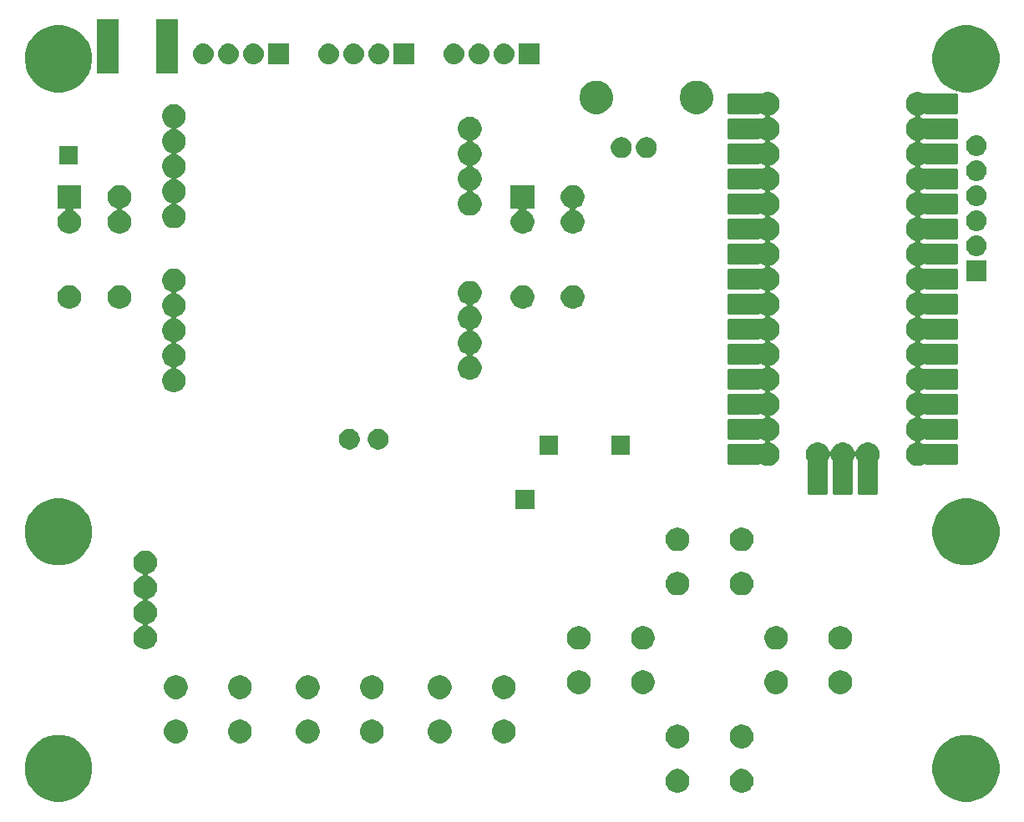
<source format=gbs>
G04 #@! TF.GenerationSoftware,KiCad,Pcbnew,5.0.2-bee76a0~70~ubuntu18.04.1*
G04 #@! TF.CreationDate,2018-12-18T10:22:57-08:00*
G04 #@! TF.ProjectId,OpenBeaconMini,4f70656e-4265-4616-936f-6e4d696e692e,B*
G04 #@! TF.SameCoordinates,Original*
G04 #@! TF.FileFunction,Soldermask,Bot*
G04 #@! TF.FilePolarity,Negative*
%FSLAX46Y46*%
G04 Gerber Fmt 4.6, Leading zero omitted, Abs format (unit mm)*
G04 Created by KiCad (PCBNEW 5.0.2-bee76a0~70~ubuntu18.04.1) date Tue 18 Dec 2018 10:22:57 AM PST*
%MOMM*%
%LPD*%
G01*
G04 APERTURE LIST*
%ADD10C,0.100000*%
G04 APERTURE END LIST*
D10*
G36*
X196991743Y-122730660D02*
X197610503Y-122986958D01*
X198167377Y-123359050D01*
X198640950Y-123832623D01*
X199013042Y-124389497D01*
X199269340Y-125008257D01*
X199400000Y-125665128D01*
X199400000Y-126334872D01*
X199269340Y-126991743D01*
X199013042Y-127610503D01*
X198640950Y-128167377D01*
X198167377Y-128640950D01*
X197610503Y-129013042D01*
X196991743Y-129269340D01*
X196334872Y-129400000D01*
X195665128Y-129400000D01*
X195008257Y-129269340D01*
X194389497Y-129013042D01*
X193832623Y-128640950D01*
X193359050Y-128167377D01*
X192986958Y-127610503D01*
X192730660Y-126991743D01*
X192600000Y-126334872D01*
X192600000Y-125665128D01*
X192730660Y-125008257D01*
X192986958Y-124389497D01*
X193359050Y-123832623D01*
X193832623Y-123359050D01*
X194389497Y-122986958D01*
X195008257Y-122730660D01*
X195665128Y-122600000D01*
X196334872Y-122600000D01*
X196991743Y-122730660D01*
X196991743Y-122730660D01*
G37*
G36*
X104991743Y-122730660D02*
X105610503Y-122986958D01*
X106167377Y-123359050D01*
X106640950Y-123832623D01*
X107013042Y-124389497D01*
X107269340Y-125008257D01*
X107400000Y-125665128D01*
X107400000Y-126334872D01*
X107269340Y-126991743D01*
X107013042Y-127610503D01*
X106640950Y-128167377D01*
X106167377Y-128640950D01*
X105610503Y-129013042D01*
X104991743Y-129269340D01*
X104334872Y-129400000D01*
X103665128Y-129400000D01*
X103008257Y-129269340D01*
X102389497Y-129013042D01*
X101832623Y-128640950D01*
X101359050Y-128167377D01*
X100986958Y-127610503D01*
X100730660Y-126991743D01*
X100600000Y-126334872D01*
X100600000Y-125665128D01*
X100730660Y-125008257D01*
X100986958Y-124389497D01*
X101359050Y-123832623D01*
X101832623Y-123359050D01*
X102389497Y-122986958D01*
X103008257Y-122730660D01*
X103665128Y-122600000D01*
X104334872Y-122600000D01*
X104991743Y-122730660D01*
X104991743Y-122730660D01*
G37*
G36*
X167100026Y-126096115D02*
X167318412Y-126186573D01*
X167514958Y-126317901D01*
X167682099Y-126485042D01*
X167813427Y-126681588D01*
X167903885Y-126899974D01*
X167950000Y-127131809D01*
X167950000Y-127368191D01*
X167903885Y-127600026D01*
X167813427Y-127818412D01*
X167682099Y-128014958D01*
X167514958Y-128182099D01*
X167318412Y-128313427D01*
X167100026Y-128403885D01*
X166868191Y-128450000D01*
X166631809Y-128450000D01*
X166399974Y-128403885D01*
X166181588Y-128313427D01*
X165985042Y-128182099D01*
X165817901Y-128014958D01*
X165686573Y-127818412D01*
X165596115Y-127600026D01*
X165550000Y-127368191D01*
X165550000Y-127131809D01*
X165596115Y-126899974D01*
X165686573Y-126681588D01*
X165817901Y-126485042D01*
X165985042Y-126317901D01*
X166181588Y-126186573D01*
X166399974Y-126096115D01*
X166631809Y-126050000D01*
X166868191Y-126050000D01*
X167100026Y-126096115D01*
X167100026Y-126096115D01*
G37*
G36*
X173600026Y-126096115D02*
X173818412Y-126186573D01*
X174014958Y-126317901D01*
X174182099Y-126485042D01*
X174313427Y-126681588D01*
X174403885Y-126899974D01*
X174450000Y-127131809D01*
X174450000Y-127368191D01*
X174403885Y-127600026D01*
X174313427Y-127818412D01*
X174182099Y-128014958D01*
X174014958Y-128182099D01*
X173818412Y-128313427D01*
X173600026Y-128403885D01*
X173368191Y-128450000D01*
X173131809Y-128450000D01*
X172899974Y-128403885D01*
X172681588Y-128313427D01*
X172485042Y-128182099D01*
X172317901Y-128014958D01*
X172186573Y-127818412D01*
X172096115Y-127600026D01*
X172050000Y-127368191D01*
X172050000Y-127131809D01*
X172096115Y-126899974D01*
X172186573Y-126681588D01*
X172317901Y-126485042D01*
X172485042Y-126317901D01*
X172681588Y-126186573D01*
X172899974Y-126096115D01*
X173131809Y-126050000D01*
X173368191Y-126050000D01*
X173600026Y-126096115D01*
X173600026Y-126096115D01*
G37*
G36*
X173600026Y-121596115D02*
X173818412Y-121686573D01*
X174014958Y-121817901D01*
X174182099Y-121985042D01*
X174313427Y-122181588D01*
X174403885Y-122399974D01*
X174450000Y-122631809D01*
X174450000Y-122868191D01*
X174403885Y-123100026D01*
X174313427Y-123318412D01*
X174182099Y-123514958D01*
X174014958Y-123682099D01*
X173818412Y-123813427D01*
X173600026Y-123903885D01*
X173368191Y-123950000D01*
X173131809Y-123950000D01*
X172899974Y-123903885D01*
X172681588Y-123813427D01*
X172485042Y-123682099D01*
X172317901Y-123514958D01*
X172186573Y-123318412D01*
X172096115Y-123100026D01*
X172050000Y-122868191D01*
X172050000Y-122631809D01*
X172096115Y-122399974D01*
X172186573Y-122181588D01*
X172317901Y-121985042D01*
X172485042Y-121817901D01*
X172681588Y-121686573D01*
X172899974Y-121596115D01*
X173131809Y-121550000D01*
X173368191Y-121550000D01*
X173600026Y-121596115D01*
X173600026Y-121596115D01*
G37*
G36*
X167100026Y-121596115D02*
X167318412Y-121686573D01*
X167514958Y-121817901D01*
X167682099Y-121985042D01*
X167813427Y-122181588D01*
X167903885Y-122399974D01*
X167950000Y-122631809D01*
X167950000Y-122868191D01*
X167903885Y-123100026D01*
X167813427Y-123318412D01*
X167682099Y-123514958D01*
X167514958Y-123682099D01*
X167318412Y-123813427D01*
X167100026Y-123903885D01*
X166868191Y-123950000D01*
X166631809Y-123950000D01*
X166399974Y-123903885D01*
X166181588Y-123813427D01*
X165985042Y-123682099D01*
X165817901Y-123514958D01*
X165686573Y-123318412D01*
X165596115Y-123100026D01*
X165550000Y-122868191D01*
X165550000Y-122631809D01*
X165596115Y-122399974D01*
X165686573Y-122181588D01*
X165817901Y-121985042D01*
X165985042Y-121817901D01*
X166181588Y-121686573D01*
X166399974Y-121596115D01*
X166631809Y-121550000D01*
X166868191Y-121550000D01*
X167100026Y-121596115D01*
X167100026Y-121596115D01*
G37*
G36*
X122750026Y-121096115D02*
X122968412Y-121186573D01*
X123164958Y-121317901D01*
X123332099Y-121485042D01*
X123463427Y-121681588D01*
X123553885Y-121899974D01*
X123600000Y-122131809D01*
X123600000Y-122368191D01*
X123553885Y-122600026D01*
X123463427Y-122818412D01*
X123332099Y-123014958D01*
X123164958Y-123182099D01*
X122968412Y-123313427D01*
X122750026Y-123403885D01*
X122518191Y-123450000D01*
X122281809Y-123450000D01*
X122049974Y-123403885D01*
X121831588Y-123313427D01*
X121635042Y-123182099D01*
X121467901Y-123014958D01*
X121336573Y-122818412D01*
X121246115Y-122600026D01*
X121200000Y-122368191D01*
X121200000Y-122131809D01*
X121246115Y-121899974D01*
X121336573Y-121681588D01*
X121467901Y-121485042D01*
X121635042Y-121317901D01*
X121831588Y-121186573D01*
X122049974Y-121096115D01*
X122281809Y-121050000D01*
X122518191Y-121050000D01*
X122750026Y-121096115D01*
X122750026Y-121096115D01*
G37*
G36*
X116250026Y-121096115D02*
X116468412Y-121186573D01*
X116664958Y-121317901D01*
X116832099Y-121485042D01*
X116963427Y-121681588D01*
X117053885Y-121899974D01*
X117100000Y-122131809D01*
X117100000Y-122368191D01*
X117053885Y-122600026D01*
X116963427Y-122818412D01*
X116832099Y-123014958D01*
X116664958Y-123182099D01*
X116468412Y-123313427D01*
X116250026Y-123403885D01*
X116018191Y-123450000D01*
X115781809Y-123450000D01*
X115549974Y-123403885D01*
X115331588Y-123313427D01*
X115135042Y-123182099D01*
X114967901Y-123014958D01*
X114836573Y-122818412D01*
X114746115Y-122600026D01*
X114700000Y-122368191D01*
X114700000Y-122131809D01*
X114746115Y-121899974D01*
X114836573Y-121681588D01*
X114967901Y-121485042D01*
X115135042Y-121317901D01*
X115331588Y-121186573D01*
X115549974Y-121096115D01*
X115781809Y-121050000D01*
X116018191Y-121050000D01*
X116250026Y-121096115D01*
X116250026Y-121096115D01*
G37*
G36*
X136130026Y-121096115D02*
X136348412Y-121186573D01*
X136544958Y-121317901D01*
X136712099Y-121485042D01*
X136843427Y-121681588D01*
X136933885Y-121899974D01*
X136980000Y-122131809D01*
X136980000Y-122368191D01*
X136933885Y-122600026D01*
X136843427Y-122818412D01*
X136712099Y-123014958D01*
X136544958Y-123182099D01*
X136348412Y-123313427D01*
X136130026Y-123403885D01*
X135898191Y-123450000D01*
X135661809Y-123450000D01*
X135429974Y-123403885D01*
X135211588Y-123313427D01*
X135015042Y-123182099D01*
X134847901Y-123014958D01*
X134716573Y-122818412D01*
X134626115Y-122600026D01*
X134580000Y-122368191D01*
X134580000Y-122131809D01*
X134626115Y-121899974D01*
X134716573Y-121681588D01*
X134847901Y-121485042D01*
X135015042Y-121317901D01*
X135211588Y-121186573D01*
X135429974Y-121096115D01*
X135661809Y-121050000D01*
X135898191Y-121050000D01*
X136130026Y-121096115D01*
X136130026Y-121096115D01*
G37*
G36*
X129630026Y-121096115D02*
X129848412Y-121186573D01*
X130044958Y-121317901D01*
X130212099Y-121485042D01*
X130343427Y-121681588D01*
X130433885Y-121899974D01*
X130480000Y-122131809D01*
X130480000Y-122368191D01*
X130433885Y-122600026D01*
X130343427Y-122818412D01*
X130212099Y-123014958D01*
X130044958Y-123182099D01*
X129848412Y-123313427D01*
X129630026Y-123403885D01*
X129398191Y-123450000D01*
X129161809Y-123450000D01*
X128929974Y-123403885D01*
X128711588Y-123313427D01*
X128515042Y-123182099D01*
X128347901Y-123014958D01*
X128216573Y-122818412D01*
X128126115Y-122600026D01*
X128080000Y-122368191D01*
X128080000Y-122131809D01*
X128126115Y-121899974D01*
X128216573Y-121681588D01*
X128347901Y-121485042D01*
X128515042Y-121317901D01*
X128711588Y-121186573D01*
X128929974Y-121096115D01*
X129161809Y-121050000D01*
X129398191Y-121050000D01*
X129630026Y-121096115D01*
X129630026Y-121096115D01*
G37*
G36*
X143000026Y-121096115D02*
X143218412Y-121186573D01*
X143414958Y-121317901D01*
X143582099Y-121485042D01*
X143713427Y-121681588D01*
X143803885Y-121899974D01*
X143850000Y-122131809D01*
X143850000Y-122368191D01*
X143803885Y-122600026D01*
X143713427Y-122818412D01*
X143582099Y-123014958D01*
X143414958Y-123182099D01*
X143218412Y-123313427D01*
X143000026Y-123403885D01*
X142768191Y-123450000D01*
X142531809Y-123450000D01*
X142299974Y-123403885D01*
X142081588Y-123313427D01*
X141885042Y-123182099D01*
X141717901Y-123014958D01*
X141586573Y-122818412D01*
X141496115Y-122600026D01*
X141450000Y-122368191D01*
X141450000Y-122131809D01*
X141496115Y-121899974D01*
X141586573Y-121681588D01*
X141717901Y-121485042D01*
X141885042Y-121317901D01*
X142081588Y-121186573D01*
X142299974Y-121096115D01*
X142531809Y-121050000D01*
X142768191Y-121050000D01*
X143000026Y-121096115D01*
X143000026Y-121096115D01*
G37*
G36*
X149500026Y-121096115D02*
X149718412Y-121186573D01*
X149914958Y-121317901D01*
X150082099Y-121485042D01*
X150213427Y-121681588D01*
X150303885Y-121899974D01*
X150350000Y-122131809D01*
X150350000Y-122368191D01*
X150303885Y-122600026D01*
X150213427Y-122818412D01*
X150082099Y-123014958D01*
X149914958Y-123182099D01*
X149718412Y-123313427D01*
X149500026Y-123403885D01*
X149268191Y-123450000D01*
X149031809Y-123450000D01*
X148799974Y-123403885D01*
X148581588Y-123313427D01*
X148385042Y-123182099D01*
X148217901Y-123014958D01*
X148086573Y-122818412D01*
X147996115Y-122600026D01*
X147950000Y-122368191D01*
X147950000Y-122131809D01*
X147996115Y-121899974D01*
X148086573Y-121681588D01*
X148217901Y-121485042D01*
X148385042Y-121317901D01*
X148581588Y-121186573D01*
X148799974Y-121096115D01*
X149031809Y-121050000D01*
X149268191Y-121050000D01*
X149500026Y-121096115D01*
X149500026Y-121096115D01*
G37*
G36*
X116250026Y-116596115D02*
X116468412Y-116686573D01*
X116664958Y-116817901D01*
X116832099Y-116985042D01*
X116963427Y-117181588D01*
X117053885Y-117399974D01*
X117100000Y-117631809D01*
X117100000Y-117868191D01*
X117053885Y-118100026D01*
X116963427Y-118318412D01*
X116832099Y-118514958D01*
X116664958Y-118682099D01*
X116468412Y-118813427D01*
X116250026Y-118903885D01*
X116018191Y-118950000D01*
X115781809Y-118950000D01*
X115549974Y-118903885D01*
X115331588Y-118813427D01*
X115135042Y-118682099D01*
X114967901Y-118514958D01*
X114836573Y-118318412D01*
X114746115Y-118100026D01*
X114700000Y-117868191D01*
X114700000Y-117631809D01*
X114746115Y-117399974D01*
X114836573Y-117181588D01*
X114967901Y-116985042D01*
X115135042Y-116817901D01*
X115331588Y-116686573D01*
X115549974Y-116596115D01*
X115781809Y-116550000D01*
X116018191Y-116550000D01*
X116250026Y-116596115D01*
X116250026Y-116596115D01*
G37*
G36*
X122750026Y-116596115D02*
X122968412Y-116686573D01*
X123164958Y-116817901D01*
X123332099Y-116985042D01*
X123463427Y-117181588D01*
X123553885Y-117399974D01*
X123600000Y-117631809D01*
X123600000Y-117868191D01*
X123553885Y-118100026D01*
X123463427Y-118318412D01*
X123332099Y-118514958D01*
X123164958Y-118682099D01*
X122968412Y-118813427D01*
X122750026Y-118903885D01*
X122518191Y-118950000D01*
X122281809Y-118950000D01*
X122049974Y-118903885D01*
X121831588Y-118813427D01*
X121635042Y-118682099D01*
X121467901Y-118514958D01*
X121336573Y-118318412D01*
X121246115Y-118100026D01*
X121200000Y-117868191D01*
X121200000Y-117631809D01*
X121246115Y-117399974D01*
X121336573Y-117181588D01*
X121467901Y-116985042D01*
X121635042Y-116817901D01*
X121831588Y-116686573D01*
X122049974Y-116596115D01*
X122281809Y-116550000D01*
X122518191Y-116550000D01*
X122750026Y-116596115D01*
X122750026Y-116596115D01*
G37*
G36*
X136130026Y-116596115D02*
X136348412Y-116686573D01*
X136544958Y-116817901D01*
X136712099Y-116985042D01*
X136843427Y-117181588D01*
X136933885Y-117399974D01*
X136980000Y-117631809D01*
X136980000Y-117868191D01*
X136933885Y-118100026D01*
X136843427Y-118318412D01*
X136712099Y-118514958D01*
X136544958Y-118682099D01*
X136348412Y-118813427D01*
X136130026Y-118903885D01*
X135898191Y-118950000D01*
X135661809Y-118950000D01*
X135429974Y-118903885D01*
X135211588Y-118813427D01*
X135015042Y-118682099D01*
X134847901Y-118514958D01*
X134716573Y-118318412D01*
X134626115Y-118100026D01*
X134580000Y-117868191D01*
X134580000Y-117631809D01*
X134626115Y-117399974D01*
X134716573Y-117181588D01*
X134847901Y-116985042D01*
X135015042Y-116817901D01*
X135211588Y-116686573D01*
X135429974Y-116596115D01*
X135661809Y-116550000D01*
X135898191Y-116550000D01*
X136130026Y-116596115D01*
X136130026Y-116596115D01*
G37*
G36*
X129630026Y-116596115D02*
X129848412Y-116686573D01*
X130044958Y-116817901D01*
X130212099Y-116985042D01*
X130343427Y-117181588D01*
X130433885Y-117399974D01*
X130480000Y-117631809D01*
X130480000Y-117868191D01*
X130433885Y-118100026D01*
X130343427Y-118318412D01*
X130212099Y-118514958D01*
X130044958Y-118682099D01*
X129848412Y-118813427D01*
X129630026Y-118903885D01*
X129398191Y-118950000D01*
X129161809Y-118950000D01*
X128929974Y-118903885D01*
X128711588Y-118813427D01*
X128515042Y-118682099D01*
X128347901Y-118514958D01*
X128216573Y-118318412D01*
X128126115Y-118100026D01*
X128080000Y-117868191D01*
X128080000Y-117631809D01*
X128126115Y-117399974D01*
X128216573Y-117181588D01*
X128347901Y-116985042D01*
X128515042Y-116817901D01*
X128711588Y-116686573D01*
X128929974Y-116596115D01*
X129161809Y-116550000D01*
X129398191Y-116550000D01*
X129630026Y-116596115D01*
X129630026Y-116596115D01*
G37*
G36*
X149500026Y-116596115D02*
X149718412Y-116686573D01*
X149914958Y-116817901D01*
X150082099Y-116985042D01*
X150213427Y-117181588D01*
X150303885Y-117399974D01*
X150350000Y-117631809D01*
X150350000Y-117868191D01*
X150303885Y-118100026D01*
X150213427Y-118318412D01*
X150082099Y-118514958D01*
X149914958Y-118682099D01*
X149718412Y-118813427D01*
X149500026Y-118903885D01*
X149268191Y-118950000D01*
X149031809Y-118950000D01*
X148799974Y-118903885D01*
X148581588Y-118813427D01*
X148385042Y-118682099D01*
X148217901Y-118514958D01*
X148086573Y-118318412D01*
X147996115Y-118100026D01*
X147950000Y-117868191D01*
X147950000Y-117631809D01*
X147996115Y-117399974D01*
X148086573Y-117181588D01*
X148217901Y-116985042D01*
X148385042Y-116817901D01*
X148581588Y-116686573D01*
X148799974Y-116596115D01*
X149031809Y-116550000D01*
X149268191Y-116550000D01*
X149500026Y-116596115D01*
X149500026Y-116596115D01*
G37*
G36*
X143000026Y-116596115D02*
X143218412Y-116686573D01*
X143414958Y-116817901D01*
X143582099Y-116985042D01*
X143713427Y-117181588D01*
X143803885Y-117399974D01*
X143850000Y-117631809D01*
X143850000Y-117868191D01*
X143803885Y-118100026D01*
X143713427Y-118318412D01*
X143582099Y-118514958D01*
X143414958Y-118682099D01*
X143218412Y-118813427D01*
X143000026Y-118903885D01*
X142768191Y-118950000D01*
X142531809Y-118950000D01*
X142299974Y-118903885D01*
X142081588Y-118813427D01*
X141885042Y-118682099D01*
X141717901Y-118514958D01*
X141586573Y-118318412D01*
X141496115Y-118100026D01*
X141450000Y-117868191D01*
X141450000Y-117631809D01*
X141496115Y-117399974D01*
X141586573Y-117181588D01*
X141717901Y-116985042D01*
X141885042Y-116817901D01*
X142081588Y-116686573D01*
X142299974Y-116596115D01*
X142531809Y-116550000D01*
X142768191Y-116550000D01*
X143000026Y-116596115D01*
X143000026Y-116596115D01*
G37*
G36*
X163600026Y-116096115D02*
X163818412Y-116186573D01*
X164014958Y-116317901D01*
X164182099Y-116485042D01*
X164313427Y-116681588D01*
X164403885Y-116899974D01*
X164450000Y-117131809D01*
X164450000Y-117368191D01*
X164403885Y-117600026D01*
X164313427Y-117818412D01*
X164182099Y-118014958D01*
X164014958Y-118182099D01*
X163818412Y-118313427D01*
X163600026Y-118403885D01*
X163368191Y-118450000D01*
X163131809Y-118450000D01*
X162899974Y-118403885D01*
X162681588Y-118313427D01*
X162485042Y-118182099D01*
X162317901Y-118014958D01*
X162186573Y-117818412D01*
X162096115Y-117600026D01*
X162050000Y-117368191D01*
X162050000Y-117131809D01*
X162096115Y-116899974D01*
X162186573Y-116681588D01*
X162317901Y-116485042D01*
X162485042Y-116317901D01*
X162681588Y-116186573D01*
X162899974Y-116096115D01*
X163131809Y-116050000D01*
X163368191Y-116050000D01*
X163600026Y-116096115D01*
X163600026Y-116096115D01*
G37*
G36*
X177100026Y-116096115D02*
X177318412Y-116186573D01*
X177514958Y-116317901D01*
X177682099Y-116485042D01*
X177813427Y-116681588D01*
X177903885Y-116899974D01*
X177950000Y-117131809D01*
X177950000Y-117368191D01*
X177903885Y-117600026D01*
X177813427Y-117818412D01*
X177682099Y-118014958D01*
X177514958Y-118182099D01*
X177318412Y-118313427D01*
X177100026Y-118403885D01*
X176868191Y-118450000D01*
X176631809Y-118450000D01*
X176399974Y-118403885D01*
X176181588Y-118313427D01*
X175985042Y-118182099D01*
X175817901Y-118014958D01*
X175686573Y-117818412D01*
X175596115Y-117600026D01*
X175550000Y-117368191D01*
X175550000Y-117131809D01*
X175596115Y-116899974D01*
X175686573Y-116681588D01*
X175817901Y-116485042D01*
X175985042Y-116317901D01*
X176181588Y-116186573D01*
X176399974Y-116096115D01*
X176631809Y-116050000D01*
X176868191Y-116050000D01*
X177100026Y-116096115D01*
X177100026Y-116096115D01*
G37*
G36*
X157100026Y-116096115D02*
X157318412Y-116186573D01*
X157514958Y-116317901D01*
X157682099Y-116485042D01*
X157813427Y-116681588D01*
X157903885Y-116899974D01*
X157950000Y-117131809D01*
X157950000Y-117368191D01*
X157903885Y-117600026D01*
X157813427Y-117818412D01*
X157682099Y-118014958D01*
X157514958Y-118182099D01*
X157318412Y-118313427D01*
X157100026Y-118403885D01*
X156868191Y-118450000D01*
X156631809Y-118450000D01*
X156399974Y-118403885D01*
X156181588Y-118313427D01*
X155985042Y-118182099D01*
X155817901Y-118014958D01*
X155686573Y-117818412D01*
X155596115Y-117600026D01*
X155550000Y-117368191D01*
X155550000Y-117131809D01*
X155596115Y-116899974D01*
X155686573Y-116681588D01*
X155817901Y-116485042D01*
X155985042Y-116317901D01*
X156181588Y-116186573D01*
X156399974Y-116096115D01*
X156631809Y-116050000D01*
X156868191Y-116050000D01*
X157100026Y-116096115D01*
X157100026Y-116096115D01*
G37*
G36*
X183600026Y-116096115D02*
X183818412Y-116186573D01*
X184014958Y-116317901D01*
X184182099Y-116485042D01*
X184313427Y-116681588D01*
X184403885Y-116899974D01*
X184450000Y-117131809D01*
X184450000Y-117368191D01*
X184403885Y-117600026D01*
X184313427Y-117818412D01*
X184182099Y-118014958D01*
X184014958Y-118182099D01*
X183818412Y-118313427D01*
X183600026Y-118403885D01*
X183368191Y-118450000D01*
X183131809Y-118450000D01*
X182899974Y-118403885D01*
X182681588Y-118313427D01*
X182485042Y-118182099D01*
X182317901Y-118014958D01*
X182186573Y-117818412D01*
X182096115Y-117600026D01*
X182050000Y-117368191D01*
X182050000Y-117131809D01*
X182096115Y-116899974D01*
X182186573Y-116681588D01*
X182317901Y-116485042D01*
X182485042Y-116317901D01*
X182681588Y-116186573D01*
X182899974Y-116096115D01*
X183131809Y-116050000D01*
X183368191Y-116050000D01*
X183600026Y-116096115D01*
X183600026Y-116096115D01*
G37*
G36*
X177100026Y-111596115D02*
X177318412Y-111686573D01*
X177514958Y-111817901D01*
X177682099Y-111985042D01*
X177813427Y-112181588D01*
X177903885Y-112399974D01*
X177950000Y-112631809D01*
X177950000Y-112868191D01*
X177903885Y-113100026D01*
X177813427Y-113318412D01*
X177682099Y-113514958D01*
X177514958Y-113682099D01*
X177318412Y-113813427D01*
X177100026Y-113903885D01*
X176868191Y-113950000D01*
X176631809Y-113950000D01*
X176399974Y-113903885D01*
X176181588Y-113813427D01*
X175985042Y-113682099D01*
X175817901Y-113514958D01*
X175686573Y-113318412D01*
X175596115Y-113100026D01*
X175550000Y-112868191D01*
X175550000Y-112631809D01*
X175596115Y-112399974D01*
X175686573Y-112181588D01*
X175817901Y-111985042D01*
X175985042Y-111817901D01*
X176181588Y-111686573D01*
X176399974Y-111596115D01*
X176631809Y-111550000D01*
X176868191Y-111550000D01*
X177100026Y-111596115D01*
X177100026Y-111596115D01*
G37*
G36*
X183600026Y-111596115D02*
X183818412Y-111686573D01*
X184014958Y-111817901D01*
X184182099Y-111985042D01*
X184313427Y-112181588D01*
X184403885Y-112399974D01*
X184450000Y-112631809D01*
X184450000Y-112868191D01*
X184403885Y-113100026D01*
X184313427Y-113318412D01*
X184182099Y-113514958D01*
X184014958Y-113682099D01*
X183818412Y-113813427D01*
X183600026Y-113903885D01*
X183368191Y-113950000D01*
X183131809Y-113950000D01*
X182899974Y-113903885D01*
X182681588Y-113813427D01*
X182485042Y-113682099D01*
X182317901Y-113514958D01*
X182186573Y-113318412D01*
X182096115Y-113100026D01*
X182050000Y-112868191D01*
X182050000Y-112631809D01*
X182096115Y-112399974D01*
X182186573Y-112181588D01*
X182317901Y-111985042D01*
X182485042Y-111817901D01*
X182681588Y-111686573D01*
X182899974Y-111596115D01*
X183131809Y-111550000D01*
X183368191Y-111550000D01*
X183600026Y-111596115D01*
X183600026Y-111596115D01*
G37*
G36*
X163600026Y-111596115D02*
X163818412Y-111686573D01*
X164014958Y-111817901D01*
X164182099Y-111985042D01*
X164313427Y-112181588D01*
X164403885Y-112399974D01*
X164450000Y-112631809D01*
X164450000Y-112868191D01*
X164403885Y-113100026D01*
X164313427Y-113318412D01*
X164182099Y-113514958D01*
X164014958Y-113682099D01*
X163818412Y-113813427D01*
X163600026Y-113903885D01*
X163368191Y-113950000D01*
X163131809Y-113950000D01*
X162899974Y-113903885D01*
X162681588Y-113813427D01*
X162485042Y-113682099D01*
X162317901Y-113514958D01*
X162186573Y-113318412D01*
X162096115Y-113100026D01*
X162050000Y-112868191D01*
X162050000Y-112631809D01*
X162096115Y-112399974D01*
X162186573Y-112181588D01*
X162317901Y-111985042D01*
X162485042Y-111817901D01*
X162681588Y-111686573D01*
X162899974Y-111596115D01*
X163131809Y-111550000D01*
X163368191Y-111550000D01*
X163600026Y-111596115D01*
X163600026Y-111596115D01*
G37*
G36*
X157100026Y-111596115D02*
X157318412Y-111686573D01*
X157514958Y-111817901D01*
X157682099Y-111985042D01*
X157813427Y-112181588D01*
X157903885Y-112399974D01*
X157950000Y-112631809D01*
X157950000Y-112868191D01*
X157903885Y-113100026D01*
X157813427Y-113318412D01*
X157682099Y-113514958D01*
X157514958Y-113682099D01*
X157318412Y-113813427D01*
X157100026Y-113903885D01*
X156868191Y-113950000D01*
X156631809Y-113950000D01*
X156399974Y-113903885D01*
X156181588Y-113813427D01*
X155985042Y-113682099D01*
X155817901Y-113514958D01*
X155686573Y-113318412D01*
X155596115Y-113100026D01*
X155550000Y-112868191D01*
X155550000Y-112631809D01*
X155596115Y-112399974D01*
X155686573Y-112181588D01*
X155817901Y-111985042D01*
X155985042Y-111817901D01*
X156181588Y-111686573D01*
X156399974Y-111596115D01*
X156631809Y-111550000D01*
X156868191Y-111550000D01*
X157100026Y-111596115D01*
X157100026Y-111596115D01*
G37*
G36*
X113150026Y-103936115D02*
X113368412Y-104026573D01*
X113564958Y-104157901D01*
X113732099Y-104325042D01*
X113863427Y-104521588D01*
X113953885Y-104739974D01*
X114000000Y-104971809D01*
X114000000Y-105208191D01*
X113953885Y-105440026D01*
X113863427Y-105658412D01*
X113732099Y-105854958D01*
X113564958Y-106022099D01*
X113368412Y-106153427D01*
X113148505Y-106244515D01*
X113126894Y-106256066D01*
X113107952Y-106271611D01*
X113092406Y-106290554D01*
X113080855Y-106312164D01*
X113073742Y-106335613D01*
X113071340Y-106360000D01*
X113073742Y-106384386D01*
X113080855Y-106407835D01*
X113092406Y-106429446D01*
X113107951Y-106448388D01*
X113126894Y-106463934D01*
X113148505Y-106475485D01*
X113368412Y-106566573D01*
X113564958Y-106697901D01*
X113732099Y-106865042D01*
X113863427Y-107061588D01*
X113953885Y-107279974D01*
X114000000Y-107511809D01*
X114000000Y-107748191D01*
X113953885Y-107980026D01*
X113863427Y-108198412D01*
X113732099Y-108394958D01*
X113564958Y-108562099D01*
X113368412Y-108693427D01*
X113148505Y-108784515D01*
X113126894Y-108796066D01*
X113107952Y-108811611D01*
X113092406Y-108830554D01*
X113080855Y-108852164D01*
X113073742Y-108875613D01*
X113071340Y-108900000D01*
X113073742Y-108924386D01*
X113080855Y-108947835D01*
X113092406Y-108969446D01*
X113107951Y-108988388D01*
X113126894Y-109003934D01*
X113148505Y-109015485D01*
X113368412Y-109106573D01*
X113564958Y-109237901D01*
X113732099Y-109405042D01*
X113863427Y-109601588D01*
X113953885Y-109819974D01*
X114000000Y-110051809D01*
X114000000Y-110288191D01*
X113953885Y-110520026D01*
X113863427Y-110738412D01*
X113732099Y-110934958D01*
X113564958Y-111102099D01*
X113368412Y-111233427D01*
X113148505Y-111324515D01*
X113126894Y-111336066D01*
X113107952Y-111351611D01*
X113092406Y-111370554D01*
X113080855Y-111392164D01*
X113073742Y-111415613D01*
X113071340Y-111440000D01*
X113073742Y-111464386D01*
X113080855Y-111487835D01*
X113092406Y-111509446D01*
X113107951Y-111528388D01*
X113126894Y-111543934D01*
X113148505Y-111555485D01*
X113368412Y-111646573D01*
X113564958Y-111777901D01*
X113732099Y-111945042D01*
X113863427Y-112141588D01*
X113953885Y-112359974D01*
X114000000Y-112591809D01*
X114000000Y-112828191D01*
X113953885Y-113060026D01*
X113863427Y-113278412D01*
X113732099Y-113474958D01*
X113564958Y-113642099D01*
X113368412Y-113773427D01*
X113150026Y-113863885D01*
X112918191Y-113910000D01*
X112681809Y-113910000D01*
X112449974Y-113863885D01*
X112231588Y-113773427D01*
X112035042Y-113642099D01*
X111867901Y-113474958D01*
X111736573Y-113278412D01*
X111646115Y-113060026D01*
X111600000Y-112828191D01*
X111600000Y-112591809D01*
X111646115Y-112359974D01*
X111736573Y-112141588D01*
X111867901Y-111945042D01*
X112035042Y-111777901D01*
X112231588Y-111646573D01*
X112451495Y-111555485D01*
X112473106Y-111543934D01*
X112492048Y-111528389D01*
X112507594Y-111509446D01*
X112519145Y-111487836D01*
X112526258Y-111464387D01*
X112528660Y-111440000D01*
X112526258Y-111415614D01*
X112519145Y-111392165D01*
X112507594Y-111370554D01*
X112492049Y-111351612D01*
X112473106Y-111336066D01*
X112451495Y-111324515D01*
X112231588Y-111233427D01*
X112035042Y-111102099D01*
X111867901Y-110934958D01*
X111736573Y-110738412D01*
X111646115Y-110520026D01*
X111600000Y-110288191D01*
X111600000Y-110051809D01*
X111646115Y-109819974D01*
X111736573Y-109601588D01*
X111867901Y-109405042D01*
X112035042Y-109237901D01*
X112231588Y-109106573D01*
X112451495Y-109015485D01*
X112473106Y-109003934D01*
X112492048Y-108988389D01*
X112507594Y-108969446D01*
X112519145Y-108947836D01*
X112526258Y-108924387D01*
X112528660Y-108900000D01*
X112526258Y-108875614D01*
X112519145Y-108852165D01*
X112507594Y-108830554D01*
X112492049Y-108811612D01*
X112473106Y-108796066D01*
X112451495Y-108784515D01*
X112231588Y-108693427D01*
X112035042Y-108562099D01*
X111867901Y-108394958D01*
X111736573Y-108198412D01*
X111646115Y-107980026D01*
X111600000Y-107748191D01*
X111600000Y-107511809D01*
X111646115Y-107279974D01*
X111736573Y-107061588D01*
X111867901Y-106865042D01*
X112035042Y-106697901D01*
X112231588Y-106566573D01*
X112451495Y-106475485D01*
X112473106Y-106463934D01*
X112492048Y-106448389D01*
X112507594Y-106429446D01*
X112519145Y-106407836D01*
X112526258Y-106384387D01*
X112528660Y-106360000D01*
X112526258Y-106335614D01*
X112519145Y-106312165D01*
X112507594Y-106290554D01*
X112492049Y-106271612D01*
X112473106Y-106256066D01*
X112451495Y-106244515D01*
X112231588Y-106153427D01*
X112035042Y-106022099D01*
X111867901Y-105854958D01*
X111736573Y-105658412D01*
X111646115Y-105440026D01*
X111600000Y-105208191D01*
X111600000Y-104971809D01*
X111646115Y-104739974D01*
X111736573Y-104521588D01*
X111867901Y-104325042D01*
X112035042Y-104157901D01*
X112231588Y-104026573D01*
X112449974Y-103936115D01*
X112681809Y-103890000D01*
X112918191Y-103890000D01*
X113150026Y-103936115D01*
X113150026Y-103936115D01*
G37*
G36*
X167100026Y-106096115D02*
X167318412Y-106186573D01*
X167514958Y-106317901D01*
X167682099Y-106485042D01*
X167813427Y-106681588D01*
X167903885Y-106899974D01*
X167950000Y-107131809D01*
X167950000Y-107368191D01*
X167903885Y-107600026D01*
X167813427Y-107818412D01*
X167682099Y-108014958D01*
X167514958Y-108182099D01*
X167318412Y-108313427D01*
X167100026Y-108403885D01*
X166868191Y-108450000D01*
X166631809Y-108450000D01*
X166399974Y-108403885D01*
X166181588Y-108313427D01*
X165985042Y-108182099D01*
X165817901Y-108014958D01*
X165686573Y-107818412D01*
X165596115Y-107600026D01*
X165550000Y-107368191D01*
X165550000Y-107131809D01*
X165596115Y-106899974D01*
X165686573Y-106681588D01*
X165817901Y-106485042D01*
X165985042Y-106317901D01*
X166181588Y-106186573D01*
X166399974Y-106096115D01*
X166631809Y-106050000D01*
X166868191Y-106050000D01*
X167100026Y-106096115D01*
X167100026Y-106096115D01*
G37*
G36*
X173600026Y-106096115D02*
X173818412Y-106186573D01*
X174014958Y-106317901D01*
X174182099Y-106485042D01*
X174313427Y-106681588D01*
X174403885Y-106899974D01*
X174450000Y-107131809D01*
X174450000Y-107368191D01*
X174403885Y-107600026D01*
X174313427Y-107818412D01*
X174182099Y-108014958D01*
X174014958Y-108182099D01*
X173818412Y-108313427D01*
X173600026Y-108403885D01*
X173368191Y-108450000D01*
X173131809Y-108450000D01*
X172899974Y-108403885D01*
X172681588Y-108313427D01*
X172485042Y-108182099D01*
X172317901Y-108014958D01*
X172186573Y-107818412D01*
X172096115Y-107600026D01*
X172050000Y-107368191D01*
X172050000Y-107131809D01*
X172096115Y-106899974D01*
X172186573Y-106681588D01*
X172317901Y-106485042D01*
X172485042Y-106317901D01*
X172681588Y-106186573D01*
X172899974Y-106096115D01*
X173131809Y-106050000D01*
X173368191Y-106050000D01*
X173600026Y-106096115D01*
X173600026Y-106096115D01*
G37*
G36*
X196991743Y-98730660D02*
X197610503Y-98986958D01*
X198167377Y-99359050D01*
X198640950Y-99832623D01*
X199013042Y-100389497D01*
X199269340Y-101008257D01*
X199400000Y-101665128D01*
X199400000Y-102334872D01*
X199269340Y-102991743D01*
X199013042Y-103610503D01*
X198640950Y-104167377D01*
X198167377Y-104640950D01*
X197610503Y-105013042D01*
X196991743Y-105269340D01*
X196334872Y-105400000D01*
X195665128Y-105400000D01*
X195008257Y-105269340D01*
X194389497Y-105013042D01*
X193832623Y-104640950D01*
X193359050Y-104167377D01*
X192986958Y-103610503D01*
X192730660Y-102991743D01*
X192600000Y-102334872D01*
X192600000Y-101665128D01*
X192730660Y-101008257D01*
X192986958Y-100389497D01*
X193359050Y-99832623D01*
X193832623Y-99359050D01*
X194389497Y-98986958D01*
X195008257Y-98730660D01*
X195665128Y-98600000D01*
X196334872Y-98600000D01*
X196991743Y-98730660D01*
X196991743Y-98730660D01*
G37*
G36*
X104991743Y-98730660D02*
X105610503Y-98986958D01*
X106167377Y-99359050D01*
X106640950Y-99832623D01*
X107013042Y-100389497D01*
X107269340Y-101008257D01*
X107400000Y-101665128D01*
X107400000Y-102334872D01*
X107269340Y-102991743D01*
X107013042Y-103610503D01*
X106640950Y-104167377D01*
X106167377Y-104640950D01*
X105610503Y-105013042D01*
X104991743Y-105269340D01*
X104334872Y-105400000D01*
X103665128Y-105400000D01*
X103008257Y-105269340D01*
X102389497Y-105013042D01*
X101832623Y-104640950D01*
X101359050Y-104167377D01*
X100986958Y-103610503D01*
X100730660Y-102991743D01*
X100600000Y-102334872D01*
X100600000Y-101665128D01*
X100730660Y-101008257D01*
X100986958Y-100389497D01*
X101359050Y-99832623D01*
X101832623Y-99359050D01*
X102389497Y-98986958D01*
X103008257Y-98730660D01*
X103665128Y-98600000D01*
X104334872Y-98600000D01*
X104991743Y-98730660D01*
X104991743Y-98730660D01*
G37*
G36*
X173600026Y-101596115D02*
X173818412Y-101686573D01*
X174014958Y-101817901D01*
X174182099Y-101985042D01*
X174313427Y-102181588D01*
X174403885Y-102399974D01*
X174450000Y-102631809D01*
X174450000Y-102868191D01*
X174403885Y-103100026D01*
X174313427Y-103318412D01*
X174182099Y-103514958D01*
X174014958Y-103682099D01*
X173818412Y-103813427D01*
X173600026Y-103903885D01*
X173368191Y-103950000D01*
X173131809Y-103950000D01*
X172899974Y-103903885D01*
X172681588Y-103813427D01*
X172485042Y-103682099D01*
X172317901Y-103514958D01*
X172186573Y-103318412D01*
X172096115Y-103100026D01*
X172050000Y-102868191D01*
X172050000Y-102631809D01*
X172096115Y-102399974D01*
X172186573Y-102181588D01*
X172317901Y-101985042D01*
X172485042Y-101817901D01*
X172681588Y-101686573D01*
X172899974Y-101596115D01*
X173131809Y-101550000D01*
X173368191Y-101550000D01*
X173600026Y-101596115D01*
X173600026Y-101596115D01*
G37*
G36*
X167100026Y-101596115D02*
X167318412Y-101686573D01*
X167514958Y-101817901D01*
X167682099Y-101985042D01*
X167813427Y-102181588D01*
X167903885Y-102399974D01*
X167950000Y-102631809D01*
X167950000Y-102868191D01*
X167903885Y-103100026D01*
X167813427Y-103318412D01*
X167682099Y-103514958D01*
X167514958Y-103682099D01*
X167318412Y-103813427D01*
X167100026Y-103903885D01*
X166868191Y-103950000D01*
X166631809Y-103950000D01*
X166399974Y-103903885D01*
X166181588Y-103813427D01*
X165985042Y-103682099D01*
X165817901Y-103514958D01*
X165686573Y-103318412D01*
X165596115Y-103100026D01*
X165550000Y-102868191D01*
X165550000Y-102631809D01*
X165596115Y-102399974D01*
X165686573Y-102181588D01*
X165817901Y-101985042D01*
X165985042Y-101817901D01*
X166181588Y-101686573D01*
X166399974Y-101596115D01*
X166631809Y-101550000D01*
X166868191Y-101550000D01*
X167100026Y-101596115D01*
X167100026Y-101596115D01*
G37*
G36*
X152250000Y-99650000D02*
X150350000Y-99650000D01*
X150350000Y-97750000D01*
X152250000Y-97750000D01*
X152250000Y-99650000D01*
X152250000Y-99650000D01*
G37*
G36*
X181103365Y-92928313D02*
X181283591Y-92964163D01*
X181333094Y-92979180D01*
X181502861Y-93049499D01*
X181522902Y-93060211D01*
X181543049Y-93070980D01*
X181543055Y-93070984D01*
X181548486Y-93073887D01*
X181701284Y-93175983D01*
X181741270Y-93208799D01*
X181871201Y-93338730D01*
X181904017Y-93378716D01*
X182006113Y-93531514D01*
X182009016Y-93536945D01*
X182009020Y-93536951D01*
X182019789Y-93557098D01*
X182030501Y-93577139D01*
X182100820Y-93746906D01*
X182110383Y-93778429D01*
X182119760Y-93801068D01*
X182133374Y-93821443D01*
X182150701Y-93838770D01*
X182171076Y-93852383D01*
X182193715Y-93861761D01*
X182217749Y-93866541D01*
X182242253Y-93866541D01*
X182266286Y-93861760D01*
X182288925Y-93852383D01*
X182309300Y-93838769D01*
X182326627Y-93821442D01*
X182340240Y-93801067D01*
X182349617Y-93778429D01*
X182359180Y-93746906D01*
X182429499Y-93577139D01*
X182440211Y-93557098D01*
X182450980Y-93536951D01*
X182450984Y-93536945D01*
X182453887Y-93531514D01*
X182555983Y-93378716D01*
X182588799Y-93338730D01*
X182718730Y-93208799D01*
X182758716Y-93175983D01*
X182911514Y-93073887D01*
X182916945Y-93070984D01*
X182916951Y-93070980D01*
X182937098Y-93060211D01*
X182957139Y-93049499D01*
X183126906Y-92979180D01*
X183176409Y-92964163D01*
X183356635Y-92928313D01*
X183408123Y-92923242D01*
X183591877Y-92923242D01*
X183643365Y-92928313D01*
X183823591Y-92964163D01*
X183873094Y-92979180D01*
X184042861Y-93049499D01*
X184062902Y-93060211D01*
X184083049Y-93070980D01*
X184083055Y-93070984D01*
X184088486Y-93073887D01*
X184241284Y-93175983D01*
X184281270Y-93208799D01*
X184411201Y-93338730D01*
X184444017Y-93378716D01*
X184546113Y-93531514D01*
X184549016Y-93536945D01*
X184549020Y-93536951D01*
X184559789Y-93557098D01*
X184570501Y-93577139D01*
X184640820Y-93746906D01*
X184650383Y-93778429D01*
X184659760Y-93801068D01*
X184673374Y-93821443D01*
X184690701Y-93838770D01*
X184711076Y-93852383D01*
X184733715Y-93861761D01*
X184757749Y-93866541D01*
X184782253Y-93866541D01*
X184806286Y-93861760D01*
X184828925Y-93852383D01*
X184849300Y-93838769D01*
X184866627Y-93821442D01*
X184880240Y-93801067D01*
X184889617Y-93778429D01*
X184899180Y-93746906D01*
X184969499Y-93577139D01*
X184980211Y-93557098D01*
X184990980Y-93536951D01*
X184990984Y-93536945D01*
X184993887Y-93531514D01*
X185095983Y-93378716D01*
X185128799Y-93338730D01*
X185258730Y-93208799D01*
X185298716Y-93175983D01*
X185451514Y-93073887D01*
X185456945Y-93070984D01*
X185456951Y-93070980D01*
X185477098Y-93060211D01*
X185497139Y-93049499D01*
X185666906Y-92979180D01*
X185716409Y-92964163D01*
X185896635Y-92928313D01*
X185948123Y-92923242D01*
X186131877Y-92923242D01*
X186183365Y-92928313D01*
X186363591Y-92964163D01*
X186413094Y-92979180D01*
X186582861Y-93049499D01*
X186602902Y-93060211D01*
X186623049Y-93070980D01*
X186623055Y-93070984D01*
X186628486Y-93073887D01*
X186781284Y-93175983D01*
X186821270Y-93208799D01*
X186951201Y-93338730D01*
X186984017Y-93378716D01*
X187086113Y-93531514D01*
X187089016Y-93536945D01*
X187089020Y-93536951D01*
X187099789Y-93557098D01*
X187110501Y-93577139D01*
X187180820Y-93746906D01*
X187195837Y-93796409D01*
X187231687Y-93976635D01*
X187236758Y-94028123D01*
X187236758Y-94211877D01*
X187231687Y-94263365D01*
X187195837Y-94443591D01*
X187180820Y-94493094D01*
X187110501Y-94662861D01*
X187086111Y-94708491D01*
X187050986Y-94761059D01*
X187039435Y-94782669D01*
X187032322Y-94806119D01*
X187029920Y-94830505D01*
X187032322Y-94854891D01*
X187039435Y-94878340D01*
X187050986Y-94899951D01*
X187056801Y-94907791D01*
X187075670Y-94943092D01*
X187087107Y-94980797D01*
X187091573Y-95026140D01*
X187091573Y-98013860D01*
X187087107Y-98059203D01*
X187075670Y-98096908D01*
X187057097Y-98131655D01*
X187032106Y-98162106D01*
X187001655Y-98187097D01*
X187001653Y-98187098D01*
X187001652Y-98187099D01*
X186986856Y-98195007D01*
X186966908Y-98205670D01*
X186944773Y-98212384D01*
X186929207Y-98217106D01*
X186929206Y-98217106D01*
X186929203Y-98217107D01*
X186883860Y-98221573D01*
X185196140Y-98221573D01*
X185150797Y-98217107D01*
X185150794Y-98217106D01*
X185150793Y-98217106D01*
X185135227Y-98212384D01*
X185113092Y-98205670D01*
X185093144Y-98195007D01*
X185078348Y-98187099D01*
X185078347Y-98187098D01*
X185078345Y-98187097D01*
X185047894Y-98162106D01*
X185022903Y-98131655D01*
X185004330Y-98096908D01*
X184992893Y-98059203D01*
X184988427Y-98013860D01*
X184988427Y-95026140D01*
X184992893Y-94980797D01*
X185004330Y-94943092D01*
X185023791Y-94906683D01*
X185035318Y-94889434D01*
X185044696Y-94866795D01*
X185049478Y-94842762D01*
X185049479Y-94818258D01*
X185044699Y-94794224D01*
X185035322Y-94771585D01*
X185029014Y-94761059D01*
X184993889Y-94708491D01*
X184969499Y-94662861D01*
X184899180Y-94493094D01*
X184889617Y-94461571D01*
X184880240Y-94438932D01*
X184866626Y-94418557D01*
X184849299Y-94401230D01*
X184828924Y-94387617D01*
X184806285Y-94378239D01*
X184782251Y-94373459D01*
X184757747Y-94373459D01*
X184733714Y-94378240D01*
X184711075Y-94387617D01*
X184690700Y-94401231D01*
X184673373Y-94418558D01*
X184659760Y-94438933D01*
X184650383Y-94461571D01*
X184640820Y-94493094D01*
X184570501Y-94662861D01*
X184546111Y-94708491D01*
X184510986Y-94761059D01*
X184499435Y-94782669D01*
X184492322Y-94806119D01*
X184489920Y-94830505D01*
X184492322Y-94854891D01*
X184499435Y-94878340D01*
X184510986Y-94899951D01*
X184516801Y-94907791D01*
X184535670Y-94943092D01*
X184547107Y-94980797D01*
X184551573Y-95026140D01*
X184551573Y-98013860D01*
X184547107Y-98059203D01*
X184535670Y-98096908D01*
X184517097Y-98131655D01*
X184492106Y-98162106D01*
X184461655Y-98187097D01*
X184461653Y-98187098D01*
X184461652Y-98187099D01*
X184446856Y-98195007D01*
X184426908Y-98205670D01*
X184404773Y-98212384D01*
X184389207Y-98217106D01*
X184389206Y-98217106D01*
X184389203Y-98217107D01*
X184343860Y-98221573D01*
X182656140Y-98221573D01*
X182610797Y-98217107D01*
X182610794Y-98217106D01*
X182610793Y-98217106D01*
X182595227Y-98212384D01*
X182573092Y-98205670D01*
X182553144Y-98195007D01*
X182538348Y-98187099D01*
X182538347Y-98187098D01*
X182538345Y-98187097D01*
X182507894Y-98162106D01*
X182482903Y-98131655D01*
X182464330Y-98096908D01*
X182452893Y-98059203D01*
X182448427Y-98013860D01*
X182448427Y-95026140D01*
X182452893Y-94980797D01*
X182464330Y-94943092D01*
X182483791Y-94906683D01*
X182495318Y-94889434D01*
X182504696Y-94866795D01*
X182509478Y-94842762D01*
X182509479Y-94818258D01*
X182504699Y-94794224D01*
X182495322Y-94771585D01*
X182489014Y-94761059D01*
X182453889Y-94708491D01*
X182429499Y-94662861D01*
X182359180Y-94493094D01*
X182349617Y-94461571D01*
X182340240Y-94438932D01*
X182326626Y-94418557D01*
X182309299Y-94401230D01*
X182288924Y-94387617D01*
X182266285Y-94378239D01*
X182242251Y-94373459D01*
X182217747Y-94373459D01*
X182193714Y-94378240D01*
X182171075Y-94387617D01*
X182150700Y-94401231D01*
X182133373Y-94418558D01*
X182119760Y-94438933D01*
X182110383Y-94461571D01*
X182100820Y-94493094D01*
X182030501Y-94662861D01*
X182006111Y-94708491D01*
X181970986Y-94761059D01*
X181959435Y-94782669D01*
X181952322Y-94806119D01*
X181949920Y-94830505D01*
X181952322Y-94854891D01*
X181959435Y-94878340D01*
X181970986Y-94899951D01*
X181976801Y-94907791D01*
X181995670Y-94943092D01*
X182007107Y-94980797D01*
X182011573Y-95026140D01*
X182011573Y-98013860D01*
X182007107Y-98059203D01*
X181995670Y-98096908D01*
X181977097Y-98131655D01*
X181952106Y-98162106D01*
X181921655Y-98187097D01*
X181921653Y-98187098D01*
X181921652Y-98187099D01*
X181906856Y-98195007D01*
X181886908Y-98205670D01*
X181864773Y-98212384D01*
X181849207Y-98217106D01*
X181849206Y-98217106D01*
X181849203Y-98217107D01*
X181803860Y-98221573D01*
X180116140Y-98221573D01*
X180070797Y-98217107D01*
X180070794Y-98217106D01*
X180070793Y-98217106D01*
X180055227Y-98212384D01*
X180033092Y-98205670D01*
X180013144Y-98195007D01*
X179998348Y-98187099D01*
X179998347Y-98187098D01*
X179998345Y-98187097D01*
X179967894Y-98162106D01*
X179942903Y-98131655D01*
X179924330Y-98096908D01*
X179912893Y-98059203D01*
X179908427Y-98013860D01*
X179908427Y-95026140D01*
X179912893Y-94980797D01*
X179924330Y-94943092D01*
X179943791Y-94906683D01*
X179955318Y-94889434D01*
X179964696Y-94866795D01*
X179969478Y-94842762D01*
X179969479Y-94818258D01*
X179964699Y-94794224D01*
X179955322Y-94771585D01*
X179949014Y-94761059D01*
X179913889Y-94708491D01*
X179889499Y-94662861D01*
X179819180Y-94493094D01*
X179804163Y-94443591D01*
X179768313Y-94263365D01*
X179763242Y-94211877D01*
X179763242Y-94028123D01*
X179768313Y-93976635D01*
X179804163Y-93796409D01*
X179819180Y-93746906D01*
X179889499Y-93577139D01*
X179900211Y-93557098D01*
X179910980Y-93536951D01*
X179910984Y-93536945D01*
X179913887Y-93531514D01*
X180015983Y-93378716D01*
X180048799Y-93338730D01*
X180178730Y-93208799D01*
X180218716Y-93175983D01*
X180371514Y-93073887D01*
X180376945Y-93070984D01*
X180376951Y-93070980D01*
X180397098Y-93060211D01*
X180417139Y-93049499D01*
X180586906Y-92979180D01*
X180636409Y-92964163D01*
X180816635Y-92928313D01*
X180868123Y-92923242D01*
X181051877Y-92923242D01*
X181103365Y-92928313D01*
X181103365Y-92928313D01*
G37*
G36*
X176043365Y-57368313D02*
X176223591Y-57404163D01*
X176273094Y-57419180D01*
X176442861Y-57489499D01*
X176460471Y-57498912D01*
X176483049Y-57510980D01*
X176483055Y-57510984D01*
X176488486Y-57513887D01*
X176641284Y-57615983D01*
X176681270Y-57648799D01*
X176811201Y-57778730D01*
X176844017Y-57818716D01*
X176946113Y-57971514D01*
X176949016Y-57976945D01*
X176949020Y-57976951D01*
X176959789Y-57997098D01*
X176970501Y-58017139D01*
X177040820Y-58186906D01*
X177055837Y-58236409D01*
X177091687Y-58416635D01*
X177096758Y-58468123D01*
X177096758Y-58651877D01*
X177091687Y-58703365D01*
X177055837Y-58883591D01*
X177040820Y-58933094D01*
X176970501Y-59102861D01*
X176959789Y-59122902D01*
X176949020Y-59143049D01*
X176949016Y-59143055D01*
X176946113Y-59148486D01*
X176844017Y-59301284D01*
X176811201Y-59341270D01*
X176681270Y-59471201D01*
X176641284Y-59504017D01*
X176488486Y-59606113D01*
X176483055Y-59609016D01*
X176483049Y-59609020D01*
X176464770Y-59618790D01*
X176442861Y-59630501D01*
X176273094Y-59700820D01*
X176241571Y-59710383D01*
X176218932Y-59719760D01*
X176198557Y-59733374D01*
X176181230Y-59750701D01*
X176167617Y-59771076D01*
X176158239Y-59793715D01*
X176153459Y-59817749D01*
X176153459Y-59842253D01*
X176158240Y-59866286D01*
X176167617Y-59888925D01*
X176181231Y-59909300D01*
X176198558Y-59926627D01*
X176218933Y-59940240D01*
X176241571Y-59949617D01*
X176273094Y-59959180D01*
X176442861Y-60029499D01*
X176462902Y-60040211D01*
X176483049Y-60050980D01*
X176483055Y-60050984D01*
X176488486Y-60053887D01*
X176641284Y-60155983D01*
X176681270Y-60188799D01*
X176811201Y-60318730D01*
X176844017Y-60358716D01*
X176946113Y-60511514D01*
X176949016Y-60516945D01*
X176949020Y-60516951D01*
X176951498Y-60521588D01*
X176970501Y-60557139D01*
X177040820Y-60726906D01*
X177055837Y-60776409D01*
X177091687Y-60956635D01*
X177096758Y-61008123D01*
X177096758Y-61191877D01*
X177091687Y-61243365D01*
X177055837Y-61423591D01*
X177040820Y-61473094D01*
X176970501Y-61642861D01*
X176962188Y-61658413D01*
X176949020Y-61683049D01*
X176949016Y-61683055D01*
X176946113Y-61688486D01*
X176844017Y-61841284D01*
X176811201Y-61881270D01*
X176681270Y-62011201D01*
X176641284Y-62044017D01*
X176488486Y-62146113D01*
X176483055Y-62149016D01*
X176483049Y-62149020D01*
X176462902Y-62159789D01*
X176442861Y-62170501D01*
X176273094Y-62240820D01*
X176241571Y-62250383D01*
X176218932Y-62259760D01*
X176198557Y-62273374D01*
X176181230Y-62290701D01*
X176167617Y-62311076D01*
X176158239Y-62333715D01*
X176153459Y-62357749D01*
X176153459Y-62382253D01*
X176158240Y-62406286D01*
X176167617Y-62428925D01*
X176181231Y-62449300D01*
X176198558Y-62466627D01*
X176218933Y-62480240D01*
X176241571Y-62489617D01*
X176273094Y-62499180D01*
X176442861Y-62569499D01*
X176462902Y-62580211D01*
X176483049Y-62590980D01*
X176483055Y-62590984D01*
X176488486Y-62593887D01*
X176641284Y-62695983D01*
X176681270Y-62728799D01*
X176811201Y-62858730D01*
X176844017Y-62898716D01*
X176946113Y-63051514D01*
X176949016Y-63056945D01*
X176949020Y-63056951D01*
X176951498Y-63061588D01*
X176970501Y-63097139D01*
X177040820Y-63266906D01*
X177055837Y-63316409D01*
X177091687Y-63496635D01*
X177096758Y-63548123D01*
X177096758Y-63731877D01*
X177091687Y-63783365D01*
X177055837Y-63963591D01*
X177040820Y-64013094D01*
X176970501Y-64182861D01*
X176962188Y-64198413D01*
X176949020Y-64223049D01*
X176949016Y-64223055D01*
X176946113Y-64228486D01*
X176844017Y-64381284D01*
X176811201Y-64421270D01*
X176681270Y-64551201D01*
X176641284Y-64584017D01*
X176488486Y-64686113D01*
X176483055Y-64689016D01*
X176483049Y-64689020D01*
X176462902Y-64699789D01*
X176442861Y-64710501D01*
X176273094Y-64780820D01*
X176241571Y-64790383D01*
X176218932Y-64799760D01*
X176198557Y-64813374D01*
X176181230Y-64830701D01*
X176167617Y-64851076D01*
X176158239Y-64873715D01*
X176153459Y-64897749D01*
X176153459Y-64922253D01*
X176158240Y-64946286D01*
X176167617Y-64968925D01*
X176181231Y-64989300D01*
X176198558Y-65006627D01*
X176218933Y-65020240D01*
X176241571Y-65029617D01*
X176273094Y-65039180D01*
X176442861Y-65109499D01*
X176462902Y-65120211D01*
X176483049Y-65130980D01*
X176483055Y-65130984D01*
X176488486Y-65133887D01*
X176641284Y-65235983D01*
X176681270Y-65268799D01*
X176811201Y-65398730D01*
X176844017Y-65438716D01*
X176946113Y-65591514D01*
X176949016Y-65596945D01*
X176949020Y-65596951D01*
X176951498Y-65601588D01*
X176970501Y-65637139D01*
X177040820Y-65806906D01*
X177055837Y-65856409D01*
X177091687Y-66036635D01*
X177096758Y-66088123D01*
X177096758Y-66271877D01*
X177091687Y-66323365D01*
X177055837Y-66503591D01*
X177040820Y-66553094D01*
X176970501Y-66722861D01*
X176962188Y-66738413D01*
X176949020Y-66763049D01*
X176949016Y-66763055D01*
X176946113Y-66768486D01*
X176844017Y-66921284D01*
X176811201Y-66961270D01*
X176681270Y-67091201D01*
X176641284Y-67124017D01*
X176488486Y-67226113D01*
X176483055Y-67229016D01*
X176483049Y-67229020D01*
X176462902Y-67239789D01*
X176442861Y-67250501D01*
X176273094Y-67320820D01*
X176241571Y-67330383D01*
X176218932Y-67339760D01*
X176198557Y-67353374D01*
X176181230Y-67370701D01*
X176167617Y-67391076D01*
X176158239Y-67413715D01*
X176153459Y-67437749D01*
X176153459Y-67462253D01*
X176158240Y-67486286D01*
X176167617Y-67508925D01*
X176181231Y-67529300D01*
X176198558Y-67546627D01*
X176218933Y-67560240D01*
X176241571Y-67569617D01*
X176273094Y-67579180D01*
X176442861Y-67649499D01*
X176462902Y-67660211D01*
X176483049Y-67670980D01*
X176483055Y-67670984D01*
X176488486Y-67673887D01*
X176641284Y-67775983D01*
X176681270Y-67808799D01*
X176811201Y-67938730D01*
X176844017Y-67978716D01*
X176946113Y-68131514D01*
X176949016Y-68136945D01*
X176949020Y-68136951D01*
X176951498Y-68141588D01*
X176970501Y-68177139D01*
X177040820Y-68346906D01*
X177055837Y-68396409D01*
X177091687Y-68576635D01*
X177096758Y-68628123D01*
X177096758Y-68811877D01*
X177091687Y-68863365D01*
X177055837Y-69043591D01*
X177040820Y-69093094D01*
X176970501Y-69262861D01*
X176962188Y-69278413D01*
X176949020Y-69303049D01*
X176949016Y-69303055D01*
X176946113Y-69308486D01*
X176844017Y-69461284D01*
X176811201Y-69501270D01*
X176681270Y-69631201D01*
X176641284Y-69664017D01*
X176488486Y-69766113D01*
X176483055Y-69769016D01*
X176483049Y-69769020D01*
X176462902Y-69779789D01*
X176442861Y-69790501D01*
X176273094Y-69860820D01*
X176241571Y-69870383D01*
X176218932Y-69879760D01*
X176198557Y-69893374D01*
X176181230Y-69910701D01*
X176167617Y-69931076D01*
X176158239Y-69953715D01*
X176153459Y-69977749D01*
X176153459Y-70002253D01*
X176158240Y-70026286D01*
X176167617Y-70048925D01*
X176181231Y-70069300D01*
X176198558Y-70086627D01*
X176218933Y-70100240D01*
X176241571Y-70109617D01*
X176273094Y-70119180D01*
X176442861Y-70189499D01*
X176462902Y-70200211D01*
X176483049Y-70210980D01*
X176483055Y-70210984D01*
X176488486Y-70213887D01*
X176641284Y-70315983D01*
X176681270Y-70348799D01*
X176811201Y-70478730D01*
X176844017Y-70518716D01*
X176946113Y-70671514D01*
X176949016Y-70676945D01*
X176949020Y-70676951D01*
X176959789Y-70697098D01*
X176970501Y-70717139D01*
X177040820Y-70886906D01*
X177055837Y-70936409D01*
X177091687Y-71116635D01*
X177096758Y-71168123D01*
X177096758Y-71351877D01*
X177091687Y-71403365D01*
X177055837Y-71583591D01*
X177040820Y-71633094D01*
X176970501Y-71802861D01*
X176959789Y-71822902D01*
X176949020Y-71843049D01*
X176949016Y-71843055D01*
X176946113Y-71848486D01*
X176844017Y-72001284D01*
X176811201Y-72041270D01*
X176681270Y-72171201D01*
X176641284Y-72204017D01*
X176488486Y-72306113D01*
X176483055Y-72309016D01*
X176483049Y-72309020D01*
X176462902Y-72319789D01*
X176442861Y-72330501D01*
X176273094Y-72400820D01*
X176241571Y-72410383D01*
X176218932Y-72419760D01*
X176198557Y-72433374D01*
X176181230Y-72450701D01*
X176167617Y-72471076D01*
X176158239Y-72493715D01*
X176153459Y-72517749D01*
X176153459Y-72542253D01*
X176158240Y-72566286D01*
X176167617Y-72588925D01*
X176181231Y-72609300D01*
X176198558Y-72626627D01*
X176218933Y-72640240D01*
X176241571Y-72649617D01*
X176273094Y-72659180D01*
X176442861Y-72729499D01*
X176462902Y-72740211D01*
X176483049Y-72750980D01*
X176483055Y-72750984D01*
X176488486Y-72753887D01*
X176641284Y-72855983D01*
X176681270Y-72888799D01*
X176811201Y-73018730D01*
X176844017Y-73058716D01*
X176946113Y-73211514D01*
X176949016Y-73216945D01*
X176949020Y-73216951D01*
X176959789Y-73237098D01*
X176970501Y-73257139D01*
X177040820Y-73426906D01*
X177055837Y-73476409D01*
X177091687Y-73656635D01*
X177096758Y-73708123D01*
X177096758Y-73891877D01*
X177091687Y-73943365D01*
X177055837Y-74123591D01*
X177040820Y-74173094D01*
X176970501Y-74342861D01*
X176959789Y-74362902D01*
X176949020Y-74383049D01*
X176949016Y-74383055D01*
X176946113Y-74388486D01*
X176844017Y-74541284D01*
X176811201Y-74581270D01*
X176681270Y-74711201D01*
X176641284Y-74744017D01*
X176488486Y-74846113D01*
X176483055Y-74849016D01*
X176483049Y-74849020D01*
X176462902Y-74859789D01*
X176442861Y-74870501D01*
X176273094Y-74940820D01*
X176241571Y-74950383D01*
X176218932Y-74959760D01*
X176198557Y-74973374D01*
X176181230Y-74990701D01*
X176167617Y-75011076D01*
X176158239Y-75033715D01*
X176153459Y-75057749D01*
X176153459Y-75082253D01*
X176158240Y-75106286D01*
X176167617Y-75128925D01*
X176181231Y-75149300D01*
X176198558Y-75166627D01*
X176218933Y-75180240D01*
X176241571Y-75189617D01*
X176273094Y-75199180D01*
X176442861Y-75269499D01*
X176462902Y-75280211D01*
X176483049Y-75290980D01*
X176483055Y-75290984D01*
X176488486Y-75293887D01*
X176641284Y-75395983D01*
X176681270Y-75428799D01*
X176811201Y-75558730D01*
X176844017Y-75598716D01*
X176946113Y-75751514D01*
X176949016Y-75756945D01*
X176949020Y-75756951D01*
X176959789Y-75777098D01*
X176970501Y-75797139D01*
X177040820Y-75966906D01*
X177055837Y-76016409D01*
X177091687Y-76196635D01*
X177096758Y-76248123D01*
X177096758Y-76431877D01*
X177091687Y-76483365D01*
X177055837Y-76663591D01*
X177040820Y-76713094D01*
X176970501Y-76882861D01*
X176959789Y-76902902D01*
X176949020Y-76923049D01*
X176949016Y-76923055D01*
X176946113Y-76928486D01*
X176844017Y-77081284D01*
X176811201Y-77121270D01*
X176681270Y-77251201D01*
X176641284Y-77284017D01*
X176488486Y-77386113D01*
X176483055Y-77389016D01*
X176483049Y-77389020D01*
X176462902Y-77399789D01*
X176442861Y-77410501D01*
X176273094Y-77480820D01*
X176241571Y-77490383D01*
X176218932Y-77499760D01*
X176198557Y-77513374D01*
X176181230Y-77530701D01*
X176167617Y-77551076D01*
X176158239Y-77573715D01*
X176153459Y-77597749D01*
X176153459Y-77622253D01*
X176158240Y-77646286D01*
X176167617Y-77668925D01*
X176181231Y-77689300D01*
X176198558Y-77706627D01*
X176218933Y-77720240D01*
X176241571Y-77729617D01*
X176273094Y-77739180D01*
X176442861Y-77809499D01*
X176462902Y-77820211D01*
X176483049Y-77830980D01*
X176483055Y-77830984D01*
X176488486Y-77833887D01*
X176641284Y-77935983D01*
X176681270Y-77968799D01*
X176811201Y-78098730D01*
X176844017Y-78138716D01*
X176946113Y-78291514D01*
X176949016Y-78296945D01*
X176949020Y-78296951D01*
X176955146Y-78308412D01*
X176970501Y-78337139D01*
X177040820Y-78506906D01*
X177055837Y-78556409D01*
X177091687Y-78736635D01*
X177096758Y-78788123D01*
X177096758Y-78971877D01*
X177091687Y-79023365D01*
X177055837Y-79203591D01*
X177040820Y-79253094D01*
X176970501Y-79422861D01*
X176959789Y-79442902D01*
X176949020Y-79463049D01*
X176949016Y-79463055D01*
X176946113Y-79468486D01*
X176844017Y-79621284D01*
X176811201Y-79661270D01*
X176681270Y-79791201D01*
X176641284Y-79824017D01*
X176488486Y-79926113D01*
X176483055Y-79929016D01*
X176483049Y-79929020D01*
X176462902Y-79939789D01*
X176442861Y-79950501D01*
X176273094Y-80020820D01*
X176241571Y-80030383D01*
X176218932Y-80039760D01*
X176198557Y-80053374D01*
X176181230Y-80070701D01*
X176167617Y-80091076D01*
X176158239Y-80113715D01*
X176153459Y-80137749D01*
X176153459Y-80162253D01*
X176158240Y-80186286D01*
X176167617Y-80208925D01*
X176181231Y-80229300D01*
X176198558Y-80246627D01*
X176218933Y-80260240D01*
X176241571Y-80269617D01*
X176273094Y-80279180D01*
X176442861Y-80349499D01*
X176462902Y-80360211D01*
X176483049Y-80370980D01*
X176483055Y-80370984D01*
X176488486Y-80373887D01*
X176641284Y-80475983D01*
X176681270Y-80508799D01*
X176811201Y-80638730D01*
X176844017Y-80678716D01*
X176946113Y-80831514D01*
X176949016Y-80836945D01*
X176949020Y-80836951D01*
X176955146Y-80848412D01*
X176970501Y-80877139D01*
X177040820Y-81046906D01*
X177055837Y-81096409D01*
X177091687Y-81276635D01*
X177096758Y-81328123D01*
X177096758Y-81511877D01*
X177091687Y-81563365D01*
X177055837Y-81743591D01*
X177040820Y-81793094D01*
X176970501Y-81962861D01*
X176959789Y-81982902D01*
X176949020Y-82003049D01*
X176949016Y-82003055D01*
X176946113Y-82008486D01*
X176844017Y-82161284D01*
X176811201Y-82201270D01*
X176681270Y-82331201D01*
X176641284Y-82364017D01*
X176488486Y-82466113D01*
X176483055Y-82469016D01*
X176483049Y-82469020D01*
X176462902Y-82479789D01*
X176442861Y-82490501D01*
X176273094Y-82560820D01*
X176241571Y-82570383D01*
X176218932Y-82579760D01*
X176198557Y-82593374D01*
X176181230Y-82610701D01*
X176167617Y-82631076D01*
X176158239Y-82653715D01*
X176153459Y-82677749D01*
X176153459Y-82702253D01*
X176158240Y-82726286D01*
X176167617Y-82748925D01*
X176181231Y-82769300D01*
X176198558Y-82786627D01*
X176218933Y-82800240D01*
X176241571Y-82809617D01*
X176273094Y-82819180D01*
X176442861Y-82889499D01*
X176462902Y-82900211D01*
X176483049Y-82910980D01*
X176483055Y-82910984D01*
X176488486Y-82913887D01*
X176641284Y-83015983D01*
X176681270Y-83048799D01*
X176811201Y-83178730D01*
X176844017Y-83218716D01*
X176946113Y-83371514D01*
X176949016Y-83376945D01*
X176949020Y-83376951D01*
X176955146Y-83388412D01*
X176970501Y-83417139D01*
X177040820Y-83586906D01*
X177055837Y-83636409D01*
X177091687Y-83816635D01*
X177096758Y-83868123D01*
X177096758Y-84051877D01*
X177091687Y-84103365D01*
X177055837Y-84283591D01*
X177040820Y-84333094D01*
X176970501Y-84502861D01*
X176959789Y-84522902D01*
X176949020Y-84543049D01*
X176949016Y-84543055D01*
X176946113Y-84548486D01*
X176844017Y-84701284D01*
X176811201Y-84741270D01*
X176681270Y-84871201D01*
X176641284Y-84904017D01*
X176488486Y-85006113D01*
X176483055Y-85009016D01*
X176483049Y-85009020D01*
X176462902Y-85019789D01*
X176442861Y-85030501D01*
X176273094Y-85100820D01*
X176241571Y-85110383D01*
X176218932Y-85119760D01*
X176198557Y-85133374D01*
X176181230Y-85150701D01*
X176167617Y-85171076D01*
X176158239Y-85193715D01*
X176153459Y-85217749D01*
X176153459Y-85242253D01*
X176158240Y-85266286D01*
X176167617Y-85288925D01*
X176181231Y-85309300D01*
X176198558Y-85326627D01*
X176218933Y-85340240D01*
X176241571Y-85349617D01*
X176273094Y-85359180D01*
X176442861Y-85429499D01*
X176462902Y-85440211D01*
X176483049Y-85450980D01*
X176483055Y-85450984D01*
X176488486Y-85453887D01*
X176641284Y-85555983D01*
X176681270Y-85588799D01*
X176811201Y-85718730D01*
X176844017Y-85758716D01*
X176946113Y-85911514D01*
X176949016Y-85916945D01*
X176949020Y-85916951D01*
X176955146Y-85928412D01*
X176970501Y-85957139D01*
X177040820Y-86126906D01*
X177055837Y-86176409D01*
X177091687Y-86356635D01*
X177096758Y-86408123D01*
X177096758Y-86591877D01*
X177091687Y-86643365D01*
X177055837Y-86823591D01*
X177040820Y-86873094D01*
X176970501Y-87042861D01*
X176959789Y-87062902D01*
X176949020Y-87083049D01*
X176949016Y-87083055D01*
X176946113Y-87088486D01*
X176844017Y-87241284D01*
X176811201Y-87281270D01*
X176681270Y-87411201D01*
X176641284Y-87444017D01*
X176488486Y-87546113D01*
X176483055Y-87549016D01*
X176483049Y-87549020D01*
X176462902Y-87559789D01*
X176442861Y-87570501D01*
X176273094Y-87640820D01*
X176241571Y-87650383D01*
X176218932Y-87659760D01*
X176198557Y-87673374D01*
X176181230Y-87690701D01*
X176167617Y-87711076D01*
X176158239Y-87733715D01*
X176153459Y-87757749D01*
X176153459Y-87782253D01*
X176158240Y-87806286D01*
X176167617Y-87828925D01*
X176181231Y-87849300D01*
X176198558Y-87866627D01*
X176218933Y-87880240D01*
X176241571Y-87889617D01*
X176273094Y-87899180D01*
X176442861Y-87969499D01*
X176462902Y-87980211D01*
X176483049Y-87990980D01*
X176483055Y-87990984D01*
X176488486Y-87993887D01*
X176641284Y-88095983D01*
X176681270Y-88128799D01*
X176811201Y-88258730D01*
X176844017Y-88298716D01*
X176946113Y-88451514D01*
X176949016Y-88456945D01*
X176949020Y-88456951D01*
X176959789Y-88477098D01*
X176970501Y-88497139D01*
X177040820Y-88666906D01*
X177055837Y-88716409D01*
X177091687Y-88896635D01*
X177096758Y-88948123D01*
X177096758Y-89131877D01*
X177091687Y-89183365D01*
X177055837Y-89363591D01*
X177040820Y-89413094D01*
X176970501Y-89582861D01*
X176959789Y-89602902D01*
X176949020Y-89623049D01*
X176949016Y-89623055D01*
X176946113Y-89628486D01*
X176844017Y-89781284D01*
X176811201Y-89821270D01*
X176681270Y-89951201D01*
X176641284Y-89984017D01*
X176488486Y-90086113D01*
X176483055Y-90089016D01*
X176483049Y-90089020D01*
X176462902Y-90099789D01*
X176442861Y-90110501D01*
X176273094Y-90180820D01*
X176241571Y-90190383D01*
X176218932Y-90199760D01*
X176198557Y-90213374D01*
X176181230Y-90230701D01*
X176167617Y-90251076D01*
X176158239Y-90273715D01*
X176153459Y-90297749D01*
X176153459Y-90322253D01*
X176158240Y-90346286D01*
X176167617Y-90368925D01*
X176181231Y-90389300D01*
X176198558Y-90406627D01*
X176218933Y-90420240D01*
X176241571Y-90429617D01*
X176273094Y-90439180D01*
X176442861Y-90509499D01*
X176462902Y-90520211D01*
X176483049Y-90530980D01*
X176483055Y-90530984D01*
X176488486Y-90533887D01*
X176641284Y-90635983D01*
X176681270Y-90668799D01*
X176811201Y-90798730D01*
X176844017Y-90838716D01*
X176946113Y-90991514D01*
X176949016Y-90996945D01*
X176949020Y-90996951D01*
X176959789Y-91017098D01*
X176970501Y-91037139D01*
X177040820Y-91206906D01*
X177055837Y-91256409D01*
X177091687Y-91436635D01*
X177096758Y-91488123D01*
X177096758Y-91671877D01*
X177091687Y-91723365D01*
X177055837Y-91903591D01*
X177040820Y-91953094D01*
X176970501Y-92122861D01*
X176959789Y-92142902D01*
X176949020Y-92163049D01*
X176949016Y-92163055D01*
X176946113Y-92168486D01*
X176844017Y-92321284D01*
X176811201Y-92361270D01*
X176681270Y-92491201D01*
X176641284Y-92524017D01*
X176488486Y-92626113D01*
X176483055Y-92629016D01*
X176483049Y-92629020D01*
X176462902Y-92639789D01*
X176442861Y-92650501D01*
X176273094Y-92720820D01*
X176241571Y-92730383D01*
X176218932Y-92739760D01*
X176198557Y-92753374D01*
X176181230Y-92770701D01*
X176167617Y-92791076D01*
X176158239Y-92813715D01*
X176153459Y-92837749D01*
X176153459Y-92862253D01*
X176158240Y-92886286D01*
X176167617Y-92908925D01*
X176181231Y-92929300D01*
X176198558Y-92946627D01*
X176218933Y-92960240D01*
X176241571Y-92969617D01*
X176273094Y-92979180D01*
X176442861Y-93049499D01*
X176462902Y-93060211D01*
X176483049Y-93070980D01*
X176483055Y-93070984D01*
X176488486Y-93073887D01*
X176641284Y-93175983D01*
X176681270Y-93208799D01*
X176811201Y-93338730D01*
X176844017Y-93378716D01*
X176946113Y-93531514D01*
X176949016Y-93536945D01*
X176949020Y-93536951D01*
X176959789Y-93557098D01*
X176970501Y-93577139D01*
X177040820Y-93746906D01*
X177055837Y-93796409D01*
X177091687Y-93976635D01*
X177096758Y-94028123D01*
X177096758Y-94211877D01*
X177091687Y-94263365D01*
X177055837Y-94443591D01*
X177040820Y-94493094D01*
X176970501Y-94662861D01*
X176959789Y-94682902D01*
X176949020Y-94703049D01*
X176949016Y-94703055D01*
X176946113Y-94708486D01*
X176844017Y-94861284D01*
X176811201Y-94901270D01*
X176681270Y-95031201D01*
X176641284Y-95064017D01*
X176488486Y-95166113D01*
X176483055Y-95169016D01*
X176483049Y-95169020D01*
X176462902Y-95179789D01*
X176442861Y-95190501D01*
X176273094Y-95260820D01*
X176223591Y-95275837D01*
X176043365Y-95311687D01*
X175991877Y-95316758D01*
X175808123Y-95316758D01*
X175756635Y-95311687D01*
X175576409Y-95275837D01*
X175526906Y-95260820D01*
X175357139Y-95190501D01*
X175324022Y-95172800D01*
X175316951Y-95169020D01*
X175316950Y-95169019D01*
X175311509Y-95166111D01*
X175258941Y-95130986D01*
X175237331Y-95119435D01*
X175213881Y-95112322D01*
X175189495Y-95109920D01*
X175165109Y-95112322D01*
X175141660Y-95119435D01*
X175120049Y-95130986D01*
X175112209Y-95136801D01*
X175111653Y-95137098D01*
X175111652Y-95137099D01*
X175099883Y-95143389D01*
X175076908Y-95155670D01*
X175054773Y-95162384D01*
X175039207Y-95167106D01*
X175039206Y-95167106D01*
X175039203Y-95167107D01*
X174993860Y-95171573D01*
X172006140Y-95171573D01*
X171960797Y-95167107D01*
X171960794Y-95167106D01*
X171960793Y-95167106D01*
X171945227Y-95162384D01*
X171923092Y-95155670D01*
X171903144Y-95145007D01*
X171888348Y-95137099D01*
X171888347Y-95137098D01*
X171888345Y-95137097D01*
X171857894Y-95112106D01*
X171832903Y-95081655D01*
X171814330Y-95046908D01*
X171802893Y-95009203D01*
X171798427Y-94963860D01*
X171798427Y-93276140D01*
X171802893Y-93230797D01*
X171814330Y-93193092D01*
X171832903Y-93158345D01*
X171857894Y-93127894D01*
X171888345Y-93102903D01*
X171888347Y-93102902D01*
X171888348Y-93102901D01*
X171903144Y-93094993D01*
X171923092Y-93084330D01*
X171957513Y-93073889D01*
X171960793Y-93072894D01*
X171960794Y-93072894D01*
X171960797Y-93072893D01*
X172006140Y-93068427D01*
X174993860Y-93068427D01*
X175039203Y-93072893D01*
X175039206Y-93072894D01*
X175039207Y-93072894D01*
X175042487Y-93073889D01*
X175076908Y-93084330D01*
X175113317Y-93103791D01*
X175130566Y-93115318D01*
X175153205Y-93124696D01*
X175177238Y-93129478D01*
X175201742Y-93129479D01*
X175225776Y-93124699D01*
X175248415Y-93115322D01*
X175258941Y-93109014D01*
X175311509Y-93073889D01*
X175321728Y-93068427D01*
X175324022Y-93067200D01*
X175357139Y-93049499D01*
X175526906Y-92979180D01*
X175558429Y-92969617D01*
X175581068Y-92960240D01*
X175601443Y-92946626D01*
X175618770Y-92929299D01*
X175632383Y-92908924D01*
X175641761Y-92886285D01*
X175646541Y-92862251D01*
X175646541Y-92837747D01*
X175641760Y-92813714D01*
X175632383Y-92791075D01*
X175618769Y-92770700D01*
X175601442Y-92753373D01*
X175581067Y-92739760D01*
X175558429Y-92730383D01*
X175526906Y-92720820D01*
X175357139Y-92650501D01*
X175324022Y-92632800D01*
X175316951Y-92629020D01*
X175316950Y-92629019D01*
X175311509Y-92626111D01*
X175258941Y-92590986D01*
X175237331Y-92579435D01*
X175213881Y-92572322D01*
X175189495Y-92569920D01*
X175165109Y-92572322D01*
X175141660Y-92579435D01*
X175120049Y-92590986D01*
X175112209Y-92596801D01*
X175111653Y-92597098D01*
X175111652Y-92597099D01*
X175099883Y-92603389D01*
X175076908Y-92615670D01*
X175054773Y-92622384D01*
X175039207Y-92627106D01*
X175039206Y-92627106D01*
X175039203Y-92627107D01*
X174993860Y-92631573D01*
X172006140Y-92631573D01*
X171960797Y-92627107D01*
X171960794Y-92627106D01*
X171960793Y-92627106D01*
X171945227Y-92622384D01*
X171923092Y-92615670D01*
X171903144Y-92605007D01*
X171888348Y-92597099D01*
X171888347Y-92597098D01*
X171888345Y-92597097D01*
X171857894Y-92572106D01*
X171832903Y-92541655D01*
X171814330Y-92506908D01*
X171802893Y-92469203D01*
X171798427Y-92423860D01*
X171798427Y-90736140D01*
X171802893Y-90690797D01*
X171814330Y-90653092D01*
X171832903Y-90618345D01*
X171857894Y-90587894D01*
X171888345Y-90562903D01*
X171888347Y-90562902D01*
X171888348Y-90562901D01*
X171903144Y-90554993D01*
X171923092Y-90544330D01*
X171957513Y-90533889D01*
X171960793Y-90532894D01*
X171960794Y-90532894D01*
X171960797Y-90532893D01*
X172006140Y-90528427D01*
X174993860Y-90528427D01*
X175039203Y-90532893D01*
X175039206Y-90532894D01*
X175039207Y-90532894D01*
X175042487Y-90533889D01*
X175076908Y-90544330D01*
X175113317Y-90563791D01*
X175130566Y-90575318D01*
X175153205Y-90584696D01*
X175177238Y-90589478D01*
X175201742Y-90589479D01*
X175225776Y-90584699D01*
X175248415Y-90575322D01*
X175258941Y-90569014D01*
X175311509Y-90533889D01*
X175321728Y-90528427D01*
X175324022Y-90527200D01*
X175357139Y-90509499D01*
X175526906Y-90439180D01*
X175558429Y-90429617D01*
X175581068Y-90420240D01*
X175601443Y-90406626D01*
X175618770Y-90389299D01*
X175632383Y-90368924D01*
X175641761Y-90346285D01*
X175646541Y-90322251D01*
X175646541Y-90297747D01*
X175641760Y-90273714D01*
X175632383Y-90251075D01*
X175618769Y-90230700D01*
X175601442Y-90213373D01*
X175581067Y-90199760D01*
X175558429Y-90190383D01*
X175526906Y-90180820D01*
X175357139Y-90110501D01*
X175324022Y-90092800D01*
X175316951Y-90089020D01*
X175316950Y-90089019D01*
X175311509Y-90086111D01*
X175258941Y-90050986D01*
X175237331Y-90039435D01*
X175213881Y-90032322D01*
X175189495Y-90029920D01*
X175165109Y-90032322D01*
X175141660Y-90039435D01*
X175120049Y-90050986D01*
X175112209Y-90056801D01*
X175111653Y-90057098D01*
X175111652Y-90057099D01*
X175099883Y-90063389D01*
X175076908Y-90075670D01*
X175054773Y-90082384D01*
X175039207Y-90087106D01*
X175039206Y-90087106D01*
X175039203Y-90087107D01*
X174993860Y-90091573D01*
X172006140Y-90091573D01*
X171960797Y-90087107D01*
X171960794Y-90087106D01*
X171960793Y-90087106D01*
X171945227Y-90082384D01*
X171923092Y-90075670D01*
X171903144Y-90065007D01*
X171888348Y-90057099D01*
X171888347Y-90057098D01*
X171888345Y-90057097D01*
X171857894Y-90032106D01*
X171832903Y-90001655D01*
X171814330Y-89966908D01*
X171802893Y-89929203D01*
X171798427Y-89883860D01*
X171798427Y-88196140D01*
X171802893Y-88150797D01*
X171814330Y-88113092D01*
X171832903Y-88078345D01*
X171857894Y-88047894D01*
X171888345Y-88022903D01*
X171888347Y-88022902D01*
X171888348Y-88022901D01*
X171903144Y-88014993D01*
X171923092Y-88004330D01*
X171957513Y-87993889D01*
X171960793Y-87992894D01*
X171960794Y-87992894D01*
X171960797Y-87992893D01*
X172006140Y-87988427D01*
X174993860Y-87988427D01*
X175039203Y-87992893D01*
X175039206Y-87992894D01*
X175039207Y-87992894D01*
X175042487Y-87993889D01*
X175076908Y-88004330D01*
X175113317Y-88023791D01*
X175130566Y-88035318D01*
X175153205Y-88044696D01*
X175177238Y-88049478D01*
X175201742Y-88049479D01*
X175225776Y-88044699D01*
X175248415Y-88035322D01*
X175258941Y-88029014D01*
X175311509Y-87993889D01*
X175321728Y-87988427D01*
X175324022Y-87987200D01*
X175357139Y-87969499D01*
X175526906Y-87899180D01*
X175558429Y-87889617D01*
X175581068Y-87880240D01*
X175601443Y-87866626D01*
X175618770Y-87849299D01*
X175632383Y-87828924D01*
X175641761Y-87806285D01*
X175646541Y-87782251D01*
X175646541Y-87757747D01*
X175641760Y-87733714D01*
X175632383Y-87711075D01*
X175618769Y-87690700D01*
X175601442Y-87673373D01*
X175581067Y-87659760D01*
X175558429Y-87650383D01*
X175526906Y-87640820D01*
X175357139Y-87570501D01*
X175324022Y-87552800D01*
X175316951Y-87549020D01*
X175316950Y-87549019D01*
X175311509Y-87546111D01*
X175258941Y-87510986D01*
X175237331Y-87499435D01*
X175213881Y-87492322D01*
X175189495Y-87489920D01*
X175165109Y-87492322D01*
X175141660Y-87499435D01*
X175120049Y-87510986D01*
X175112209Y-87516801D01*
X175111653Y-87517098D01*
X175111652Y-87517099D01*
X175099883Y-87523389D01*
X175076908Y-87535670D01*
X175054773Y-87542384D01*
X175039207Y-87547106D01*
X175039206Y-87547106D01*
X175039203Y-87547107D01*
X174993860Y-87551573D01*
X172006140Y-87551573D01*
X171960797Y-87547107D01*
X171960794Y-87547106D01*
X171960793Y-87547106D01*
X171945227Y-87542384D01*
X171923092Y-87535670D01*
X171903144Y-87525007D01*
X171888348Y-87517099D01*
X171888347Y-87517098D01*
X171888345Y-87517097D01*
X171857894Y-87492106D01*
X171832903Y-87461655D01*
X171814330Y-87426908D01*
X171802893Y-87389203D01*
X171798427Y-87343860D01*
X171798427Y-85656140D01*
X171802893Y-85610797D01*
X171814330Y-85573092D01*
X171832903Y-85538345D01*
X171857894Y-85507894D01*
X171888345Y-85482903D01*
X171888347Y-85482902D01*
X171888348Y-85482901D01*
X171903144Y-85474993D01*
X171923092Y-85464330D01*
X171957513Y-85453889D01*
X171960793Y-85452894D01*
X171960794Y-85452894D01*
X171960797Y-85452893D01*
X172006140Y-85448427D01*
X174993860Y-85448427D01*
X175039203Y-85452893D01*
X175039206Y-85452894D01*
X175039207Y-85452894D01*
X175042487Y-85453889D01*
X175076908Y-85464330D01*
X175113317Y-85483791D01*
X175130566Y-85495318D01*
X175153205Y-85504696D01*
X175177238Y-85509478D01*
X175201742Y-85509479D01*
X175225776Y-85504699D01*
X175248415Y-85495322D01*
X175258941Y-85489014D01*
X175311509Y-85453889D01*
X175321728Y-85448427D01*
X175324022Y-85447200D01*
X175357139Y-85429499D01*
X175526906Y-85359180D01*
X175558429Y-85349617D01*
X175581068Y-85340240D01*
X175601443Y-85326626D01*
X175618770Y-85309299D01*
X175632383Y-85288924D01*
X175641761Y-85266285D01*
X175646541Y-85242251D01*
X175646541Y-85217747D01*
X175641760Y-85193714D01*
X175632383Y-85171075D01*
X175618769Y-85150700D01*
X175601442Y-85133373D01*
X175581067Y-85119760D01*
X175558429Y-85110383D01*
X175526906Y-85100820D01*
X175357139Y-85030501D01*
X175324022Y-85012800D01*
X175316951Y-85009020D01*
X175316950Y-85009019D01*
X175311509Y-85006111D01*
X175258941Y-84970986D01*
X175237331Y-84959435D01*
X175213881Y-84952322D01*
X175189495Y-84949920D01*
X175165109Y-84952322D01*
X175141660Y-84959435D01*
X175120049Y-84970986D01*
X175112209Y-84976801D01*
X175111653Y-84977098D01*
X175111652Y-84977099D01*
X175099883Y-84983389D01*
X175076908Y-84995670D01*
X175054773Y-85002384D01*
X175039207Y-85007106D01*
X175039206Y-85007106D01*
X175039203Y-85007107D01*
X174993860Y-85011573D01*
X172006140Y-85011573D01*
X171960797Y-85007107D01*
X171960794Y-85007106D01*
X171960793Y-85007106D01*
X171945227Y-85002384D01*
X171923092Y-84995670D01*
X171903144Y-84985007D01*
X171888348Y-84977099D01*
X171888347Y-84977098D01*
X171888345Y-84977097D01*
X171857894Y-84952106D01*
X171832903Y-84921655D01*
X171814330Y-84886908D01*
X171802893Y-84849203D01*
X171798427Y-84803860D01*
X171798427Y-83116140D01*
X171802893Y-83070797D01*
X171814330Y-83033092D01*
X171832903Y-82998345D01*
X171857894Y-82967894D01*
X171888345Y-82942903D01*
X171888347Y-82942902D01*
X171888348Y-82942901D01*
X171903144Y-82934993D01*
X171923092Y-82924330D01*
X171957513Y-82913889D01*
X171960793Y-82912894D01*
X171960794Y-82912894D01*
X171960797Y-82912893D01*
X172006140Y-82908427D01*
X174993860Y-82908427D01*
X175039203Y-82912893D01*
X175039206Y-82912894D01*
X175039207Y-82912894D01*
X175042487Y-82913889D01*
X175076908Y-82924330D01*
X175113317Y-82943791D01*
X175130566Y-82955318D01*
X175153205Y-82964696D01*
X175177238Y-82969478D01*
X175201742Y-82969479D01*
X175225776Y-82964699D01*
X175248415Y-82955322D01*
X175258941Y-82949014D01*
X175311509Y-82913889D01*
X175321728Y-82908427D01*
X175324022Y-82907200D01*
X175357139Y-82889499D01*
X175526906Y-82819180D01*
X175558429Y-82809617D01*
X175581068Y-82800240D01*
X175601443Y-82786626D01*
X175618770Y-82769299D01*
X175632383Y-82748924D01*
X175641761Y-82726285D01*
X175646541Y-82702251D01*
X175646541Y-82677747D01*
X175641760Y-82653714D01*
X175632383Y-82631075D01*
X175618769Y-82610700D01*
X175601442Y-82593373D01*
X175581067Y-82579760D01*
X175558429Y-82570383D01*
X175526906Y-82560820D01*
X175357139Y-82490501D01*
X175324022Y-82472800D01*
X175316951Y-82469020D01*
X175316950Y-82469019D01*
X175311509Y-82466111D01*
X175258941Y-82430986D01*
X175237331Y-82419435D01*
X175213881Y-82412322D01*
X175189495Y-82409920D01*
X175165109Y-82412322D01*
X175141660Y-82419435D01*
X175120049Y-82430986D01*
X175112209Y-82436801D01*
X175111653Y-82437098D01*
X175111652Y-82437099D01*
X175099883Y-82443389D01*
X175076908Y-82455670D01*
X175054773Y-82462384D01*
X175039207Y-82467106D01*
X175039206Y-82467106D01*
X175039203Y-82467107D01*
X174993860Y-82471573D01*
X172006140Y-82471573D01*
X171960797Y-82467107D01*
X171960794Y-82467106D01*
X171960793Y-82467106D01*
X171945227Y-82462384D01*
X171923092Y-82455670D01*
X171903144Y-82445007D01*
X171888348Y-82437099D01*
X171888347Y-82437098D01*
X171888345Y-82437097D01*
X171857894Y-82412106D01*
X171832903Y-82381655D01*
X171814330Y-82346908D01*
X171802893Y-82309203D01*
X171798427Y-82263860D01*
X171798427Y-80576140D01*
X171802893Y-80530797D01*
X171814330Y-80493092D01*
X171832903Y-80458345D01*
X171857894Y-80427894D01*
X171888345Y-80402903D01*
X171888347Y-80402902D01*
X171888348Y-80402901D01*
X171903144Y-80394993D01*
X171923092Y-80384330D01*
X171957513Y-80373889D01*
X171960793Y-80372894D01*
X171960794Y-80372894D01*
X171960797Y-80372893D01*
X172006140Y-80368427D01*
X174993860Y-80368427D01*
X175039203Y-80372893D01*
X175039206Y-80372894D01*
X175039207Y-80372894D01*
X175042487Y-80373889D01*
X175076908Y-80384330D01*
X175113317Y-80403791D01*
X175130566Y-80415318D01*
X175153205Y-80424696D01*
X175177238Y-80429478D01*
X175201742Y-80429479D01*
X175225776Y-80424699D01*
X175248415Y-80415322D01*
X175258941Y-80409014D01*
X175311509Y-80373889D01*
X175321728Y-80368427D01*
X175324022Y-80367200D01*
X175357139Y-80349499D01*
X175526906Y-80279180D01*
X175558429Y-80269617D01*
X175581068Y-80260240D01*
X175601443Y-80246626D01*
X175618770Y-80229299D01*
X175632383Y-80208924D01*
X175641761Y-80186285D01*
X175646541Y-80162251D01*
X175646541Y-80137747D01*
X175641760Y-80113714D01*
X175632383Y-80091075D01*
X175618769Y-80070700D01*
X175601442Y-80053373D01*
X175581067Y-80039760D01*
X175558429Y-80030383D01*
X175526906Y-80020820D01*
X175357139Y-79950501D01*
X175324022Y-79932800D01*
X175316951Y-79929020D01*
X175316950Y-79929019D01*
X175311509Y-79926111D01*
X175258941Y-79890986D01*
X175237331Y-79879435D01*
X175213881Y-79872322D01*
X175189495Y-79869920D01*
X175165109Y-79872322D01*
X175141660Y-79879435D01*
X175120049Y-79890986D01*
X175112209Y-79896801D01*
X175111653Y-79897098D01*
X175111652Y-79897099D01*
X175099883Y-79903389D01*
X175076908Y-79915670D01*
X175054773Y-79922384D01*
X175039207Y-79927106D01*
X175039206Y-79927106D01*
X175039203Y-79927107D01*
X174993860Y-79931573D01*
X172006140Y-79931573D01*
X171960797Y-79927107D01*
X171960794Y-79927106D01*
X171960793Y-79927106D01*
X171945227Y-79922384D01*
X171923092Y-79915670D01*
X171903144Y-79905007D01*
X171888348Y-79897099D01*
X171888347Y-79897098D01*
X171888345Y-79897097D01*
X171857894Y-79872106D01*
X171832903Y-79841655D01*
X171814330Y-79806908D01*
X171802893Y-79769203D01*
X171798427Y-79723860D01*
X171798427Y-78036140D01*
X171802893Y-77990797D01*
X171814330Y-77953092D01*
X171832903Y-77918345D01*
X171857894Y-77887894D01*
X171888345Y-77862903D01*
X171888347Y-77862902D01*
X171888348Y-77862901D01*
X171903144Y-77854993D01*
X171923092Y-77844330D01*
X171957513Y-77833889D01*
X171960793Y-77832894D01*
X171960794Y-77832894D01*
X171960797Y-77832893D01*
X172006140Y-77828427D01*
X174993860Y-77828427D01*
X175039203Y-77832893D01*
X175039206Y-77832894D01*
X175039207Y-77832894D01*
X175042487Y-77833889D01*
X175076908Y-77844330D01*
X175113317Y-77863791D01*
X175130566Y-77875318D01*
X175153205Y-77884696D01*
X175177238Y-77889478D01*
X175201742Y-77889479D01*
X175225776Y-77884699D01*
X175248415Y-77875322D01*
X175258941Y-77869014D01*
X175311509Y-77833889D01*
X175321728Y-77828427D01*
X175324022Y-77827200D01*
X175357139Y-77809499D01*
X175526906Y-77739180D01*
X175558429Y-77729617D01*
X175581068Y-77720240D01*
X175601443Y-77706626D01*
X175618770Y-77689299D01*
X175632383Y-77668924D01*
X175641761Y-77646285D01*
X175646541Y-77622251D01*
X175646541Y-77597747D01*
X175641760Y-77573714D01*
X175632383Y-77551075D01*
X175618769Y-77530700D01*
X175601442Y-77513373D01*
X175581067Y-77499760D01*
X175558429Y-77490383D01*
X175526906Y-77480820D01*
X175357139Y-77410501D01*
X175324022Y-77392800D01*
X175316951Y-77389020D01*
X175316950Y-77389019D01*
X175311509Y-77386111D01*
X175258941Y-77350986D01*
X175237331Y-77339435D01*
X175213881Y-77332322D01*
X175189495Y-77329920D01*
X175165109Y-77332322D01*
X175141660Y-77339435D01*
X175120049Y-77350986D01*
X175112209Y-77356801D01*
X175111653Y-77357098D01*
X175111652Y-77357099D01*
X175099883Y-77363389D01*
X175076908Y-77375670D01*
X175054773Y-77382384D01*
X175039207Y-77387106D01*
X175039206Y-77387106D01*
X175039203Y-77387107D01*
X174993860Y-77391573D01*
X172006140Y-77391573D01*
X171960797Y-77387107D01*
X171960794Y-77387106D01*
X171960793Y-77387106D01*
X171945227Y-77382384D01*
X171923092Y-77375670D01*
X171903144Y-77365007D01*
X171888348Y-77357099D01*
X171888347Y-77357098D01*
X171888345Y-77357097D01*
X171857894Y-77332106D01*
X171832903Y-77301655D01*
X171814330Y-77266908D01*
X171802893Y-77229203D01*
X171798427Y-77183860D01*
X171798427Y-75496140D01*
X171802893Y-75450797D01*
X171814330Y-75413092D01*
X171832903Y-75378345D01*
X171857894Y-75347894D01*
X171888345Y-75322903D01*
X171888347Y-75322902D01*
X171888348Y-75322901D01*
X171903144Y-75314993D01*
X171923092Y-75304330D01*
X171957513Y-75293889D01*
X171960793Y-75292894D01*
X171960794Y-75292894D01*
X171960797Y-75292893D01*
X172006140Y-75288427D01*
X174993860Y-75288427D01*
X175039203Y-75292893D01*
X175039206Y-75292894D01*
X175039207Y-75292894D01*
X175042487Y-75293889D01*
X175076908Y-75304330D01*
X175113317Y-75323791D01*
X175130566Y-75335318D01*
X175153205Y-75344696D01*
X175177238Y-75349478D01*
X175201742Y-75349479D01*
X175225776Y-75344699D01*
X175248415Y-75335322D01*
X175258941Y-75329014D01*
X175311509Y-75293889D01*
X175321728Y-75288427D01*
X175324022Y-75287200D01*
X175357139Y-75269499D01*
X175526906Y-75199180D01*
X175558429Y-75189617D01*
X175581068Y-75180240D01*
X175601443Y-75166626D01*
X175618770Y-75149299D01*
X175632383Y-75128924D01*
X175641761Y-75106285D01*
X175646541Y-75082251D01*
X175646541Y-75057747D01*
X175641760Y-75033714D01*
X175632383Y-75011075D01*
X175618769Y-74990700D01*
X175601442Y-74973373D01*
X175581067Y-74959760D01*
X175558429Y-74950383D01*
X175526906Y-74940820D01*
X175357139Y-74870501D01*
X175324022Y-74852800D01*
X175316951Y-74849020D01*
X175316950Y-74849019D01*
X175311509Y-74846111D01*
X175258941Y-74810986D01*
X175237331Y-74799435D01*
X175213881Y-74792322D01*
X175189495Y-74789920D01*
X175165109Y-74792322D01*
X175141660Y-74799435D01*
X175120049Y-74810986D01*
X175112209Y-74816801D01*
X175111653Y-74817098D01*
X175111652Y-74817099D01*
X175099883Y-74823389D01*
X175076908Y-74835670D01*
X175054773Y-74842384D01*
X175039207Y-74847106D01*
X175039206Y-74847106D01*
X175039203Y-74847107D01*
X174993860Y-74851573D01*
X172006140Y-74851573D01*
X171960797Y-74847107D01*
X171960794Y-74847106D01*
X171960793Y-74847106D01*
X171945227Y-74842384D01*
X171923092Y-74835670D01*
X171903144Y-74825007D01*
X171888348Y-74817099D01*
X171888347Y-74817098D01*
X171888345Y-74817097D01*
X171857894Y-74792106D01*
X171832903Y-74761655D01*
X171814330Y-74726908D01*
X171802893Y-74689203D01*
X171798427Y-74643860D01*
X171798427Y-72956140D01*
X171802893Y-72910797D01*
X171814330Y-72873092D01*
X171832903Y-72838345D01*
X171857894Y-72807894D01*
X171888345Y-72782903D01*
X171888347Y-72782902D01*
X171888348Y-72782901D01*
X171903144Y-72774993D01*
X171923092Y-72764330D01*
X171956600Y-72754166D01*
X171960793Y-72752894D01*
X171960794Y-72752894D01*
X171960797Y-72752893D01*
X172006140Y-72748427D01*
X174993860Y-72748427D01*
X175039203Y-72752893D01*
X175039206Y-72752894D01*
X175039207Y-72752894D01*
X175043400Y-72754166D01*
X175076908Y-72764330D01*
X175113317Y-72783791D01*
X175130566Y-72795318D01*
X175153205Y-72804696D01*
X175177238Y-72809478D01*
X175201742Y-72809479D01*
X175225776Y-72804699D01*
X175248415Y-72795322D01*
X175258941Y-72789014D01*
X175311509Y-72753889D01*
X175321728Y-72748427D01*
X175324022Y-72747200D01*
X175357139Y-72729499D01*
X175526906Y-72659180D01*
X175558429Y-72649617D01*
X175581068Y-72640240D01*
X175601443Y-72626626D01*
X175618770Y-72609299D01*
X175632383Y-72588924D01*
X175641761Y-72566285D01*
X175646541Y-72542251D01*
X175646541Y-72517747D01*
X175641760Y-72493714D01*
X175632383Y-72471075D01*
X175618769Y-72450700D01*
X175601442Y-72433373D01*
X175581067Y-72419760D01*
X175558429Y-72410383D01*
X175526906Y-72400820D01*
X175357139Y-72330501D01*
X175324022Y-72312800D01*
X175316951Y-72309020D01*
X175316950Y-72309019D01*
X175311509Y-72306111D01*
X175258941Y-72270986D01*
X175237331Y-72259435D01*
X175213881Y-72252322D01*
X175189495Y-72249920D01*
X175165109Y-72252322D01*
X175141660Y-72259435D01*
X175120049Y-72270986D01*
X175112209Y-72276801D01*
X175111653Y-72277098D01*
X175111652Y-72277099D01*
X175099883Y-72283389D01*
X175076908Y-72295670D01*
X175054773Y-72302384D01*
X175039207Y-72307106D01*
X175039206Y-72307106D01*
X175039203Y-72307107D01*
X174993860Y-72311573D01*
X172006140Y-72311573D01*
X171960797Y-72307107D01*
X171960794Y-72307106D01*
X171960793Y-72307106D01*
X171945227Y-72302384D01*
X171923092Y-72295670D01*
X171903144Y-72285007D01*
X171888348Y-72277099D01*
X171888347Y-72277098D01*
X171888345Y-72277097D01*
X171857894Y-72252106D01*
X171832903Y-72221655D01*
X171814330Y-72186908D01*
X171802893Y-72149203D01*
X171798427Y-72103860D01*
X171798427Y-70416140D01*
X171802893Y-70370797D01*
X171814330Y-70333092D01*
X171832903Y-70298345D01*
X171857894Y-70267894D01*
X171888345Y-70242903D01*
X171888347Y-70242902D01*
X171888348Y-70242901D01*
X171903144Y-70234993D01*
X171923092Y-70224330D01*
X171956600Y-70214166D01*
X171960793Y-70212894D01*
X171960794Y-70212894D01*
X171960797Y-70212893D01*
X172006140Y-70208427D01*
X174993860Y-70208427D01*
X175039203Y-70212893D01*
X175039206Y-70212894D01*
X175039207Y-70212894D01*
X175043400Y-70214166D01*
X175076908Y-70224330D01*
X175113317Y-70243791D01*
X175130566Y-70255318D01*
X175153205Y-70264696D01*
X175177238Y-70269478D01*
X175201742Y-70269479D01*
X175225776Y-70264699D01*
X175248415Y-70255322D01*
X175258941Y-70249014D01*
X175311509Y-70213889D01*
X175321728Y-70208427D01*
X175324022Y-70207200D01*
X175357139Y-70189499D01*
X175526906Y-70119180D01*
X175558429Y-70109617D01*
X175581068Y-70100240D01*
X175601443Y-70086626D01*
X175618770Y-70069299D01*
X175632383Y-70048924D01*
X175641761Y-70026285D01*
X175646541Y-70002251D01*
X175646541Y-69977747D01*
X175641760Y-69953714D01*
X175632383Y-69931075D01*
X175618769Y-69910700D01*
X175601442Y-69893373D01*
X175581067Y-69879760D01*
X175558429Y-69870383D01*
X175526906Y-69860820D01*
X175357139Y-69790501D01*
X175324022Y-69772800D01*
X175316951Y-69769020D01*
X175316950Y-69769019D01*
X175311509Y-69766111D01*
X175258941Y-69730986D01*
X175237331Y-69719435D01*
X175213881Y-69712322D01*
X175189495Y-69709920D01*
X175165109Y-69712322D01*
X175141660Y-69719435D01*
X175120049Y-69730986D01*
X175112209Y-69736801D01*
X175111653Y-69737098D01*
X175111652Y-69737099D01*
X175099883Y-69743389D01*
X175076908Y-69755670D01*
X175054773Y-69762384D01*
X175039207Y-69767106D01*
X175039206Y-69767106D01*
X175039203Y-69767107D01*
X174993860Y-69771573D01*
X172006140Y-69771573D01*
X171960797Y-69767107D01*
X171960794Y-69767106D01*
X171960793Y-69767106D01*
X171945227Y-69762384D01*
X171923092Y-69755670D01*
X171903144Y-69745007D01*
X171888348Y-69737099D01*
X171888347Y-69737098D01*
X171888345Y-69737097D01*
X171857894Y-69712106D01*
X171832903Y-69681655D01*
X171814330Y-69646908D01*
X171802893Y-69609203D01*
X171798427Y-69563860D01*
X171798427Y-67876140D01*
X171802893Y-67830797D01*
X171814330Y-67793092D01*
X171832903Y-67758345D01*
X171857894Y-67727894D01*
X171888345Y-67702903D01*
X171888347Y-67702902D01*
X171888348Y-67702901D01*
X171903144Y-67694993D01*
X171923092Y-67684330D01*
X171956600Y-67674166D01*
X171960793Y-67672894D01*
X171960794Y-67672894D01*
X171960797Y-67672893D01*
X172006140Y-67668427D01*
X174993860Y-67668427D01*
X175039203Y-67672893D01*
X175039206Y-67672894D01*
X175039207Y-67672894D01*
X175043400Y-67674166D01*
X175076908Y-67684330D01*
X175113317Y-67703791D01*
X175130566Y-67715318D01*
X175153205Y-67724696D01*
X175177238Y-67729478D01*
X175201742Y-67729479D01*
X175225776Y-67724699D01*
X175248415Y-67715322D01*
X175258941Y-67709014D01*
X175311509Y-67673889D01*
X175321728Y-67668427D01*
X175324022Y-67667200D01*
X175357139Y-67649499D01*
X175526906Y-67579180D01*
X175558429Y-67569617D01*
X175581068Y-67560240D01*
X175601443Y-67546626D01*
X175618770Y-67529299D01*
X175632383Y-67508924D01*
X175641761Y-67486285D01*
X175646541Y-67462251D01*
X175646541Y-67437747D01*
X175641760Y-67413714D01*
X175632383Y-67391075D01*
X175618769Y-67370700D01*
X175601442Y-67353373D01*
X175581067Y-67339760D01*
X175558429Y-67330383D01*
X175526906Y-67320820D01*
X175357139Y-67250501D01*
X175324022Y-67232800D01*
X175316951Y-67229020D01*
X175316950Y-67229019D01*
X175311509Y-67226111D01*
X175258941Y-67190986D01*
X175237331Y-67179435D01*
X175213881Y-67172322D01*
X175189495Y-67169920D01*
X175165109Y-67172322D01*
X175141660Y-67179435D01*
X175120049Y-67190986D01*
X175112209Y-67196801D01*
X175111653Y-67197098D01*
X175111652Y-67197099D01*
X175099883Y-67203389D01*
X175076908Y-67215670D01*
X175054773Y-67222384D01*
X175039207Y-67227106D01*
X175039206Y-67227106D01*
X175039203Y-67227107D01*
X174993860Y-67231573D01*
X172006140Y-67231573D01*
X171960797Y-67227107D01*
X171960794Y-67227106D01*
X171960793Y-67227106D01*
X171945227Y-67222384D01*
X171923092Y-67215670D01*
X171903144Y-67205007D01*
X171888348Y-67197099D01*
X171888347Y-67197098D01*
X171888345Y-67197097D01*
X171857894Y-67172106D01*
X171832903Y-67141655D01*
X171814330Y-67106908D01*
X171802893Y-67069203D01*
X171798427Y-67023860D01*
X171798427Y-65336140D01*
X171802893Y-65290797D01*
X171814330Y-65253092D01*
X171832903Y-65218345D01*
X171857894Y-65187894D01*
X171888345Y-65162903D01*
X171888347Y-65162902D01*
X171888348Y-65162901D01*
X171903144Y-65154993D01*
X171923092Y-65144330D01*
X171956600Y-65134166D01*
X171960793Y-65132894D01*
X171960794Y-65132894D01*
X171960797Y-65132893D01*
X172006140Y-65128427D01*
X174993860Y-65128427D01*
X175039203Y-65132893D01*
X175039206Y-65132894D01*
X175039207Y-65132894D01*
X175043400Y-65134166D01*
X175076908Y-65144330D01*
X175113317Y-65163791D01*
X175130566Y-65175318D01*
X175153205Y-65184696D01*
X175177238Y-65189478D01*
X175201742Y-65189479D01*
X175225776Y-65184699D01*
X175248415Y-65175322D01*
X175258941Y-65169014D01*
X175311509Y-65133889D01*
X175321728Y-65128427D01*
X175324022Y-65127200D01*
X175357139Y-65109499D01*
X175526906Y-65039180D01*
X175558429Y-65029617D01*
X175581068Y-65020240D01*
X175601443Y-65006626D01*
X175618770Y-64989299D01*
X175632383Y-64968924D01*
X175641761Y-64946285D01*
X175646541Y-64922251D01*
X175646541Y-64897747D01*
X175641760Y-64873714D01*
X175632383Y-64851075D01*
X175618769Y-64830700D01*
X175601442Y-64813373D01*
X175581067Y-64799760D01*
X175558429Y-64790383D01*
X175526906Y-64780820D01*
X175357139Y-64710501D01*
X175324022Y-64692800D01*
X175316951Y-64689020D01*
X175316950Y-64689019D01*
X175311509Y-64686111D01*
X175258941Y-64650986D01*
X175237331Y-64639435D01*
X175213881Y-64632322D01*
X175189495Y-64629920D01*
X175165109Y-64632322D01*
X175141660Y-64639435D01*
X175120049Y-64650986D01*
X175112209Y-64656801D01*
X175111653Y-64657098D01*
X175111652Y-64657099D01*
X175099883Y-64663389D01*
X175076908Y-64675670D01*
X175054773Y-64682384D01*
X175039207Y-64687106D01*
X175039206Y-64687106D01*
X175039203Y-64687107D01*
X174993860Y-64691573D01*
X172006140Y-64691573D01*
X171960797Y-64687107D01*
X171960794Y-64687106D01*
X171960793Y-64687106D01*
X171945227Y-64682384D01*
X171923092Y-64675670D01*
X171903144Y-64665007D01*
X171888348Y-64657099D01*
X171888347Y-64657098D01*
X171888345Y-64657097D01*
X171857894Y-64632106D01*
X171832903Y-64601655D01*
X171814330Y-64566908D01*
X171802893Y-64529203D01*
X171798427Y-64483860D01*
X171798427Y-62796140D01*
X171802893Y-62750797D01*
X171814330Y-62713092D01*
X171832903Y-62678345D01*
X171857894Y-62647894D01*
X171888345Y-62622903D01*
X171888347Y-62622902D01*
X171888348Y-62622901D01*
X171903144Y-62614993D01*
X171923092Y-62604330D01*
X171956600Y-62594166D01*
X171960793Y-62592894D01*
X171960794Y-62592894D01*
X171960797Y-62592893D01*
X172006140Y-62588427D01*
X174993860Y-62588427D01*
X175039203Y-62592893D01*
X175039206Y-62592894D01*
X175039207Y-62592894D01*
X175043400Y-62594166D01*
X175076908Y-62604330D01*
X175113317Y-62623791D01*
X175130566Y-62635318D01*
X175153205Y-62644696D01*
X175177238Y-62649478D01*
X175201742Y-62649479D01*
X175225776Y-62644699D01*
X175248415Y-62635322D01*
X175258941Y-62629014D01*
X175311509Y-62593889D01*
X175321728Y-62588427D01*
X175324022Y-62587200D01*
X175357139Y-62569499D01*
X175526906Y-62499180D01*
X175558429Y-62489617D01*
X175581068Y-62480240D01*
X175601443Y-62466626D01*
X175618770Y-62449299D01*
X175632383Y-62428924D01*
X175641761Y-62406285D01*
X175646541Y-62382251D01*
X175646541Y-62357747D01*
X175641760Y-62333714D01*
X175632383Y-62311075D01*
X175618769Y-62290700D01*
X175601442Y-62273373D01*
X175581067Y-62259760D01*
X175558429Y-62250383D01*
X175526906Y-62240820D01*
X175357139Y-62170501D01*
X175324022Y-62152800D01*
X175316951Y-62149020D01*
X175316950Y-62149019D01*
X175311509Y-62146111D01*
X175258941Y-62110986D01*
X175237331Y-62099435D01*
X175213881Y-62092322D01*
X175189495Y-62089920D01*
X175165109Y-62092322D01*
X175141660Y-62099435D01*
X175120049Y-62110986D01*
X175112209Y-62116801D01*
X175111653Y-62117098D01*
X175111652Y-62117099D01*
X175099883Y-62123389D01*
X175076908Y-62135670D01*
X175054773Y-62142384D01*
X175039207Y-62147106D01*
X175039206Y-62147106D01*
X175039203Y-62147107D01*
X174993860Y-62151573D01*
X172006140Y-62151573D01*
X171960797Y-62147107D01*
X171960794Y-62147106D01*
X171960793Y-62147106D01*
X171945227Y-62142384D01*
X171923092Y-62135670D01*
X171903144Y-62125007D01*
X171888348Y-62117099D01*
X171888347Y-62117098D01*
X171888345Y-62117097D01*
X171857894Y-62092106D01*
X171832903Y-62061655D01*
X171814330Y-62026908D01*
X171807616Y-62004773D01*
X171802894Y-61989207D01*
X171802894Y-61989206D01*
X171802893Y-61989203D01*
X171798427Y-61943860D01*
X171798427Y-60256140D01*
X171802893Y-60210797D01*
X171814330Y-60173092D01*
X171832903Y-60138345D01*
X171857894Y-60107894D01*
X171888345Y-60082903D01*
X171888347Y-60082902D01*
X171888348Y-60082901D01*
X171903144Y-60074993D01*
X171923092Y-60064330D01*
X171957513Y-60053889D01*
X171960793Y-60052894D01*
X171960794Y-60052894D01*
X171960797Y-60052893D01*
X172006140Y-60048427D01*
X174993860Y-60048427D01*
X175039203Y-60052893D01*
X175039206Y-60052894D01*
X175039207Y-60052894D01*
X175042487Y-60053889D01*
X175076908Y-60064330D01*
X175113317Y-60083791D01*
X175130566Y-60095318D01*
X175153205Y-60104696D01*
X175177238Y-60109478D01*
X175201742Y-60109479D01*
X175225776Y-60104699D01*
X175248415Y-60095322D01*
X175258941Y-60089014D01*
X175311509Y-60053889D01*
X175321728Y-60048427D01*
X175324022Y-60047200D01*
X175357139Y-60029499D01*
X175526906Y-59959180D01*
X175558429Y-59949617D01*
X175581068Y-59940240D01*
X175601443Y-59926626D01*
X175618770Y-59909299D01*
X175632383Y-59888924D01*
X175641761Y-59866285D01*
X175646541Y-59842251D01*
X175646541Y-59817747D01*
X175641760Y-59793714D01*
X175632383Y-59771075D01*
X175618769Y-59750700D01*
X175601442Y-59733373D01*
X175581067Y-59719760D01*
X175558429Y-59710383D01*
X175526906Y-59700820D01*
X175357139Y-59630501D01*
X175324022Y-59612800D01*
X175316951Y-59609020D01*
X175316950Y-59609019D01*
X175311509Y-59606111D01*
X175258941Y-59570986D01*
X175237331Y-59559435D01*
X175213881Y-59552322D01*
X175189495Y-59549920D01*
X175165109Y-59552322D01*
X175141660Y-59559435D01*
X175120049Y-59570986D01*
X175112209Y-59576801D01*
X175111653Y-59577098D01*
X175111652Y-59577099D01*
X175099883Y-59583389D01*
X175076908Y-59595670D01*
X175054773Y-59602384D01*
X175039207Y-59607106D01*
X175039206Y-59607106D01*
X175039203Y-59607107D01*
X174993860Y-59611573D01*
X172006140Y-59611573D01*
X171960797Y-59607107D01*
X171960794Y-59607106D01*
X171960793Y-59607106D01*
X171945227Y-59602384D01*
X171923092Y-59595670D01*
X171903144Y-59585007D01*
X171888348Y-59577099D01*
X171888347Y-59577098D01*
X171888345Y-59577097D01*
X171857894Y-59552106D01*
X171832903Y-59521655D01*
X171814330Y-59486908D01*
X171802893Y-59449203D01*
X171798427Y-59403860D01*
X171798427Y-57716140D01*
X171802893Y-57670797D01*
X171814330Y-57633092D01*
X171832903Y-57598345D01*
X171857894Y-57567894D01*
X171888345Y-57542903D01*
X171888347Y-57542902D01*
X171888348Y-57542901D01*
X171903144Y-57534993D01*
X171923092Y-57524330D01*
X171957513Y-57513889D01*
X171960793Y-57512894D01*
X171960794Y-57512894D01*
X171960797Y-57512893D01*
X172006140Y-57508427D01*
X174993860Y-57508427D01*
X175039203Y-57512893D01*
X175039206Y-57512894D01*
X175039207Y-57512894D01*
X175042487Y-57513889D01*
X175076908Y-57524330D01*
X175113317Y-57543791D01*
X175130566Y-57555318D01*
X175153205Y-57564696D01*
X175177238Y-57569478D01*
X175201742Y-57569479D01*
X175225776Y-57564699D01*
X175248415Y-57555322D01*
X175258941Y-57549014D01*
X175311509Y-57513889D01*
X175321728Y-57508427D01*
X175339529Y-57498912D01*
X175357139Y-57489499D01*
X175526906Y-57419180D01*
X175576409Y-57404163D01*
X175756635Y-57368313D01*
X175808123Y-57363242D01*
X175991877Y-57363242D01*
X176043365Y-57368313D01*
X176043365Y-57368313D01*
G37*
G36*
X191243365Y-57368313D02*
X191423591Y-57404163D01*
X191473094Y-57419180D01*
X191642861Y-57489499D01*
X191660471Y-57498912D01*
X191678273Y-57508427D01*
X191688491Y-57513889D01*
X191741059Y-57549014D01*
X191762669Y-57560565D01*
X191786119Y-57567678D01*
X191810505Y-57570080D01*
X191834891Y-57567678D01*
X191858340Y-57560565D01*
X191879951Y-57549014D01*
X191887791Y-57543199D01*
X191888347Y-57542902D01*
X191888348Y-57542901D01*
X191900117Y-57536611D01*
X191923092Y-57524330D01*
X191957513Y-57513889D01*
X191960793Y-57512894D01*
X191960794Y-57512894D01*
X191960797Y-57512893D01*
X192006140Y-57508427D01*
X194957047Y-57508427D01*
X194981433Y-57506025D01*
X195004882Y-57498912D01*
X195026493Y-57487361D01*
X195043893Y-57473081D01*
X195044410Y-57474786D01*
X195055961Y-57496397D01*
X195071507Y-57515339D01*
X195100970Y-57537191D01*
X195111653Y-57542901D01*
X195142106Y-57567894D01*
X195167097Y-57598345D01*
X195185670Y-57633092D01*
X195197107Y-57670797D01*
X195201573Y-57716140D01*
X195201573Y-59403860D01*
X195197107Y-59449203D01*
X195185670Y-59486908D01*
X195167097Y-59521655D01*
X195142106Y-59552106D01*
X195111655Y-59577097D01*
X195111653Y-59577098D01*
X195111652Y-59577099D01*
X195096856Y-59585007D01*
X195076908Y-59595670D01*
X195054773Y-59602384D01*
X195039207Y-59607106D01*
X195039206Y-59607106D01*
X195039203Y-59607107D01*
X194993860Y-59611573D01*
X192006140Y-59611573D01*
X191960797Y-59607107D01*
X191960794Y-59607106D01*
X191960793Y-59607106D01*
X191945227Y-59602384D01*
X191923092Y-59595670D01*
X191886683Y-59576209D01*
X191869434Y-59564682D01*
X191846795Y-59555304D01*
X191822762Y-59550522D01*
X191798258Y-59550521D01*
X191774224Y-59555301D01*
X191751585Y-59564678D01*
X191741059Y-59570986D01*
X191688491Y-59606111D01*
X191683050Y-59609019D01*
X191683049Y-59609020D01*
X191675978Y-59612800D01*
X191642861Y-59630501D01*
X191473094Y-59700820D01*
X191441571Y-59710383D01*
X191418932Y-59719760D01*
X191398557Y-59733374D01*
X191381230Y-59750701D01*
X191367617Y-59771076D01*
X191358239Y-59793715D01*
X191353459Y-59817749D01*
X191353459Y-59842253D01*
X191358240Y-59866286D01*
X191367617Y-59888925D01*
X191381231Y-59909300D01*
X191398558Y-59926627D01*
X191418933Y-59940240D01*
X191441571Y-59949617D01*
X191473094Y-59959180D01*
X191642861Y-60029499D01*
X191675978Y-60047200D01*
X191678273Y-60048427D01*
X191688491Y-60053889D01*
X191741059Y-60089014D01*
X191762669Y-60100565D01*
X191786119Y-60107678D01*
X191810505Y-60110080D01*
X191834891Y-60107678D01*
X191858340Y-60100565D01*
X191879951Y-60089014D01*
X191887791Y-60083199D01*
X191888347Y-60082902D01*
X191888348Y-60082901D01*
X191900117Y-60076611D01*
X191923092Y-60064330D01*
X191957513Y-60053889D01*
X191960793Y-60052894D01*
X191960794Y-60052894D01*
X191960797Y-60052893D01*
X192006140Y-60048427D01*
X194993860Y-60048427D01*
X195039203Y-60052893D01*
X195039206Y-60052894D01*
X195039207Y-60052894D01*
X195042487Y-60053889D01*
X195076908Y-60064330D01*
X195096856Y-60074993D01*
X195111652Y-60082901D01*
X195111653Y-60082902D01*
X195111655Y-60082903D01*
X195142106Y-60107894D01*
X195167097Y-60138345D01*
X195185670Y-60173092D01*
X195197107Y-60210797D01*
X195201573Y-60256140D01*
X195201573Y-61943860D01*
X195197107Y-61989203D01*
X195197106Y-61989206D01*
X195197106Y-61989207D01*
X195192384Y-62004773D01*
X195185670Y-62026908D01*
X195167097Y-62061655D01*
X195142106Y-62092106D01*
X195111655Y-62117097D01*
X195111653Y-62117098D01*
X195111652Y-62117099D01*
X195096856Y-62125007D01*
X195076908Y-62135670D01*
X195054773Y-62142384D01*
X195039207Y-62147106D01*
X195039206Y-62147106D01*
X195039203Y-62147107D01*
X194993860Y-62151573D01*
X192006140Y-62151573D01*
X191960797Y-62147107D01*
X191960794Y-62147106D01*
X191960793Y-62147106D01*
X191945227Y-62142384D01*
X191923092Y-62135670D01*
X191886683Y-62116209D01*
X191869434Y-62104682D01*
X191846795Y-62095304D01*
X191822762Y-62090522D01*
X191798258Y-62090521D01*
X191774224Y-62095301D01*
X191751585Y-62104678D01*
X191741059Y-62110986D01*
X191688491Y-62146111D01*
X191683050Y-62149019D01*
X191683049Y-62149020D01*
X191675978Y-62152800D01*
X191642861Y-62170501D01*
X191473094Y-62240820D01*
X191441571Y-62250383D01*
X191418932Y-62259760D01*
X191398557Y-62273374D01*
X191381230Y-62290701D01*
X191367617Y-62311076D01*
X191358239Y-62333715D01*
X191353459Y-62357749D01*
X191353459Y-62382253D01*
X191358240Y-62406286D01*
X191367617Y-62428925D01*
X191381231Y-62449300D01*
X191398558Y-62466627D01*
X191418933Y-62480240D01*
X191441571Y-62489617D01*
X191473094Y-62499180D01*
X191642861Y-62569499D01*
X191675978Y-62587200D01*
X191678273Y-62588427D01*
X191688491Y-62593889D01*
X191741059Y-62629014D01*
X191762669Y-62640565D01*
X191786119Y-62647678D01*
X191810505Y-62650080D01*
X191834891Y-62647678D01*
X191858340Y-62640565D01*
X191879951Y-62629014D01*
X191887791Y-62623199D01*
X191888347Y-62622902D01*
X191888348Y-62622901D01*
X191900117Y-62616611D01*
X191923092Y-62604330D01*
X191956600Y-62594166D01*
X191960793Y-62592894D01*
X191960794Y-62592894D01*
X191960797Y-62592893D01*
X192006140Y-62588427D01*
X194993860Y-62588427D01*
X195039203Y-62592893D01*
X195039206Y-62592894D01*
X195039207Y-62592894D01*
X195043400Y-62594166D01*
X195076908Y-62604330D01*
X195096856Y-62614993D01*
X195111652Y-62622901D01*
X195111653Y-62622902D01*
X195111655Y-62622903D01*
X195142106Y-62647894D01*
X195167097Y-62678345D01*
X195185670Y-62713092D01*
X195197107Y-62750797D01*
X195201573Y-62796140D01*
X195201573Y-64483860D01*
X195197107Y-64529203D01*
X195185670Y-64566908D01*
X195167097Y-64601655D01*
X195142106Y-64632106D01*
X195111655Y-64657097D01*
X195111653Y-64657098D01*
X195111652Y-64657099D01*
X195096856Y-64665007D01*
X195076908Y-64675670D01*
X195054773Y-64682384D01*
X195039207Y-64687106D01*
X195039206Y-64687106D01*
X195039203Y-64687107D01*
X194993860Y-64691573D01*
X192006140Y-64691573D01*
X191960797Y-64687107D01*
X191960794Y-64687106D01*
X191960793Y-64687106D01*
X191945227Y-64682384D01*
X191923092Y-64675670D01*
X191886683Y-64656209D01*
X191869434Y-64644682D01*
X191846795Y-64635304D01*
X191822762Y-64630522D01*
X191798258Y-64630521D01*
X191774224Y-64635301D01*
X191751585Y-64644678D01*
X191741059Y-64650986D01*
X191688491Y-64686111D01*
X191683050Y-64689019D01*
X191683049Y-64689020D01*
X191675978Y-64692800D01*
X191642861Y-64710501D01*
X191473094Y-64780820D01*
X191441571Y-64790383D01*
X191418932Y-64799760D01*
X191398557Y-64813374D01*
X191381230Y-64830701D01*
X191367617Y-64851076D01*
X191358239Y-64873715D01*
X191353459Y-64897749D01*
X191353459Y-64922253D01*
X191358240Y-64946286D01*
X191367617Y-64968925D01*
X191381231Y-64989300D01*
X191398558Y-65006627D01*
X191418933Y-65020240D01*
X191441571Y-65029617D01*
X191473094Y-65039180D01*
X191642861Y-65109499D01*
X191675978Y-65127200D01*
X191678273Y-65128427D01*
X191688491Y-65133889D01*
X191741059Y-65169014D01*
X191762669Y-65180565D01*
X191786119Y-65187678D01*
X191810505Y-65190080D01*
X191834891Y-65187678D01*
X191858340Y-65180565D01*
X191879951Y-65169014D01*
X191887791Y-65163199D01*
X191888347Y-65162902D01*
X191888348Y-65162901D01*
X191900117Y-65156611D01*
X191923092Y-65144330D01*
X191956600Y-65134166D01*
X191960793Y-65132894D01*
X191960794Y-65132894D01*
X191960797Y-65132893D01*
X192006140Y-65128427D01*
X194993860Y-65128427D01*
X195039203Y-65132893D01*
X195039206Y-65132894D01*
X195039207Y-65132894D01*
X195043400Y-65134166D01*
X195076908Y-65144330D01*
X195096856Y-65154993D01*
X195111652Y-65162901D01*
X195111653Y-65162902D01*
X195111655Y-65162903D01*
X195142106Y-65187894D01*
X195167097Y-65218345D01*
X195185670Y-65253092D01*
X195197107Y-65290797D01*
X195201573Y-65336140D01*
X195201573Y-67023860D01*
X195197107Y-67069203D01*
X195185670Y-67106908D01*
X195167097Y-67141655D01*
X195142106Y-67172106D01*
X195111655Y-67197097D01*
X195111653Y-67197098D01*
X195111652Y-67197099D01*
X195096856Y-67205007D01*
X195076908Y-67215670D01*
X195054773Y-67222384D01*
X195039207Y-67227106D01*
X195039206Y-67227106D01*
X195039203Y-67227107D01*
X194993860Y-67231573D01*
X192006140Y-67231573D01*
X191960797Y-67227107D01*
X191960794Y-67227106D01*
X191960793Y-67227106D01*
X191945227Y-67222384D01*
X191923092Y-67215670D01*
X191886683Y-67196209D01*
X191869434Y-67184682D01*
X191846795Y-67175304D01*
X191822762Y-67170522D01*
X191798258Y-67170521D01*
X191774224Y-67175301D01*
X191751585Y-67184678D01*
X191741059Y-67190986D01*
X191688491Y-67226111D01*
X191683050Y-67229019D01*
X191683049Y-67229020D01*
X191675978Y-67232800D01*
X191642861Y-67250501D01*
X191473094Y-67320820D01*
X191441571Y-67330383D01*
X191418932Y-67339760D01*
X191398557Y-67353374D01*
X191381230Y-67370701D01*
X191367617Y-67391076D01*
X191358239Y-67413715D01*
X191353459Y-67437749D01*
X191353459Y-67462253D01*
X191358240Y-67486286D01*
X191367617Y-67508925D01*
X191381231Y-67529300D01*
X191398558Y-67546627D01*
X191418933Y-67560240D01*
X191441571Y-67569617D01*
X191473094Y-67579180D01*
X191642861Y-67649499D01*
X191675978Y-67667200D01*
X191678273Y-67668427D01*
X191688491Y-67673889D01*
X191741059Y-67709014D01*
X191762669Y-67720565D01*
X191786119Y-67727678D01*
X191810505Y-67730080D01*
X191834891Y-67727678D01*
X191858340Y-67720565D01*
X191879951Y-67709014D01*
X191887791Y-67703199D01*
X191888347Y-67702902D01*
X191888348Y-67702901D01*
X191900117Y-67696611D01*
X191923092Y-67684330D01*
X191956600Y-67674166D01*
X191960793Y-67672894D01*
X191960794Y-67672894D01*
X191960797Y-67672893D01*
X192006140Y-67668427D01*
X194993860Y-67668427D01*
X195039203Y-67672893D01*
X195039206Y-67672894D01*
X195039207Y-67672894D01*
X195043400Y-67674166D01*
X195076908Y-67684330D01*
X195096856Y-67694993D01*
X195111652Y-67702901D01*
X195111653Y-67702902D01*
X195111655Y-67702903D01*
X195142106Y-67727894D01*
X195167097Y-67758345D01*
X195185670Y-67793092D01*
X195197107Y-67830797D01*
X195201573Y-67876140D01*
X195201573Y-69563860D01*
X195197107Y-69609203D01*
X195185670Y-69646908D01*
X195167097Y-69681655D01*
X195142106Y-69712106D01*
X195111655Y-69737097D01*
X195111653Y-69737098D01*
X195111652Y-69737099D01*
X195096856Y-69745007D01*
X195076908Y-69755670D01*
X195054773Y-69762384D01*
X195039207Y-69767106D01*
X195039206Y-69767106D01*
X195039203Y-69767107D01*
X194993860Y-69771573D01*
X192006140Y-69771573D01*
X191960797Y-69767107D01*
X191960794Y-69767106D01*
X191960793Y-69767106D01*
X191945227Y-69762384D01*
X191923092Y-69755670D01*
X191886683Y-69736209D01*
X191869434Y-69724682D01*
X191846795Y-69715304D01*
X191822762Y-69710522D01*
X191798258Y-69710521D01*
X191774224Y-69715301D01*
X191751585Y-69724678D01*
X191741059Y-69730986D01*
X191688491Y-69766111D01*
X191683050Y-69769019D01*
X191683049Y-69769020D01*
X191675978Y-69772800D01*
X191642861Y-69790501D01*
X191473094Y-69860820D01*
X191441571Y-69870383D01*
X191418932Y-69879760D01*
X191398557Y-69893374D01*
X191381230Y-69910701D01*
X191367617Y-69931076D01*
X191358239Y-69953715D01*
X191353459Y-69977749D01*
X191353459Y-70002253D01*
X191358240Y-70026286D01*
X191367617Y-70048925D01*
X191381231Y-70069300D01*
X191398558Y-70086627D01*
X191418933Y-70100240D01*
X191441571Y-70109617D01*
X191473094Y-70119180D01*
X191642861Y-70189499D01*
X191675978Y-70207200D01*
X191678273Y-70208427D01*
X191688491Y-70213889D01*
X191741059Y-70249014D01*
X191762669Y-70260565D01*
X191786119Y-70267678D01*
X191810505Y-70270080D01*
X191834891Y-70267678D01*
X191858340Y-70260565D01*
X191879951Y-70249014D01*
X191887791Y-70243199D01*
X191888347Y-70242902D01*
X191888348Y-70242901D01*
X191900117Y-70236611D01*
X191923092Y-70224330D01*
X191956600Y-70214166D01*
X191960793Y-70212894D01*
X191960794Y-70212894D01*
X191960797Y-70212893D01*
X192006140Y-70208427D01*
X194993860Y-70208427D01*
X195039203Y-70212893D01*
X195039206Y-70212894D01*
X195039207Y-70212894D01*
X195043400Y-70214166D01*
X195076908Y-70224330D01*
X195096856Y-70234993D01*
X195111652Y-70242901D01*
X195111653Y-70242902D01*
X195111655Y-70242903D01*
X195142106Y-70267894D01*
X195167097Y-70298345D01*
X195185670Y-70333092D01*
X195197107Y-70370797D01*
X195201573Y-70416140D01*
X195201573Y-72103860D01*
X195197107Y-72149203D01*
X195185670Y-72186908D01*
X195167097Y-72221655D01*
X195142106Y-72252106D01*
X195111655Y-72277097D01*
X195111653Y-72277098D01*
X195111652Y-72277099D01*
X195096856Y-72285007D01*
X195076908Y-72295670D01*
X195054773Y-72302384D01*
X195039207Y-72307106D01*
X195039206Y-72307106D01*
X195039203Y-72307107D01*
X194993860Y-72311573D01*
X192006140Y-72311573D01*
X191960797Y-72307107D01*
X191960794Y-72307106D01*
X191960793Y-72307106D01*
X191945227Y-72302384D01*
X191923092Y-72295670D01*
X191886683Y-72276209D01*
X191869434Y-72264682D01*
X191846795Y-72255304D01*
X191822762Y-72250522D01*
X191798258Y-72250521D01*
X191774224Y-72255301D01*
X191751585Y-72264678D01*
X191741059Y-72270986D01*
X191688491Y-72306111D01*
X191683050Y-72309019D01*
X191683049Y-72309020D01*
X191675978Y-72312800D01*
X191642861Y-72330501D01*
X191473094Y-72400820D01*
X191441571Y-72410383D01*
X191418932Y-72419760D01*
X191398557Y-72433374D01*
X191381230Y-72450701D01*
X191367617Y-72471076D01*
X191358239Y-72493715D01*
X191353459Y-72517749D01*
X191353459Y-72542253D01*
X191358240Y-72566286D01*
X191367617Y-72588925D01*
X191381231Y-72609300D01*
X191398558Y-72626627D01*
X191418933Y-72640240D01*
X191441571Y-72649617D01*
X191473094Y-72659180D01*
X191642861Y-72729499D01*
X191675978Y-72747200D01*
X191678273Y-72748427D01*
X191688491Y-72753889D01*
X191741059Y-72789014D01*
X191762669Y-72800565D01*
X191786119Y-72807678D01*
X191810505Y-72810080D01*
X191834891Y-72807678D01*
X191858340Y-72800565D01*
X191879951Y-72789014D01*
X191887791Y-72783199D01*
X191888347Y-72782902D01*
X191888348Y-72782901D01*
X191900117Y-72776611D01*
X191923092Y-72764330D01*
X191956600Y-72754166D01*
X191960793Y-72752894D01*
X191960794Y-72752894D01*
X191960797Y-72752893D01*
X192006140Y-72748427D01*
X194993860Y-72748427D01*
X195039203Y-72752893D01*
X195039206Y-72752894D01*
X195039207Y-72752894D01*
X195043400Y-72754166D01*
X195076908Y-72764330D01*
X195096856Y-72774993D01*
X195111652Y-72782901D01*
X195111653Y-72782902D01*
X195111655Y-72782903D01*
X195142106Y-72807894D01*
X195167097Y-72838345D01*
X195185670Y-72873092D01*
X195197107Y-72910797D01*
X195201573Y-72956140D01*
X195201573Y-74643860D01*
X195197107Y-74689203D01*
X195185670Y-74726908D01*
X195167097Y-74761655D01*
X195142106Y-74792106D01*
X195111655Y-74817097D01*
X195111653Y-74817098D01*
X195111652Y-74817099D01*
X195096856Y-74825007D01*
X195076908Y-74835670D01*
X195054773Y-74842384D01*
X195039207Y-74847106D01*
X195039206Y-74847106D01*
X195039203Y-74847107D01*
X194993860Y-74851573D01*
X192006140Y-74851573D01*
X191960797Y-74847107D01*
X191960794Y-74847106D01*
X191960793Y-74847106D01*
X191945227Y-74842384D01*
X191923092Y-74835670D01*
X191886683Y-74816209D01*
X191869434Y-74804682D01*
X191846795Y-74795304D01*
X191822762Y-74790522D01*
X191798258Y-74790521D01*
X191774224Y-74795301D01*
X191751585Y-74804678D01*
X191741059Y-74810986D01*
X191688491Y-74846111D01*
X191683050Y-74849019D01*
X191683049Y-74849020D01*
X191675978Y-74852800D01*
X191642861Y-74870501D01*
X191473094Y-74940820D01*
X191441571Y-74950383D01*
X191418932Y-74959760D01*
X191398557Y-74973374D01*
X191381230Y-74990701D01*
X191367617Y-75011076D01*
X191358239Y-75033715D01*
X191353459Y-75057749D01*
X191353459Y-75082253D01*
X191358240Y-75106286D01*
X191367617Y-75128925D01*
X191381231Y-75149300D01*
X191398558Y-75166627D01*
X191418933Y-75180240D01*
X191441571Y-75189617D01*
X191473094Y-75199180D01*
X191642861Y-75269499D01*
X191675978Y-75287200D01*
X191678273Y-75288427D01*
X191688491Y-75293889D01*
X191741059Y-75329014D01*
X191762669Y-75340565D01*
X191786119Y-75347678D01*
X191810505Y-75350080D01*
X191834891Y-75347678D01*
X191858340Y-75340565D01*
X191879951Y-75329014D01*
X191887791Y-75323199D01*
X191888347Y-75322902D01*
X191888348Y-75322901D01*
X191901044Y-75316115D01*
X191923092Y-75304330D01*
X191957513Y-75293889D01*
X191960793Y-75292894D01*
X191960794Y-75292894D01*
X191960797Y-75292893D01*
X192006140Y-75288427D01*
X194993860Y-75288427D01*
X195039203Y-75292893D01*
X195039206Y-75292894D01*
X195039207Y-75292894D01*
X195042487Y-75293889D01*
X195076908Y-75304330D01*
X195096856Y-75314993D01*
X195111652Y-75322901D01*
X195111653Y-75322902D01*
X195111655Y-75322903D01*
X195142106Y-75347894D01*
X195167097Y-75378345D01*
X195185670Y-75413092D01*
X195197107Y-75450797D01*
X195201573Y-75496140D01*
X195201573Y-77183860D01*
X195197107Y-77229203D01*
X195185670Y-77266908D01*
X195167097Y-77301655D01*
X195142106Y-77332106D01*
X195111655Y-77357097D01*
X195111653Y-77357098D01*
X195111652Y-77357099D01*
X195096856Y-77365007D01*
X195076908Y-77375670D01*
X195054773Y-77382384D01*
X195039207Y-77387106D01*
X195039206Y-77387106D01*
X195039203Y-77387107D01*
X194993860Y-77391573D01*
X192006140Y-77391573D01*
X191960797Y-77387107D01*
X191960794Y-77387106D01*
X191960793Y-77387106D01*
X191945227Y-77382384D01*
X191923092Y-77375670D01*
X191886683Y-77356209D01*
X191869434Y-77344682D01*
X191846795Y-77335304D01*
X191822762Y-77330522D01*
X191798258Y-77330521D01*
X191774224Y-77335301D01*
X191751585Y-77344678D01*
X191741059Y-77350986D01*
X191688491Y-77386111D01*
X191683050Y-77389019D01*
X191683049Y-77389020D01*
X191675978Y-77392800D01*
X191642861Y-77410501D01*
X191473094Y-77480820D01*
X191441571Y-77490383D01*
X191418932Y-77499760D01*
X191398557Y-77513374D01*
X191381230Y-77530701D01*
X191367617Y-77551076D01*
X191358239Y-77573715D01*
X191353459Y-77597749D01*
X191353459Y-77622253D01*
X191358240Y-77646286D01*
X191367617Y-77668925D01*
X191381231Y-77689300D01*
X191398558Y-77706627D01*
X191418933Y-77720240D01*
X191441571Y-77729617D01*
X191473094Y-77739180D01*
X191642861Y-77809499D01*
X191675978Y-77827200D01*
X191678273Y-77828427D01*
X191688491Y-77833889D01*
X191741059Y-77869014D01*
X191762669Y-77880565D01*
X191786119Y-77887678D01*
X191810505Y-77890080D01*
X191834891Y-77887678D01*
X191858340Y-77880565D01*
X191879951Y-77869014D01*
X191887791Y-77863199D01*
X191888347Y-77862902D01*
X191888348Y-77862901D01*
X191902223Y-77855485D01*
X191923092Y-77844330D01*
X191957513Y-77833889D01*
X191960793Y-77832894D01*
X191960794Y-77832894D01*
X191960797Y-77832893D01*
X192006140Y-77828427D01*
X194993860Y-77828427D01*
X195039203Y-77832893D01*
X195039206Y-77832894D01*
X195039207Y-77832894D01*
X195042487Y-77833889D01*
X195076908Y-77844330D01*
X195096856Y-77854993D01*
X195111652Y-77862901D01*
X195111653Y-77862902D01*
X195111655Y-77862903D01*
X195142106Y-77887894D01*
X195167097Y-77918345D01*
X195185670Y-77953092D01*
X195197107Y-77990797D01*
X195201573Y-78036140D01*
X195201573Y-79723860D01*
X195197107Y-79769203D01*
X195185670Y-79806908D01*
X195167097Y-79841655D01*
X195142106Y-79872106D01*
X195111655Y-79897097D01*
X195111653Y-79897098D01*
X195111652Y-79897099D01*
X195096856Y-79905007D01*
X195076908Y-79915670D01*
X195054773Y-79922384D01*
X195039207Y-79927106D01*
X195039206Y-79927106D01*
X195039203Y-79927107D01*
X194993860Y-79931573D01*
X192006140Y-79931573D01*
X191960797Y-79927107D01*
X191960794Y-79927106D01*
X191960793Y-79927106D01*
X191945227Y-79922384D01*
X191923092Y-79915670D01*
X191886683Y-79896209D01*
X191869434Y-79884682D01*
X191846795Y-79875304D01*
X191822762Y-79870522D01*
X191798258Y-79870521D01*
X191774224Y-79875301D01*
X191751585Y-79884678D01*
X191741059Y-79890986D01*
X191688491Y-79926111D01*
X191683050Y-79929019D01*
X191683049Y-79929020D01*
X191675978Y-79932800D01*
X191642861Y-79950501D01*
X191473094Y-80020820D01*
X191441571Y-80030383D01*
X191418932Y-80039760D01*
X191398557Y-80053374D01*
X191381230Y-80070701D01*
X191367617Y-80091076D01*
X191358239Y-80113715D01*
X191353459Y-80137749D01*
X191353459Y-80162253D01*
X191358240Y-80186286D01*
X191367617Y-80208925D01*
X191381231Y-80229300D01*
X191398558Y-80246627D01*
X191418933Y-80260240D01*
X191441571Y-80269617D01*
X191473094Y-80279180D01*
X191642861Y-80349499D01*
X191675978Y-80367200D01*
X191678273Y-80368427D01*
X191688491Y-80373889D01*
X191741059Y-80409014D01*
X191762669Y-80420565D01*
X191786119Y-80427678D01*
X191810505Y-80430080D01*
X191834891Y-80427678D01*
X191858340Y-80420565D01*
X191879951Y-80409014D01*
X191887791Y-80403199D01*
X191888347Y-80402902D01*
X191888348Y-80402901D01*
X191902223Y-80395485D01*
X191923092Y-80384330D01*
X191957513Y-80373889D01*
X191960793Y-80372894D01*
X191960794Y-80372894D01*
X191960797Y-80372893D01*
X192006140Y-80368427D01*
X194993860Y-80368427D01*
X195039203Y-80372893D01*
X195039206Y-80372894D01*
X195039207Y-80372894D01*
X195042487Y-80373889D01*
X195076908Y-80384330D01*
X195096856Y-80394993D01*
X195111652Y-80402901D01*
X195111653Y-80402902D01*
X195111655Y-80402903D01*
X195142106Y-80427894D01*
X195167097Y-80458345D01*
X195185670Y-80493092D01*
X195197107Y-80530797D01*
X195201573Y-80576140D01*
X195201573Y-82263860D01*
X195197107Y-82309203D01*
X195185670Y-82346908D01*
X195167097Y-82381655D01*
X195142106Y-82412106D01*
X195111655Y-82437097D01*
X195111653Y-82437098D01*
X195111652Y-82437099D01*
X195096856Y-82445007D01*
X195076908Y-82455670D01*
X195054773Y-82462384D01*
X195039207Y-82467106D01*
X195039206Y-82467106D01*
X195039203Y-82467107D01*
X194993860Y-82471573D01*
X192006140Y-82471573D01*
X191960797Y-82467107D01*
X191960794Y-82467106D01*
X191960793Y-82467106D01*
X191945227Y-82462384D01*
X191923092Y-82455670D01*
X191886683Y-82436209D01*
X191869434Y-82424682D01*
X191846795Y-82415304D01*
X191822762Y-82410522D01*
X191798258Y-82410521D01*
X191774224Y-82415301D01*
X191751585Y-82424678D01*
X191741059Y-82430986D01*
X191688491Y-82466111D01*
X191683050Y-82469019D01*
X191683049Y-82469020D01*
X191675978Y-82472800D01*
X191642861Y-82490501D01*
X191473094Y-82560820D01*
X191441571Y-82570383D01*
X191418932Y-82579760D01*
X191398557Y-82593374D01*
X191381230Y-82610701D01*
X191367617Y-82631076D01*
X191358239Y-82653715D01*
X191353459Y-82677749D01*
X191353459Y-82702253D01*
X191358240Y-82726286D01*
X191367617Y-82748925D01*
X191381231Y-82769300D01*
X191398558Y-82786627D01*
X191418933Y-82800240D01*
X191441571Y-82809617D01*
X191473094Y-82819180D01*
X191642861Y-82889499D01*
X191675978Y-82907200D01*
X191678273Y-82908427D01*
X191688491Y-82913889D01*
X191741059Y-82949014D01*
X191762669Y-82960565D01*
X191786119Y-82967678D01*
X191810505Y-82970080D01*
X191834891Y-82967678D01*
X191858340Y-82960565D01*
X191879951Y-82949014D01*
X191887791Y-82943199D01*
X191888347Y-82942902D01*
X191888348Y-82942901D01*
X191902223Y-82935485D01*
X191923092Y-82924330D01*
X191957513Y-82913889D01*
X191960793Y-82912894D01*
X191960794Y-82912894D01*
X191960797Y-82912893D01*
X192006140Y-82908427D01*
X194993860Y-82908427D01*
X195039203Y-82912893D01*
X195039206Y-82912894D01*
X195039207Y-82912894D01*
X195042487Y-82913889D01*
X195076908Y-82924330D01*
X195096856Y-82934993D01*
X195111652Y-82942901D01*
X195111653Y-82942902D01*
X195111655Y-82942903D01*
X195142106Y-82967894D01*
X195167097Y-82998345D01*
X195185670Y-83033092D01*
X195197107Y-83070797D01*
X195201573Y-83116140D01*
X195201573Y-84803860D01*
X195197107Y-84849203D01*
X195185670Y-84886908D01*
X195167097Y-84921655D01*
X195142106Y-84952106D01*
X195111655Y-84977097D01*
X195111653Y-84977098D01*
X195111652Y-84977099D01*
X195096856Y-84985007D01*
X195076908Y-84995670D01*
X195054773Y-85002384D01*
X195039207Y-85007106D01*
X195039206Y-85007106D01*
X195039203Y-85007107D01*
X194993860Y-85011573D01*
X192006140Y-85011573D01*
X191960797Y-85007107D01*
X191960794Y-85007106D01*
X191960793Y-85007106D01*
X191945227Y-85002384D01*
X191923092Y-84995670D01*
X191886683Y-84976209D01*
X191869434Y-84964682D01*
X191846795Y-84955304D01*
X191822762Y-84950522D01*
X191798258Y-84950521D01*
X191774224Y-84955301D01*
X191751585Y-84964678D01*
X191741059Y-84970986D01*
X191688491Y-85006111D01*
X191683050Y-85009019D01*
X191683049Y-85009020D01*
X191675978Y-85012800D01*
X191642861Y-85030501D01*
X191473094Y-85100820D01*
X191441571Y-85110383D01*
X191418932Y-85119760D01*
X191398557Y-85133374D01*
X191381230Y-85150701D01*
X191367617Y-85171076D01*
X191358239Y-85193715D01*
X191353459Y-85217749D01*
X191353459Y-85242253D01*
X191358240Y-85266286D01*
X191367617Y-85288925D01*
X191381231Y-85309300D01*
X191398558Y-85326627D01*
X191418933Y-85340240D01*
X191441571Y-85349617D01*
X191473094Y-85359180D01*
X191642861Y-85429499D01*
X191675978Y-85447200D01*
X191678273Y-85448427D01*
X191688491Y-85453889D01*
X191741059Y-85489014D01*
X191762669Y-85500565D01*
X191786119Y-85507678D01*
X191810505Y-85510080D01*
X191834891Y-85507678D01*
X191858340Y-85500565D01*
X191879951Y-85489014D01*
X191887791Y-85483199D01*
X191888347Y-85482902D01*
X191888348Y-85482901D01*
X191902223Y-85475485D01*
X191923092Y-85464330D01*
X191957513Y-85453889D01*
X191960793Y-85452894D01*
X191960794Y-85452894D01*
X191960797Y-85452893D01*
X192006140Y-85448427D01*
X194993860Y-85448427D01*
X195039203Y-85452893D01*
X195039206Y-85452894D01*
X195039207Y-85452894D01*
X195042487Y-85453889D01*
X195076908Y-85464330D01*
X195096856Y-85474993D01*
X195111652Y-85482901D01*
X195111653Y-85482902D01*
X195111655Y-85482903D01*
X195142106Y-85507894D01*
X195167097Y-85538345D01*
X195185670Y-85573092D01*
X195197107Y-85610797D01*
X195201573Y-85656140D01*
X195201573Y-87343860D01*
X195197107Y-87389203D01*
X195185670Y-87426908D01*
X195167097Y-87461655D01*
X195142106Y-87492106D01*
X195111655Y-87517097D01*
X195111653Y-87517098D01*
X195111652Y-87517099D01*
X195096856Y-87525007D01*
X195076908Y-87535670D01*
X195054773Y-87542384D01*
X195039207Y-87547106D01*
X195039206Y-87547106D01*
X195039203Y-87547107D01*
X194993860Y-87551573D01*
X192006140Y-87551573D01*
X191960797Y-87547107D01*
X191960794Y-87547106D01*
X191960793Y-87547106D01*
X191945227Y-87542384D01*
X191923092Y-87535670D01*
X191886683Y-87516209D01*
X191869434Y-87504682D01*
X191846795Y-87495304D01*
X191822762Y-87490522D01*
X191798258Y-87490521D01*
X191774224Y-87495301D01*
X191751585Y-87504678D01*
X191741059Y-87510986D01*
X191688491Y-87546111D01*
X191683050Y-87549019D01*
X191683049Y-87549020D01*
X191675978Y-87552800D01*
X191642861Y-87570501D01*
X191473094Y-87640820D01*
X191441571Y-87650383D01*
X191418932Y-87659760D01*
X191398557Y-87673374D01*
X191381230Y-87690701D01*
X191367617Y-87711076D01*
X191358239Y-87733715D01*
X191353459Y-87757749D01*
X191353459Y-87782253D01*
X191358240Y-87806286D01*
X191367617Y-87828925D01*
X191381231Y-87849300D01*
X191398558Y-87866627D01*
X191418933Y-87880240D01*
X191441571Y-87889617D01*
X191473094Y-87899180D01*
X191642861Y-87969499D01*
X191675978Y-87987200D01*
X191678273Y-87988427D01*
X191688491Y-87993889D01*
X191741059Y-88029014D01*
X191762669Y-88040565D01*
X191786119Y-88047678D01*
X191810505Y-88050080D01*
X191834891Y-88047678D01*
X191858340Y-88040565D01*
X191879951Y-88029014D01*
X191887791Y-88023199D01*
X191888347Y-88022902D01*
X191888348Y-88022901D01*
X191900117Y-88016611D01*
X191923092Y-88004330D01*
X191957513Y-87993889D01*
X191960793Y-87992894D01*
X191960794Y-87992894D01*
X191960797Y-87992893D01*
X192006140Y-87988427D01*
X194993860Y-87988427D01*
X195039203Y-87992893D01*
X195039206Y-87992894D01*
X195039207Y-87992894D01*
X195042487Y-87993889D01*
X195076908Y-88004330D01*
X195096856Y-88014993D01*
X195111652Y-88022901D01*
X195111653Y-88022902D01*
X195111655Y-88022903D01*
X195142106Y-88047894D01*
X195167097Y-88078345D01*
X195185670Y-88113092D01*
X195197107Y-88150797D01*
X195201573Y-88196140D01*
X195201573Y-89883860D01*
X195197107Y-89929203D01*
X195185670Y-89966908D01*
X195167097Y-90001655D01*
X195142106Y-90032106D01*
X195111655Y-90057097D01*
X195111653Y-90057098D01*
X195111652Y-90057099D01*
X195096856Y-90065007D01*
X195076908Y-90075670D01*
X195054773Y-90082384D01*
X195039207Y-90087106D01*
X195039206Y-90087106D01*
X195039203Y-90087107D01*
X194993860Y-90091573D01*
X192006140Y-90091573D01*
X191960797Y-90087107D01*
X191960794Y-90087106D01*
X191960793Y-90087106D01*
X191945227Y-90082384D01*
X191923092Y-90075670D01*
X191886683Y-90056209D01*
X191869434Y-90044682D01*
X191846795Y-90035304D01*
X191822762Y-90030522D01*
X191798258Y-90030521D01*
X191774224Y-90035301D01*
X191751585Y-90044678D01*
X191741059Y-90050986D01*
X191688491Y-90086111D01*
X191683050Y-90089019D01*
X191683049Y-90089020D01*
X191675978Y-90092800D01*
X191642861Y-90110501D01*
X191473094Y-90180820D01*
X191441571Y-90190383D01*
X191418932Y-90199760D01*
X191398557Y-90213374D01*
X191381230Y-90230701D01*
X191367617Y-90251076D01*
X191358239Y-90273715D01*
X191353459Y-90297749D01*
X191353459Y-90322253D01*
X191358240Y-90346286D01*
X191367617Y-90368925D01*
X191381231Y-90389300D01*
X191398558Y-90406627D01*
X191418933Y-90420240D01*
X191441571Y-90429617D01*
X191473094Y-90439180D01*
X191642861Y-90509499D01*
X191675978Y-90527200D01*
X191678273Y-90528427D01*
X191688491Y-90533889D01*
X191741059Y-90569014D01*
X191762669Y-90580565D01*
X191786119Y-90587678D01*
X191810505Y-90590080D01*
X191834891Y-90587678D01*
X191858340Y-90580565D01*
X191879951Y-90569014D01*
X191887791Y-90563199D01*
X191888347Y-90562902D01*
X191888348Y-90562901D01*
X191900117Y-90556611D01*
X191923092Y-90544330D01*
X191957513Y-90533889D01*
X191960793Y-90532894D01*
X191960794Y-90532894D01*
X191960797Y-90532893D01*
X192006140Y-90528427D01*
X194993860Y-90528427D01*
X195039203Y-90532893D01*
X195039206Y-90532894D01*
X195039207Y-90532894D01*
X195042487Y-90533889D01*
X195076908Y-90544330D01*
X195096856Y-90554993D01*
X195111652Y-90562901D01*
X195111653Y-90562902D01*
X195111655Y-90562903D01*
X195142106Y-90587894D01*
X195167097Y-90618345D01*
X195185670Y-90653092D01*
X195197107Y-90690797D01*
X195201573Y-90736140D01*
X195201573Y-92423860D01*
X195197107Y-92469203D01*
X195185670Y-92506908D01*
X195167097Y-92541655D01*
X195142106Y-92572106D01*
X195111655Y-92597097D01*
X195111653Y-92597098D01*
X195111652Y-92597099D01*
X195096856Y-92605007D01*
X195076908Y-92615670D01*
X195054773Y-92622384D01*
X195039207Y-92627106D01*
X195039206Y-92627106D01*
X195039203Y-92627107D01*
X194993860Y-92631573D01*
X192006140Y-92631573D01*
X191960797Y-92627107D01*
X191960794Y-92627106D01*
X191960793Y-92627106D01*
X191945227Y-92622384D01*
X191923092Y-92615670D01*
X191886683Y-92596209D01*
X191869434Y-92584682D01*
X191846795Y-92575304D01*
X191822762Y-92570522D01*
X191798258Y-92570521D01*
X191774224Y-92575301D01*
X191751585Y-92584678D01*
X191741059Y-92590986D01*
X191688491Y-92626111D01*
X191683050Y-92629019D01*
X191683049Y-92629020D01*
X191675978Y-92632800D01*
X191642861Y-92650501D01*
X191473094Y-92720820D01*
X191441571Y-92730383D01*
X191418932Y-92739760D01*
X191398557Y-92753374D01*
X191381230Y-92770701D01*
X191367617Y-92791076D01*
X191358239Y-92813715D01*
X191353459Y-92837749D01*
X191353459Y-92862253D01*
X191358240Y-92886286D01*
X191367617Y-92908925D01*
X191381231Y-92929300D01*
X191398558Y-92946627D01*
X191418933Y-92960240D01*
X191441571Y-92969617D01*
X191473094Y-92979180D01*
X191642861Y-93049499D01*
X191675978Y-93067200D01*
X191678273Y-93068427D01*
X191688491Y-93073889D01*
X191741059Y-93109014D01*
X191762669Y-93120565D01*
X191786119Y-93127678D01*
X191810505Y-93130080D01*
X191834891Y-93127678D01*
X191858340Y-93120565D01*
X191879951Y-93109014D01*
X191887791Y-93103199D01*
X191888347Y-93102902D01*
X191888348Y-93102901D01*
X191900117Y-93096611D01*
X191923092Y-93084330D01*
X191957513Y-93073889D01*
X191960793Y-93072894D01*
X191960794Y-93072894D01*
X191960797Y-93072893D01*
X192006140Y-93068427D01*
X194993860Y-93068427D01*
X195039203Y-93072893D01*
X195039206Y-93072894D01*
X195039207Y-93072894D01*
X195042487Y-93073889D01*
X195076908Y-93084330D01*
X195096856Y-93094993D01*
X195111652Y-93102901D01*
X195111653Y-93102902D01*
X195111655Y-93102903D01*
X195142106Y-93127894D01*
X195167097Y-93158345D01*
X195185670Y-93193092D01*
X195197107Y-93230797D01*
X195201573Y-93276140D01*
X195201573Y-94963860D01*
X195197107Y-95009203D01*
X195185670Y-95046908D01*
X195167097Y-95081655D01*
X195142106Y-95112106D01*
X195111655Y-95137097D01*
X195111653Y-95137098D01*
X195111652Y-95137099D01*
X195096856Y-95145007D01*
X195076908Y-95155670D01*
X195054773Y-95162384D01*
X195039207Y-95167106D01*
X195039206Y-95167106D01*
X195039203Y-95167107D01*
X194993860Y-95171573D01*
X192006140Y-95171573D01*
X191960797Y-95167107D01*
X191960794Y-95167106D01*
X191960793Y-95167106D01*
X191945227Y-95162384D01*
X191923092Y-95155670D01*
X191886683Y-95136209D01*
X191869434Y-95124682D01*
X191846795Y-95115304D01*
X191822762Y-95110522D01*
X191798258Y-95110521D01*
X191774224Y-95115301D01*
X191751585Y-95124678D01*
X191741059Y-95130986D01*
X191688491Y-95166111D01*
X191683050Y-95169019D01*
X191683049Y-95169020D01*
X191675978Y-95172800D01*
X191642861Y-95190501D01*
X191473094Y-95260820D01*
X191423591Y-95275837D01*
X191243365Y-95311687D01*
X191191877Y-95316758D01*
X191008123Y-95316758D01*
X190956635Y-95311687D01*
X190776409Y-95275837D01*
X190726906Y-95260820D01*
X190557139Y-95190501D01*
X190537098Y-95179789D01*
X190516951Y-95169020D01*
X190516945Y-95169016D01*
X190511514Y-95166113D01*
X190358716Y-95064017D01*
X190318730Y-95031201D01*
X190188799Y-94901270D01*
X190155983Y-94861284D01*
X190053887Y-94708486D01*
X190050984Y-94703055D01*
X190050980Y-94703049D01*
X190040211Y-94682902D01*
X190029499Y-94662861D01*
X189959180Y-94493094D01*
X189944163Y-94443591D01*
X189908313Y-94263365D01*
X189903242Y-94211877D01*
X189903242Y-94028123D01*
X189908313Y-93976635D01*
X189944163Y-93796409D01*
X189959180Y-93746906D01*
X190029499Y-93577139D01*
X190040211Y-93557098D01*
X190050980Y-93536951D01*
X190050984Y-93536945D01*
X190053887Y-93531514D01*
X190155983Y-93378716D01*
X190188799Y-93338730D01*
X190318730Y-93208799D01*
X190358716Y-93175983D01*
X190511514Y-93073887D01*
X190516945Y-93070984D01*
X190516951Y-93070980D01*
X190537098Y-93060211D01*
X190557139Y-93049499D01*
X190726906Y-92979180D01*
X190758429Y-92969617D01*
X190781068Y-92960240D01*
X190801443Y-92946626D01*
X190818770Y-92929299D01*
X190832383Y-92908924D01*
X190841761Y-92886285D01*
X190846541Y-92862251D01*
X190846541Y-92837747D01*
X190841760Y-92813714D01*
X190832383Y-92791075D01*
X190818769Y-92770700D01*
X190801442Y-92753373D01*
X190781067Y-92739760D01*
X190758429Y-92730383D01*
X190726906Y-92720820D01*
X190557139Y-92650501D01*
X190537098Y-92639789D01*
X190516951Y-92629020D01*
X190516945Y-92629016D01*
X190511514Y-92626113D01*
X190358716Y-92524017D01*
X190318730Y-92491201D01*
X190188799Y-92361270D01*
X190155983Y-92321284D01*
X190053887Y-92168486D01*
X190050984Y-92163055D01*
X190050980Y-92163049D01*
X190040211Y-92142902D01*
X190029499Y-92122861D01*
X189959180Y-91953094D01*
X189944163Y-91903591D01*
X189908313Y-91723365D01*
X189903242Y-91671877D01*
X189903242Y-91488123D01*
X189908313Y-91436635D01*
X189944163Y-91256409D01*
X189959180Y-91206906D01*
X190029499Y-91037139D01*
X190040211Y-91017098D01*
X190050980Y-90996951D01*
X190050984Y-90996945D01*
X190053887Y-90991514D01*
X190155983Y-90838716D01*
X190188799Y-90798730D01*
X190318730Y-90668799D01*
X190358716Y-90635983D01*
X190511514Y-90533887D01*
X190516945Y-90530984D01*
X190516951Y-90530980D01*
X190537098Y-90520211D01*
X190557139Y-90509499D01*
X190726906Y-90439180D01*
X190758429Y-90429617D01*
X190781068Y-90420240D01*
X190801443Y-90406626D01*
X190818770Y-90389299D01*
X190832383Y-90368924D01*
X190841761Y-90346285D01*
X190846541Y-90322251D01*
X190846541Y-90297747D01*
X190841760Y-90273714D01*
X190832383Y-90251075D01*
X190818769Y-90230700D01*
X190801442Y-90213373D01*
X190781067Y-90199760D01*
X190758429Y-90190383D01*
X190726906Y-90180820D01*
X190557139Y-90110501D01*
X190537098Y-90099789D01*
X190516951Y-90089020D01*
X190516945Y-90089016D01*
X190511514Y-90086113D01*
X190358716Y-89984017D01*
X190318730Y-89951201D01*
X190188799Y-89821270D01*
X190155983Y-89781284D01*
X190053887Y-89628486D01*
X190050984Y-89623055D01*
X190050980Y-89623049D01*
X190040211Y-89602902D01*
X190029499Y-89582861D01*
X189959180Y-89413094D01*
X189944163Y-89363591D01*
X189908313Y-89183365D01*
X189903242Y-89131877D01*
X189903242Y-88948123D01*
X189908313Y-88896635D01*
X189944163Y-88716409D01*
X189959180Y-88666906D01*
X190029499Y-88497139D01*
X190040211Y-88477098D01*
X190050980Y-88456951D01*
X190050984Y-88456945D01*
X190053887Y-88451514D01*
X190155983Y-88298716D01*
X190188799Y-88258730D01*
X190318730Y-88128799D01*
X190358716Y-88095983D01*
X190511514Y-87993887D01*
X190516945Y-87990984D01*
X190516951Y-87990980D01*
X190537098Y-87980211D01*
X190557139Y-87969499D01*
X190726906Y-87899180D01*
X190758429Y-87889617D01*
X190781068Y-87880240D01*
X190801443Y-87866626D01*
X190818770Y-87849299D01*
X190832383Y-87828924D01*
X190841761Y-87806285D01*
X190846541Y-87782251D01*
X190846541Y-87757747D01*
X190841760Y-87733714D01*
X190832383Y-87711075D01*
X190818769Y-87690700D01*
X190801442Y-87673373D01*
X190781067Y-87659760D01*
X190758429Y-87650383D01*
X190726906Y-87640820D01*
X190557139Y-87570501D01*
X190537098Y-87559789D01*
X190516951Y-87549020D01*
X190516945Y-87549016D01*
X190511514Y-87546113D01*
X190358716Y-87444017D01*
X190318730Y-87411201D01*
X190188799Y-87281270D01*
X190155983Y-87241284D01*
X190053887Y-87088486D01*
X190050984Y-87083055D01*
X190050980Y-87083049D01*
X190040211Y-87062902D01*
X190029499Y-87042861D01*
X189959180Y-86873094D01*
X189944163Y-86823591D01*
X189908313Y-86643365D01*
X189903242Y-86591877D01*
X189903242Y-86408123D01*
X189908313Y-86356635D01*
X189944163Y-86176409D01*
X189959180Y-86126906D01*
X190029499Y-85957139D01*
X190044854Y-85928412D01*
X190050980Y-85916951D01*
X190050984Y-85916945D01*
X190053887Y-85911514D01*
X190155983Y-85758716D01*
X190188799Y-85718730D01*
X190318730Y-85588799D01*
X190358716Y-85555983D01*
X190511514Y-85453887D01*
X190516945Y-85450984D01*
X190516951Y-85450980D01*
X190537098Y-85440211D01*
X190557139Y-85429499D01*
X190726906Y-85359180D01*
X190758429Y-85349617D01*
X190781068Y-85340240D01*
X190801443Y-85326626D01*
X190818770Y-85309299D01*
X190832383Y-85288924D01*
X190841761Y-85266285D01*
X190846541Y-85242251D01*
X190846541Y-85217747D01*
X190841760Y-85193714D01*
X190832383Y-85171075D01*
X190818769Y-85150700D01*
X190801442Y-85133373D01*
X190781067Y-85119760D01*
X190758429Y-85110383D01*
X190726906Y-85100820D01*
X190557139Y-85030501D01*
X190537098Y-85019789D01*
X190516951Y-85009020D01*
X190516945Y-85009016D01*
X190511514Y-85006113D01*
X190358716Y-84904017D01*
X190318730Y-84871201D01*
X190188799Y-84741270D01*
X190155983Y-84701284D01*
X190053887Y-84548486D01*
X190050984Y-84543055D01*
X190050980Y-84543049D01*
X190040211Y-84522902D01*
X190029499Y-84502861D01*
X189959180Y-84333094D01*
X189944163Y-84283591D01*
X189908313Y-84103365D01*
X189903242Y-84051877D01*
X189903242Y-83868123D01*
X189908313Y-83816635D01*
X189944163Y-83636409D01*
X189959180Y-83586906D01*
X190029499Y-83417139D01*
X190044854Y-83388412D01*
X190050980Y-83376951D01*
X190050984Y-83376945D01*
X190053887Y-83371514D01*
X190155983Y-83218716D01*
X190188799Y-83178730D01*
X190318730Y-83048799D01*
X190358716Y-83015983D01*
X190511514Y-82913887D01*
X190516945Y-82910984D01*
X190516951Y-82910980D01*
X190537098Y-82900211D01*
X190557139Y-82889499D01*
X190726906Y-82819180D01*
X190758429Y-82809617D01*
X190781068Y-82800240D01*
X190801443Y-82786626D01*
X190818770Y-82769299D01*
X190832383Y-82748924D01*
X190841761Y-82726285D01*
X190846541Y-82702251D01*
X190846541Y-82677747D01*
X190841760Y-82653714D01*
X190832383Y-82631075D01*
X190818769Y-82610700D01*
X190801442Y-82593373D01*
X190781067Y-82579760D01*
X190758429Y-82570383D01*
X190726906Y-82560820D01*
X190557139Y-82490501D01*
X190537098Y-82479789D01*
X190516951Y-82469020D01*
X190516945Y-82469016D01*
X190511514Y-82466113D01*
X190358716Y-82364017D01*
X190318730Y-82331201D01*
X190188799Y-82201270D01*
X190155983Y-82161284D01*
X190053887Y-82008486D01*
X190050984Y-82003055D01*
X190050980Y-82003049D01*
X190040211Y-81982902D01*
X190029499Y-81962861D01*
X189959180Y-81793094D01*
X189944163Y-81743591D01*
X189908313Y-81563365D01*
X189903242Y-81511877D01*
X189903242Y-81328123D01*
X189908313Y-81276635D01*
X189944163Y-81096409D01*
X189959180Y-81046906D01*
X190029499Y-80877139D01*
X190044854Y-80848412D01*
X190050980Y-80836951D01*
X190050984Y-80836945D01*
X190053887Y-80831514D01*
X190155983Y-80678716D01*
X190188799Y-80638730D01*
X190318730Y-80508799D01*
X190358716Y-80475983D01*
X190511514Y-80373887D01*
X190516945Y-80370984D01*
X190516951Y-80370980D01*
X190537098Y-80360211D01*
X190557139Y-80349499D01*
X190726906Y-80279180D01*
X190758429Y-80269617D01*
X190781068Y-80260240D01*
X190801443Y-80246626D01*
X190818770Y-80229299D01*
X190832383Y-80208924D01*
X190841761Y-80186285D01*
X190846541Y-80162251D01*
X190846541Y-80137747D01*
X190841760Y-80113714D01*
X190832383Y-80091075D01*
X190818769Y-80070700D01*
X190801442Y-80053373D01*
X190781067Y-80039760D01*
X190758429Y-80030383D01*
X190726906Y-80020820D01*
X190557139Y-79950501D01*
X190537098Y-79939789D01*
X190516951Y-79929020D01*
X190516945Y-79929016D01*
X190511514Y-79926113D01*
X190358716Y-79824017D01*
X190318730Y-79791201D01*
X190188799Y-79661270D01*
X190155983Y-79621284D01*
X190053887Y-79468486D01*
X190050984Y-79463055D01*
X190050980Y-79463049D01*
X190040211Y-79442902D01*
X190029499Y-79422861D01*
X189959180Y-79253094D01*
X189944163Y-79203591D01*
X189908313Y-79023365D01*
X189903242Y-78971877D01*
X189903242Y-78788123D01*
X189908313Y-78736635D01*
X189944163Y-78556409D01*
X189959180Y-78506906D01*
X190029499Y-78337139D01*
X190044854Y-78308412D01*
X190050980Y-78296951D01*
X190050984Y-78296945D01*
X190053887Y-78291514D01*
X190155983Y-78138716D01*
X190188799Y-78098730D01*
X190318730Y-77968799D01*
X190358716Y-77935983D01*
X190511514Y-77833887D01*
X190516945Y-77830984D01*
X190516951Y-77830980D01*
X190537098Y-77820211D01*
X190557139Y-77809499D01*
X190726906Y-77739180D01*
X190758429Y-77729617D01*
X190781068Y-77720240D01*
X190801443Y-77706626D01*
X190818770Y-77689299D01*
X190832383Y-77668924D01*
X190841761Y-77646285D01*
X190846541Y-77622251D01*
X190846541Y-77597747D01*
X190841760Y-77573714D01*
X190832383Y-77551075D01*
X190818769Y-77530700D01*
X190801442Y-77513373D01*
X190781067Y-77499760D01*
X190758429Y-77490383D01*
X190726906Y-77480820D01*
X190557139Y-77410501D01*
X190537098Y-77399789D01*
X190516951Y-77389020D01*
X190516945Y-77389016D01*
X190511514Y-77386113D01*
X190358716Y-77284017D01*
X190318730Y-77251201D01*
X190188799Y-77121270D01*
X190155983Y-77081284D01*
X190053887Y-76928486D01*
X190050984Y-76923055D01*
X190050980Y-76923049D01*
X190040211Y-76902902D01*
X190029499Y-76882861D01*
X189959180Y-76713094D01*
X189944163Y-76663591D01*
X189908313Y-76483365D01*
X189903242Y-76431877D01*
X189903242Y-76248123D01*
X189908313Y-76196635D01*
X189944163Y-76016409D01*
X189959180Y-75966906D01*
X190029499Y-75797139D01*
X190040211Y-75777098D01*
X190050980Y-75756951D01*
X190050984Y-75756945D01*
X190053887Y-75751514D01*
X190155983Y-75598716D01*
X190188799Y-75558730D01*
X190318730Y-75428799D01*
X190358716Y-75395983D01*
X190511514Y-75293887D01*
X190516945Y-75290984D01*
X190516951Y-75290980D01*
X190537098Y-75280211D01*
X190557139Y-75269499D01*
X190726906Y-75199180D01*
X190758429Y-75189617D01*
X190781068Y-75180240D01*
X190801443Y-75166626D01*
X190818770Y-75149299D01*
X190832383Y-75128924D01*
X190841761Y-75106285D01*
X190846541Y-75082251D01*
X190846541Y-75057747D01*
X190841760Y-75033714D01*
X190832383Y-75011075D01*
X190818769Y-74990700D01*
X190801442Y-74973373D01*
X190781067Y-74959760D01*
X190758429Y-74950383D01*
X190726906Y-74940820D01*
X190557139Y-74870501D01*
X190537098Y-74859789D01*
X190516951Y-74849020D01*
X190516945Y-74849016D01*
X190511514Y-74846113D01*
X190358716Y-74744017D01*
X190318730Y-74711201D01*
X190188799Y-74581270D01*
X190155983Y-74541284D01*
X190053887Y-74388486D01*
X190050984Y-74383055D01*
X190050980Y-74383049D01*
X190040211Y-74362902D01*
X190029499Y-74342861D01*
X189959180Y-74173094D01*
X189944163Y-74123591D01*
X189908313Y-73943365D01*
X189903242Y-73891877D01*
X189903242Y-73708123D01*
X189908313Y-73656635D01*
X189944163Y-73476409D01*
X189959180Y-73426906D01*
X190029499Y-73257139D01*
X190040211Y-73237098D01*
X190050980Y-73216951D01*
X190050984Y-73216945D01*
X190053887Y-73211514D01*
X190155983Y-73058716D01*
X190188799Y-73018730D01*
X190318730Y-72888799D01*
X190358716Y-72855983D01*
X190511514Y-72753887D01*
X190516945Y-72750984D01*
X190516951Y-72750980D01*
X190537098Y-72740211D01*
X190557139Y-72729499D01*
X190726906Y-72659180D01*
X190758429Y-72649617D01*
X190781068Y-72640240D01*
X190801443Y-72626626D01*
X190818770Y-72609299D01*
X190832383Y-72588924D01*
X190841761Y-72566285D01*
X190846541Y-72542251D01*
X190846541Y-72517747D01*
X190841760Y-72493714D01*
X190832383Y-72471075D01*
X190818769Y-72450700D01*
X190801442Y-72433373D01*
X190781067Y-72419760D01*
X190758429Y-72410383D01*
X190726906Y-72400820D01*
X190557139Y-72330501D01*
X190537098Y-72319789D01*
X190516951Y-72309020D01*
X190516945Y-72309016D01*
X190511514Y-72306113D01*
X190358716Y-72204017D01*
X190318730Y-72171201D01*
X190188799Y-72041270D01*
X190155983Y-72001284D01*
X190053887Y-71848486D01*
X190050984Y-71843055D01*
X190050980Y-71843049D01*
X190040211Y-71822902D01*
X190029499Y-71802861D01*
X189959180Y-71633094D01*
X189944163Y-71583591D01*
X189908313Y-71403365D01*
X189903242Y-71351877D01*
X189903242Y-71168123D01*
X189908313Y-71116635D01*
X189944163Y-70936409D01*
X189959180Y-70886906D01*
X190029499Y-70717139D01*
X190040211Y-70697098D01*
X190050980Y-70676951D01*
X190050984Y-70676945D01*
X190053887Y-70671514D01*
X190155983Y-70518716D01*
X190188799Y-70478730D01*
X190318730Y-70348799D01*
X190358716Y-70315983D01*
X190511514Y-70213887D01*
X190516945Y-70210984D01*
X190516951Y-70210980D01*
X190537098Y-70200211D01*
X190557139Y-70189499D01*
X190726906Y-70119180D01*
X190758429Y-70109617D01*
X190781068Y-70100240D01*
X190801443Y-70086626D01*
X190818770Y-70069299D01*
X190832383Y-70048924D01*
X190841761Y-70026285D01*
X190846541Y-70002251D01*
X190846541Y-69977747D01*
X190841760Y-69953714D01*
X190832383Y-69931075D01*
X190818769Y-69910700D01*
X190801442Y-69893373D01*
X190781067Y-69879760D01*
X190758429Y-69870383D01*
X190726906Y-69860820D01*
X190557139Y-69790501D01*
X190537098Y-69779789D01*
X190516951Y-69769020D01*
X190516945Y-69769016D01*
X190511514Y-69766113D01*
X190358716Y-69664017D01*
X190318730Y-69631201D01*
X190188799Y-69501270D01*
X190155983Y-69461284D01*
X190053887Y-69308486D01*
X190050984Y-69303055D01*
X190050980Y-69303049D01*
X190037812Y-69278413D01*
X190029499Y-69262861D01*
X189959180Y-69093094D01*
X189944163Y-69043591D01*
X189908313Y-68863365D01*
X189903242Y-68811877D01*
X189903242Y-68628123D01*
X189908313Y-68576635D01*
X189944163Y-68396409D01*
X189959180Y-68346906D01*
X190029499Y-68177139D01*
X190048502Y-68141588D01*
X190050980Y-68136951D01*
X190050984Y-68136945D01*
X190053887Y-68131514D01*
X190155983Y-67978716D01*
X190188799Y-67938730D01*
X190318730Y-67808799D01*
X190358716Y-67775983D01*
X190511514Y-67673887D01*
X190516945Y-67670984D01*
X190516951Y-67670980D01*
X190537098Y-67660211D01*
X190557139Y-67649499D01*
X190726906Y-67579180D01*
X190758429Y-67569617D01*
X190781068Y-67560240D01*
X190801443Y-67546626D01*
X190818770Y-67529299D01*
X190832383Y-67508924D01*
X190841761Y-67486285D01*
X190846541Y-67462251D01*
X190846541Y-67437747D01*
X190841760Y-67413714D01*
X190832383Y-67391075D01*
X190818769Y-67370700D01*
X190801442Y-67353373D01*
X190781067Y-67339760D01*
X190758429Y-67330383D01*
X190726906Y-67320820D01*
X190557139Y-67250501D01*
X190537098Y-67239789D01*
X190516951Y-67229020D01*
X190516945Y-67229016D01*
X190511514Y-67226113D01*
X190358716Y-67124017D01*
X190318730Y-67091201D01*
X190188799Y-66961270D01*
X190155983Y-66921284D01*
X190053887Y-66768486D01*
X190050984Y-66763055D01*
X190050980Y-66763049D01*
X190037812Y-66738413D01*
X190029499Y-66722861D01*
X189959180Y-66553094D01*
X189944163Y-66503591D01*
X189908313Y-66323365D01*
X189903242Y-66271877D01*
X189903242Y-66088123D01*
X189908313Y-66036635D01*
X189944163Y-65856409D01*
X189959180Y-65806906D01*
X190029499Y-65637139D01*
X190048502Y-65601588D01*
X190050980Y-65596951D01*
X190050984Y-65596945D01*
X190053887Y-65591514D01*
X190155983Y-65438716D01*
X190188799Y-65398730D01*
X190318730Y-65268799D01*
X190358716Y-65235983D01*
X190511514Y-65133887D01*
X190516945Y-65130984D01*
X190516951Y-65130980D01*
X190537098Y-65120211D01*
X190557139Y-65109499D01*
X190726906Y-65039180D01*
X190758429Y-65029617D01*
X190781068Y-65020240D01*
X190801443Y-65006626D01*
X190818770Y-64989299D01*
X190832383Y-64968924D01*
X190841761Y-64946285D01*
X190846541Y-64922251D01*
X190846541Y-64897747D01*
X190841760Y-64873714D01*
X190832383Y-64851075D01*
X190818769Y-64830700D01*
X190801442Y-64813373D01*
X190781067Y-64799760D01*
X190758429Y-64790383D01*
X190726906Y-64780820D01*
X190557139Y-64710501D01*
X190537098Y-64699789D01*
X190516951Y-64689020D01*
X190516945Y-64689016D01*
X190511514Y-64686113D01*
X190358716Y-64584017D01*
X190318730Y-64551201D01*
X190188799Y-64421270D01*
X190155983Y-64381284D01*
X190053887Y-64228486D01*
X190050984Y-64223055D01*
X190050980Y-64223049D01*
X190037812Y-64198413D01*
X190029499Y-64182861D01*
X189959180Y-64013094D01*
X189944163Y-63963591D01*
X189908313Y-63783365D01*
X189903242Y-63731877D01*
X189903242Y-63548123D01*
X189908313Y-63496635D01*
X189944163Y-63316409D01*
X189959180Y-63266906D01*
X190029499Y-63097139D01*
X190048502Y-63061588D01*
X190050980Y-63056951D01*
X190050984Y-63056945D01*
X190053887Y-63051514D01*
X190155983Y-62898716D01*
X190188799Y-62858730D01*
X190318730Y-62728799D01*
X190358716Y-62695983D01*
X190511514Y-62593887D01*
X190516945Y-62590984D01*
X190516951Y-62590980D01*
X190537098Y-62580211D01*
X190557139Y-62569499D01*
X190726906Y-62499180D01*
X190758429Y-62489617D01*
X190781068Y-62480240D01*
X190801443Y-62466626D01*
X190818770Y-62449299D01*
X190832383Y-62428924D01*
X190841761Y-62406285D01*
X190846541Y-62382251D01*
X190846541Y-62357747D01*
X190841760Y-62333714D01*
X190832383Y-62311075D01*
X190818769Y-62290700D01*
X190801442Y-62273373D01*
X190781067Y-62259760D01*
X190758429Y-62250383D01*
X190726906Y-62240820D01*
X190557139Y-62170501D01*
X190537098Y-62159789D01*
X190516951Y-62149020D01*
X190516945Y-62149016D01*
X190511514Y-62146113D01*
X190358716Y-62044017D01*
X190318730Y-62011201D01*
X190188799Y-61881270D01*
X190155983Y-61841284D01*
X190053887Y-61688486D01*
X190050984Y-61683055D01*
X190050980Y-61683049D01*
X190037812Y-61658413D01*
X190029499Y-61642861D01*
X189959180Y-61473094D01*
X189944163Y-61423591D01*
X189908313Y-61243365D01*
X189903242Y-61191877D01*
X189903242Y-61008123D01*
X189908313Y-60956635D01*
X189944163Y-60776409D01*
X189959180Y-60726906D01*
X190029499Y-60557139D01*
X190048502Y-60521588D01*
X190050980Y-60516951D01*
X190050984Y-60516945D01*
X190053887Y-60511514D01*
X190155983Y-60358716D01*
X190188799Y-60318730D01*
X190318730Y-60188799D01*
X190358716Y-60155983D01*
X190511514Y-60053887D01*
X190516945Y-60050984D01*
X190516951Y-60050980D01*
X190537098Y-60040211D01*
X190557139Y-60029499D01*
X190726906Y-59959180D01*
X190758429Y-59949617D01*
X190781068Y-59940240D01*
X190801443Y-59926626D01*
X190818770Y-59909299D01*
X190832383Y-59888924D01*
X190841761Y-59866285D01*
X190846541Y-59842251D01*
X190846541Y-59817747D01*
X190841760Y-59793714D01*
X190832383Y-59771075D01*
X190818769Y-59750700D01*
X190801442Y-59733373D01*
X190781067Y-59719760D01*
X190758429Y-59710383D01*
X190726906Y-59700820D01*
X190557139Y-59630501D01*
X190535230Y-59618790D01*
X190516951Y-59609020D01*
X190516945Y-59609016D01*
X190511514Y-59606113D01*
X190358716Y-59504017D01*
X190318730Y-59471201D01*
X190188799Y-59341270D01*
X190155983Y-59301284D01*
X190053887Y-59148486D01*
X190050984Y-59143055D01*
X190050980Y-59143049D01*
X190040211Y-59122902D01*
X190029499Y-59102861D01*
X189959180Y-58933094D01*
X189944163Y-58883591D01*
X189908313Y-58703365D01*
X189903242Y-58651877D01*
X189903242Y-58468123D01*
X189908313Y-58416635D01*
X189944163Y-58236409D01*
X189959180Y-58186906D01*
X190029499Y-58017139D01*
X190040211Y-57997098D01*
X190050980Y-57976951D01*
X190050984Y-57976945D01*
X190053887Y-57971514D01*
X190155983Y-57818716D01*
X190188799Y-57778730D01*
X190318730Y-57648799D01*
X190358716Y-57615983D01*
X190511514Y-57513887D01*
X190516945Y-57510984D01*
X190516951Y-57510980D01*
X190539529Y-57498912D01*
X190557139Y-57489499D01*
X190726906Y-57419180D01*
X190776409Y-57404163D01*
X190956635Y-57368313D01*
X191008123Y-57363242D01*
X191191877Y-57363242D01*
X191243365Y-57368313D01*
X191243365Y-57368313D01*
G37*
G36*
X154650000Y-94150000D02*
X152750000Y-94150000D01*
X152750000Y-92250000D01*
X154650000Y-92250000D01*
X154650000Y-94150000D01*
X154650000Y-94150000D01*
G37*
G36*
X161950000Y-94150000D02*
X160050000Y-94150000D01*
X160050000Y-92250000D01*
X161950000Y-92250000D01*
X161950000Y-94150000D01*
X161950000Y-94150000D01*
G37*
G36*
X136525888Y-91554470D02*
X136706274Y-91590350D01*
X136897362Y-91669502D01*
X137069336Y-91784411D01*
X137215589Y-91930664D01*
X137330498Y-92102638D01*
X137409650Y-92293726D01*
X137450000Y-92496584D01*
X137450000Y-92703416D01*
X137409650Y-92906274D01*
X137330498Y-93097362D01*
X137215589Y-93269336D01*
X137069336Y-93415589D01*
X136897362Y-93530498D01*
X136706274Y-93609650D01*
X136525888Y-93645530D01*
X136503417Y-93650000D01*
X136296583Y-93650000D01*
X136274112Y-93645530D01*
X136093726Y-93609650D01*
X135902638Y-93530498D01*
X135730664Y-93415589D01*
X135584411Y-93269336D01*
X135469502Y-93097362D01*
X135390350Y-92906274D01*
X135350000Y-92703416D01*
X135350000Y-92496584D01*
X135390350Y-92293726D01*
X135469502Y-92102638D01*
X135584411Y-91930664D01*
X135730664Y-91784411D01*
X135902638Y-91669502D01*
X136093726Y-91590350D01*
X136274112Y-91554470D01*
X136296583Y-91550000D01*
X136503417Y-91550000D01*
X136525888Y-91554470D01*
X136525888Y-91554470D01*
G37*
G36*
X133625888Y-91554470D02*
X133806274Y-91590350D01*
X133997362Y-91669502D01*
X134169336Y-91784411D01*
X134315589Y-91930664D01*
X134430498Y-92102638D01*
X134509650Y-92293726D01*
X134550000Y-92496584D01*
X134550000Y-92703416D01*
X134509650Y-92906274D01*
X134430498Y-93097362D01*
X134315589Y-93269336D01*
X134169336Y-93415589D01*
X133997362Y-93530498D01*
X133806274Y-93609650D01*
X133625888Y-93645530D01*
X133603417Y-93650000D01*
X133396583Y-93650000D01*
X133374112Y-93645530D01*
X133193726Y-93609650D01*
X133002638Y-93530498D01*
X132830664Y-93415589D01*
X132684411Y-93269336D01*
X132569502Y-93097362D01*
X132490350Y-92906274D01*
X132450000Y-92703416D01*
X132450000Y-92496584D01*
X132490350Y-92293726D01*
X132569502Y-92102638D01*
X132684411Y-91930664D01*
X132830664Y-91784411D01*
X133002638Y-91669502D01*
X133193726Y-91590350D01*
X133374112Y-91554470D01*
X133396583Y-91550000D01*
X133603417Y-91550000D01*
X133625888Y-91554470D01*
X133625888Y-91554470D01*
G37*
G36*
X116050026Y-75316115D02*
X116268412Y-75406573D01*
X116464958Y-75537901D01*
X116632099Y-75705042D01*
X116763427Y-75901588D01*
X116853885Y-76119974D01*
X116900000Y-76351809D01*
X116900000Y-76588191D01*
X116853885Y-76820026D01*
X116763427Y-77038412D01*
X116632099Y-77234958D01*
X116464958Y-77402099D01*
X116268412Y-77533427D01*
X116048505Y-77624515D01*
X116026894Y-77636066D01*
X116007952Y-77651611D01*
X115992406Y-77670554D01*
X115980855Y-77692164D01*
X115973742Y-77715613D01*
X115971340Y-77740000D01*
X115973742Y-77764386D01*
X115980855Y-77787835D01*
X115992406Y-77809446D01*
X116007951Y-77828388D01*
X116026894Y-77843934D01*
X116048505Y-77855485D01*
X116268412Y-77946573D01*
X116464958Y-78077901D01*
X116632099Y-78245042D01*
X116763427Y-78441588D01*
X116853885Y-78659974D01*
X116900000Y-78891809D01*
X116900000Y-79128191D01*
X116853885Y-79360026D01*
X116763427Y-79578412D01*
X116632099Y-79774958D01*
X116464958Y-79942099D01*
X116268412Y-80073427D01*
X116048505Y-80164515D01*
X116026894Y-80176066D01*
X116007952Y-80191611D01*
X115992406Y-80210554D01*
X115980855Y-80232164D01*
X115973742Y-80255613D01*
X115971340Y-80280000D01*
X115973742Y-80304386D01*
X115980855Y-80327835D01*
X115992406Y-80349446D01*
X116007951Y-80368388D01*
X116026894Y-80383934D01*
X116048505Y-80395485D01*
X116268412Y-80486573D01*
X116464958Y-80617901D01*
X116632099Y-80785042D01*
X116763427Y-80981588D01*
X116853885Y-81199974D01*
X116900000Y-81431809D01*
X116900000Y-81668191D01*
X116853885Y-81900026D01*
X116763427Y-82118412D01*
X116632099Y-82314958D01*
X116464958Y-82482099D01*
X116268412Y-82613427D01*
X116048505Y-82704515D01*
X116026894Y-82716066D01*
X116007952Y-82731611D01*
X115992406Y-82750554D01*
X115980855Y-82772164D01*
X115973742Y-82795613D01*
X115971340Y-82820000D01*
X115973742Y-82844386D01*
X115980855Y-82867835D01*
X115992406Y-82889446D01*
X116007951Y-82908388D01*
X116026894Y-82923934D01*
X116048505Y-82935485D01*
X116268412Y-83026573D01*
X116464958Y-83157901D01*
X116632099Y-83325042D01*
X116763427Y-83521588D01*
X116853885Y-83739974D01*
X116900000Y-83971809D01*
X116900000Y-84208191D01*
X116853885Y-84440026D01*
X116763427Y-84658412D01*
X116632099Y-84854958D01*
X116464958Y-85022099D01*
X116268412Y-85153427D01*
X116048505Y-85244515D01*
X116026894Y-85256066D01*
X116007952Y-85271611D01*
X115992406Y-85290554D01*
X115980855Y-85312164D01*
X115973742Y-85335613D01*
X115971340Y-85360000D01*
X115973742Y-85384386D01*
X115980855Y-85407835D01*
X115992406Y-85429446D01*
X116007951Y-85448388D01*
X116026894Y-85463934D01*
X116048505Y-85475485D01*
X116268412Y-85566573D01*
X116464958Y-85697901D01*
X116632099Y-85865042D01*
X116763427Y-86061588D01*
X116853885Y-86279974D01*
X116900000Y-86511809D01*
X116900000Y-86748191D01*
X116853885Y-86980026D01*
X116763427Y-87198412D01*
X116632099Y-87394958D01*
X116464958Y-87562099D01*
X116268412Y-87693427D01*
X116050026Y-87783885D01*
X115818191Y-87830000D01*
X115581809Y-87830000D01*
X115349974Y-87783885D01*
X115131588Y-87693427D01*
X114935042Y-87562099D01*
X114767901Y-87394958D01*
X114636573Y-87198412D01*
X114546115Y-86980026D01*
X114500000Y-86748191D01*
X114500000Y-86511809D01*
X114546115Y-86279974D01*
X114636573Y-86061588D01*
X114767901Y-85865042D01*
X114935042Y-85697901D01*
X115131588Y-85566573D01*
X115351495Y-85475485D01*
X115373106Y-85463934D01*
X115392048Y-85448389D01*
X115407594Y-85429446D01*
X115419145Y-85407836D01*
X115426258Y-85384387D01*
X115428660Y-85360000D01*
X115426258Y-85335614D01*
X115419145Y-85312165D01*
X115407594Y-85290554D01*
X115392049Y-85271612D01*
X115373106Y-85256066D01*
X115351495Y-85244515D01*
X115131588Y-85153427D01*
X114935042Y-85022099D01*
X114767901Y-84854958D01*
X114636573Y-84658412D01*
X114546115Y-84440026D01*
X114500000Y-84208191D01*
X114500000Y-83971809D01*
X114546115Y-83739974D01*
X114636573Y-83521588D01*
X114767901Y-83325042D01*
X114935042Y-83157901D01*
X115131588Y-83026573D01*
X115351495Y-82935485D01*
X115373106Y-82923934D01*
X115392048Y-82908389D01*
X115407594Y-82889446D01*
X115419145Y-82867836D01*
X115426258Y-82844387D01*
X115428660Y-82820000D01*
X115426258Y-82795614D01*
X115419145Y-82772165D01*
X115407594Y-82750554D01*
X115392049Y-82731612D01*
X115373106Y-82716066D01*
X115351495Y-82704515D01*
X115131588Y-82613427D01*
X114935042Y-82482099D01*
X114767901Y-82314958D01*
X114636573Y-82118412D01*
X114546115Y-81900026D01*
X114500000Y-81668191D01*
X114500000Y-81431809D01*
X114546115Y-81199974D01*
X114636573Y-80981588D01*
X114767901Y-80785042D01*
X114935042Y-80617901D01*
X115131588Y-80486573D01*
X115351495Y-80395485D01*
X115373106Y-80383934D01*
X115392048Y-80368389D01*
X115407594Y-80349446D01*
X115419145Y-80327836D01*
X115426258Y-80304387D01*
X115428660Y-80280000D01*
X115426258Y-80255614D01*
X115419145Y-80232165D01*
X115407594Y-80210554D01*
X115392049Y-80191612D01*
X115373106Y-80176066D01*
X115351495Y-80164515D01*
X115131588Y-80073427D01*
X114935042Y-79942099D01*
X114767901Y-79774958D01*
X114636573Y-79578412D01*
X114546115Y-79360026D01*
X114500000Y-79128191D01*
X114500000Y-78891809D01*
X114546115Y-78659974D01*
X114636573Y-78441588D01*
X114767901Y-78245042D01*
X114935042Y-78077901D01*
X115131588Y-77946573D01*
X115351495Y-77855485D01*
X115373106Y-77843934D01*
X115392048Y-77828389D01*
X115407594Y-77809446D01*
X115419145Y-77787836D01*
X115426258Y-77764387D01*
X115428660Y-77740000D01*
X115426258Y-77715614D01*
X115419145Y-77692165D01*
X115407594Y-77670554D01*
X115392049Y-77651612D01*
X115373106Y-77636066D01*
X115351495Y-77624515D01*
X115131588Y-77533427D01*
X114935042Y-77402099D01*
X114767901Y-77234958D01*
X114636573Y-77038412D01*
X114546115Y-76820026D01*
X114500000Y-76588191D01*
X114500000Y-76351809D01*
X114546115Y-76119974D01*
X114636573Y-75901588D01*
X114767901Y-75705042D01*
X114935042Y-75537901D01*
X115131588Y-75406573D01*
X115349974Y-75316115D01*
X115581809Y-75270000D01*
X115818191Y-75270000D01*
X116050026Y-75316115D01*
X116050026Y-75316115D01*
G37*
G36*
X146050026Y-76586115D02*
X146268412Y-76676573D01*
X146464958Y-76807901D01*
X146632099Y-76975042D01*
X146763427Y-77171588D01*
X146853885Y-77389974D01*
X146900000Y-77621809D01*
X146900000Y-77858191D01*
X146853885Y-78090026D01*
X146763427Y-78308412D01*
X146632099Y-78504958D01*
X146464958Y-78672099D01*
X146268412Y-78803427D01*
X146048505Y-78894515D01*
X146026894Y-78906066D01*
X146007952Y-78921611D01*
X145992406Y-78940554D01*
X145980855Y-78962164D01*
X145973742Y-78985613D01*
X145971340Y-79010000D01*
X145973742Y-79034386D01*
X145980855Y-79057835D01*
X145992406Y-79079446D01*
X146007951Y-79098388D01*
X146026894Y-79113934D01*
X146048505Y-79125485D01*
X146268412Y-79216573D01*
X146464958Y-79347901D01*
X146632099Y-79515042D01*
X146763427Y-79711588D01*
X146853885Y-79929974D01*
X146900000Y-80161809D01*
X146900000Y-80398191D01*
X146853885Y-80630026D01*
X146763427Y-80848412D01*
X146632099Y-81044958D01*
X146464958Y-81212099D01*
X146268412Y-81343427D01*
X146048505Y-81434515D01*
X146026894Y-81446066D01*
X146007952Y-81461611D01*
X145992406Y-81480554D01*
X145980855Y-81502164D01*
X145973742Y-81525613D01*
X145971340Y-81550000D01*
X145973742Y-81574386D01*
X145980855Y-81597835D01*
X145992406Y-81619446D01*
X146007951Y-81638388D01*
X146026894Y-81653934D01*
X146048505Y-81665485D01*
X146268412Y-81756573D01*
X146464958Y-81887901D01*
X146632099Y-82055042D01*
X146763427Y-82251588D01*
X146853885Y-82469974D01*
X146900000Y-82701809D01*
X146900000Y-82938191D01*
X146853885Y-83170026D01*
X146763427Y-83388412D01*
X146632099Y-83584958D01*
X146464958Y-83752099D01*
X146268412Y-83883427D01*
X146048505Y-83974515D01*
X146026894Y-83986066D01*
X146007952Y-84001611D01*
X145992406Y-84020554D01*
X145980855Y-84042164D01*
X145973742Y-84065613D01*
X145971340Y-84090000D01*
X145973742Y-84114386D01*
X145980855Y-84137835D01*
X145992406Y-84159446D01*
X146007951Y-84178388D01*
X146026894Y-84193934D01*
X146048505Y-84205485D01*
X146268412Y-84296573D01*
X146464958Y-84427901D01*
X146632099Y-84595042D01*
X146763427Y-84791588D01*
X146853885Y-85009974D01*
X146900000Y-85241809D01*
X146900000Y-85478191D01*
X146853885Y-85710026D01*
X146763427Y-85928412D01*
X146632099Y-86124958D01*
X146464958Y-86292099D01*
X146268412Y-86423427D01*
X146050026Y-86513885D01*
X145818191Y-86560000D01*
X145581809Y-86560000D01*
X145349974Y-86513885D01*
X145131588Y-86423427D01*
X144935042Y-86292099D01*
X144767901Y-86124958D01*
X144636573Y-85928412D01*
X144546115Y-85710026D01*
X144500000Y-85478191D01*
X144500000Y-85241809D01*
X144546115Y-85009974D01*
X144636573Y-84791588D01*
X144767901Y-84595042D01*
X144935042Y-84427901D01*
X145131588Y-84296573D01*
X145351495Y-84205485D01*
X145373106Y-84193934D01*
X145392048Y-84178389D01*
X145407594Y-84159446D01*
X145419145Y-84137836D01*
X145426258Y-84114387D01*
X145428660Y-84090000D01*
X145426258Y-84065614D01*
X145419145Y-84042165D01*
X145407594Y-84020554D01*
X145392049Y-84001612D01*
X145373106Y-83986066D01*
X145351495Y-83974515D01*
X145131588Y-83883427D01*
X144935042Y-83752099D01*
X144767901Y-83584958D01*
X144636573Y-83388412D01*
X144546115Y-83170026D01*
X144500000Y-82938191D01*
X144500000Y-82701809D01*
X144546115Y-82469974D01*
X144636573Y-82251588D01*
X144767901Y-82055042D01*
X144935042Y-81887901D01*
X145131588Y-81756573D01*
X145351495Y-81665485D01*
X145373106Y-81653934D01*
X145392048Y-81638389D01*
X145407594Y-81619446D01*
X145419145Y-81597836D01*
X145426258Y-81574387D01*
X145428660Y-81550000D01*
X145426258Y-81525614D01*
X145419145Y-81502165D01*
X145407594Y-81480554D01*
X145392049Y-81461612D01*
X145373106Y-81446066D01*
X145351495Y-81434515D01*
X145131588Y-81343427D01*
X144935042Y-81212099D01*
X144767901Y-81044958D01*
X144636573Y-80848412D01*
X144546115Y-80630026D01*
X144500000Y-80398191D01*
X144500000Y-80161809D01*
X144546115Y-79929974D01*
X144636573Y-79711588D01*
X144767901Y-79515042D01*
X144935042Y-79347901D01*
X145131588Y-79216573D01*
X145351495Y-79125485D01*
X145373106Y-79113934D01*
X145392048Y-79098389D01*
X145407594Y-79079446D01*
X145419145Y-79057836D01*
X145426258Y-79034387D01*
X145428660Y-79010000D01*
X145426258Y-78985614D01*
X145419145Y-78962165D01*
X145407594Y-78940554D01*
X145392049Y-78921612D01*
X145373106Y-78906066D01*
X145351495Y-78894515D01*
X145131588Y-78803427D01*
X144935042Y-78672099D01*
X144767901Y-78504958D01*
X144636573Y-78308412D01*
X144546115Y-78090026D01*
X144500000Y-77858191D01*
X144500000Y-77621809D01*
X144546115Y-77389974D01*
X144636573Y-77171588D01*
X144767901Y-76975042D01*
X144935042Y-76807901D01*
X145131588Y-76676573D01*
X145349974Y-76586115D01*
X145581809Y-76540000D01*
X145818191Y-76540000D01*
X146050026Y-76586115D01*
X146050026Y-76586115D01*
G37*
G36*
X110530026Y-77006115D02*
X110748412Y-77096573D01*
X110944958Y-77227901D01*
X111112099Y-77395042D01*
X111243427Y-77591588D01*
X111333885Y-77809974D01*
X111380000Y-78041809D01*
X111380000Y-78278191D01*
X111333885Y-78510026D01*
X111243427Y-78728412D01*
X111112099Y-78924958D01*
X110944958Y-79092099D01*
X110748412Y-79223427D01*
X110530026Y-79313885D01*
X110298191Y-79360000D01*
X110061809Y-79360000D01*
X109829974Y-79313885D01*
X109611588Y-79223427D01*
X109415042Y-79092099D01*
X109247901Y-78924958D01*
X109116573Y-78728412D01*
X109026115Y-78510026D01*
X108980000Y-78278191D01*
X108980000Y-78041809D01*
X109026115Y-77809974D01*
X109116573Y-77591588D01*
X109247901Y-77395042D01*
X109415042Y-77227901D01*
X109611588Y-77096573D01*
X109829974Y-77006115D01*
X110061809Y-76960000D01*
X110298191Y-76960000D01*
X110530026Y-77006115D01*
X110530026Y-77006115D01*
G37*
G36*
X156480026Y-77006115D02*
X156698412Y-77096573D01*
X156894958Y-77227901D01*
X157062099Y-77395042D01*
X157193427Y-77591588D01*
X157283885Y-77809974D01*
X157330000Y-78041809D01*
X157330000Y-78278191D01*
X157283885Y-78510026D01*
X157193427Y-78728412D01*
X157062099Y-78924958D01*
X156894958Y-79092099D01*
X156698412Y-79223427D01*
X156480026Y-79313885D01*
X156248191Y-79360000D01*
X156011809Y-79360000D01*
X155779974Y-79313885D01*
X155561588Y-79223427D01*
X155365042Y-79092099D01*
X155197901Y-78924958D01*
X155066573Y-78728412D01*
X154976115Y-78510026D01*
X154930000Y-78278191D01*
X154930000Y-78041809D01*
X154976115Y-77809974D01*
X155066573Y-77591588D01*
X155197901Y-77395042D01*
X155365042Y-77227901D01*
X155561588Y-77096573D01*
X155779974Y-77006115D01*
X156011809Y-76960000D01*
X156248191Y-76960000D01*
X156480026Y-77006115D01*
X156480026Y-77006115D01*
G37*
G36*
X105450026Y-77006115D02*
X105668412Y-77096573D01*
X105864958Y-77227901D01*
X106032099Y-77395042D01*
X106163427Y-77591588D01*
X106253885Y-77809974D01*
X106300000Y-78041809D01*
X106300000Y-78278191D01*
X106253885Y-78510026D01*
X106163427Y-78728412D01*
X106032099Y-78924958D01*
X105864958Y-79092099D01*
X105668412Y-79223427D01*
X105450026Y-79313885D01*
X105218191Y-79360000D01*
X104981809Y-79360000D01*
X104749974Y-79313885D01*
X104531588Y-79223427D01*
X104335042Y-79092099D01*
X104167901Y-78924958D01*
X104036573Y-78728412D01*
X103946115Y-78510026D01*
X103900000Y-78278191D01*
X103900000Y-78041809D01*
X103946115Y-77809974D01*
X104036573Y-77591588D01*
X104167901Y-77395042D01*
X104335042Y-77227901D01*
X104531588Y-77096573D01*
X104749974Y-77006115D01*
X104981809Y-76960000D01*
X105218191Y-76960000D01*
X105450026Y-77006115D01*
X105450026Y-77006115D01*
G37*
G36*
X151400026Y-77006115D02*
X151618412Y-77096573D01*
X151814958Y-77227901D01*
X151982099Y-77395042D01*
X152113427Y-77591588D01*
X152203885Y-77809974D01*
X152250000Y-78041809D01*
X152250000Y-78278191D01*
X152203885Y-78510026D01*
X152113427Y-78728412D01*
X151982099Y-78924958D01*
X151814958Y-79092099D01*
X151618412Y-79223427D01*
X151400026Y-79313885D01*
X151168191Y-79360000D01*
X150931809Y-79360000D01*
X150699974Y-79313885D01*
X150481588Y-79223427D01*
X150285042Y-79092099D01*
X150117901Y-78924958D01*
X149986573Y-78728412D01*
X149896115Y-78510026D01*
X149850000Y-78278191D01*
X149850000Y-78041809D01*
X149896115Y-77809974D01*
X149986573Y-77591588D01*
X150117901Y-77395042D01*
X150285042Y-77227901D01*
X150481588Y-77096573D01*
X150699974Y-77006115D01*
X150931809Y-76960000D01*
X151168191Y-76960000D01*
X151400026Y-77006115D01*
X151400026Y-77006115D01*
G37*
G36*
X198100000Y-76550000D02*
X196000000Y-76550000D01*
X196000000Y-74450000D01*
X198100000Y-74450000D01*
X198100000Y-76550000D01*
X198100000Y-76550000D01*
G37*
G36*
X197178707Y-71917596D02*
X197255836Y-71925193D01*
X197387787Y-71965220D01*
X197453763Y-71985233D01*
X197636172Y-72082733D01*
X197796054Y-72213946D01*
X197927267Y-72373828D01*
X198024767Y-72556237D01*
X198039209Y-72603847D01*
X198084807Y-72754164D01*
X198105080Y-72960000D01*
X198084807Y-73165836D01*
X198044780Y-73297787D01*
X198024767Y-73363763D01*
X197927267Y-73546172D01*
X197796054Y-73706054D01*
X197636172Y-73837267D01*
X197453763Y-73934767D01*
X197387787Y-73954780D01*
X197255836Y-73994807D01*
X197178707Y-74002404D01*
X197101580Y-74010000D01*
X196998420Y-74010000D01*
X196921293Y-74002404D01*
X196844164Y-73994807D01*
X196712213Y-73954780D01*
X196646237Y-73934767D01*
X196463828Y-73837267D01*
X196303946Y-73706054D01*
X196172733Y-73546172D01*
X196075233Y-73363763D01*
X196055220Y-73297787D01*
X196015193Y-73165836D01*
X195994920Y-72960000D01*
X196015193Y-72754164D01*
X196060791Y-72603847D01*
X196075233Y-72556237D01*
X196172733Y-72373828D01*
X196303946Y-72213946D01*
X196463828Y-72082733D01*
X196646237Y-71985233D01*
X196712213Y-71965220D01*
X196844164Y-71925193D01*
X196921293Y-71917596D01*
X196998420Y-71910000D01*
X197101580Y-71910000D01*
X197178707Y-71917596D01*
X197178707Y-71917596D01*
G37*
G36*
X110530026Y-66846115D02*
X110748412Y-66936573D01*
X110944958Y-67067901D01*
X111112099Y-67235042D01*
X111243427Y-67431588D01*
X111333885Y-67649974D01*
X111380000Y-67881809D01*
X111380000Y-68118191D01*
X111333885Y-68350026D01*
X111243427Y-68568412D01*
X111112099Y-68764958D01*
X110944958Y-68932099D01*
X110748412Y-69063427D01*
X110528505Y-69154515D01*
X110506894Y-69166066D01*
X110487952Y-69181611D01*
X110472406Y-69200554D01*
X110460855Y-69222164D01*
X110453742Y-69245613D01*
X110451340Y-69270000D01*
X110453742Y-69294386D01*
X110460855Y-69317835D01*
X110472406Y-69339446D01*
X110487951Y-69358388D01*
X110506894Y-69373934D01*
X110528505Y-69385485D01*
X110748412Y-69476573D01*
X110944958Y-69607901D01*
X111112099Y-69775042D01*
X111243427Y-69971588D01*
X111333885Y-70189974D01*
X111380000Y-70421809D01*
X111380000Y-70658191D01*
X111333885Y-70890026D01*
X111243427Y-71108412D01*
X111112099Y-71304958D01*
X110944958Y-71472099D01*
X110748412Y-71603427D01*
X110530026Y-71693885D01*
X110298191Y-71740000D01*
X110061809Y-71740000D01*
X109829974Y-71693885D01*
X109611588Y-71603427D01*
X109415042Y-71472099D01*
X109247901Y-71304958D01*
X109116573Y-71108412D01*
X109026115Y-70890026D01*
X108980000Y-70658191D01*
X108980000Y-70421809D01*
X109026115Y-70189974D01*
X109116573Y-69971588D01*
X109247901Y-69775042D01*
X109415042Y-69607901D01*
X109611588Y-69476573D01*
X109831495Y-69385485D01*
X109853106Y-69373934D01*
X109872048Y-69358389D01*
X109887594Y-69339446D01*
X109899145Y-69317836D01*
X109906258Y-69294387D01*
X109908660Y-69270000D01*
X109906258Y-69245614D01*
X109899145Y-69222165D01*
X109887594Y-69200554D01*
X109872049Y-69181612D01*
X109853106Y-69166066D01*
X109831495Y-69154515D01*
X109611588Y-69063427D01*
X109415042Y-68932099D01*
X109247901Y-68764958D01*
X109116573Y-68568412D01*
X109026115Y-68350026D01*
X108980000Y-68118191D01*
X108980000Y-67881809D01*
X109026115Y-67649974D01*
X109116573Y-67431588D01*
X109247901Y-67235042D01*
X109415042Y-67067901D01*
X109611588Y-66936573D01*
X109829974Y-66846115D01*
X110061809Y-66800000D01*
X110298191Y-66800000D01*
X110530026Y-66846115D01*
X110530026Y-66846115D01*
G37*
G36*
X156480026Y-66846115D02*
X156698412Y-66936573D01*
X156894958Y-67067901D01*
X157062099Y-67235042D01*
X157193427Y-67431588D01*
X157283885Y-67649974D01*
X157330000Y-67881809D01*
X157330000Y-68118191D01*
X157283885Y-68350026D01*
X157193427Y-68568412D01*
X157062099Y-68764958D01*
X156894958Y-68932099D01*
X156698412Y-69063427D01*
X156478505Y-69154515D01*
X156456894Y-69166066D01*
X156437952Y-69181611D01*
X156422406Y-69200554D01*
X156410855Y-69222164D01*
X156403742Y-69245613D01*
X156401340Y-69270000D01*
X156403742Y-69294386D01*
X156410855Y-69317835D01*
X156422406Y-69339446D01*
X156437951Y-69358388D01*
X156456894Y-69373934D01*
X156478505Y-69385485D01*
X156698412Y-69476573D01*
X156894958Y-69607901D01*
X157062099Y-69775042D01*
X157193427Y-69971588D01*
X157283885Y-70189974D01*
X157330000Y-70421809D01*
X157330000Y-70658191D01*
X157283885Y-70890026D01*
X157193427Y-71108412D01*
X157062099Y-71304958D01*
X156894958Y-71472099D01*
X156698412Y-71603427D01*
X156480026Y-71693885D01*
X156248191Y-71740000D01*
X156011809Y-71740000D01*
X155779974Y-71693885D01*
X155561588Y-71603427D01*
X155365042Y-71472099D01*
X155197901Y-71304958D01*
X155066573Y-71108412D01*
X154976115Y-70890026D01*
X154930000Y-70658191D01*
X154930000Y-70421809D01*
X154976115Y-70189974D01*
X155066573Y-69971588D01*
X155197901Y-69775042D01*
X155365042Y-69607901D01*
X155561588Y-69476573D01*
X155781495Y-69385485D01*
X155803106Y-69373934D01*
X155822048Y-69358389D01*
X155837594Y-69339446D01*
X155849145Y-69317836D01*
X155856258Y-69294387D01*
X155858660Y-69270000D01*
X155856258Y-69245614D01*
X155849145Y-69222165D01*
X155837594Y-69200554D01*
X155822049Y-69181612D01*
X155803106Y-69166066D01*
X155781495Y-69154515D01*
X155561588Y-69063427D01*
X155365042Y-68932099D01*
X155197901Y-68764958D01*
X155066573Y-68568412D01*
X154976115Y-68350026D01*
X154930000Y-68118191D01*
X154930000Y-67881809D01*
X154976115Y-67649974D01*
X155066573Y-67431588D01*
X155197901Y-67235042D01*
X155365042Y-67067901D01*
X155561588Y-66936573D01*
X155779974Y-66846115D01*
X156011809Y-66800000D01*
X156248191Y-66800000D01*
X156480026Y-66846115D01*
X156480026Y-66846115D01*
G37*
G36*
X106300000Y-69200000D02*
X105629123Y-69200000D01*
X105604737Y-69202402D01*
X105581288Y-69209515D01*
X105559677Y-69221066D01*
X105540735Y-69236612D01*
X105525189Y-69255554D01*
X105513638Y-69277165D01*
X105506525Y-69300614D01*
X105504123Y-69325000D01*
X105506525Y-69349386D01*
X105513638Y-69372835D01*
X105525189Y-69394446D01*
X105540735Y-69413388D01*
X105559677Y-69428934D01*
X105581288Y-69440485D01*
X105668412Y-69476573D01*
X105864958Y-69607901D01*
X106032099Y-69775042D01*
X106163427Y-69971588D01*
X106253885Y-70189974D01*
X106300000Y-70421809D01*
X106300000Y-70658191D01*
X106253885Y-70890026D01*
X106163427Y-71108412D01*
X106032099Y-71304958D01*
X105864958Y-71472099D01*
X105668412Y-71603427D01*
X105450026Y-71693885D01*
X105218191Y-71740000D01*
X104981809Y-71740000D01*
X104749974Y-71693885D01*
X104531588Y-71603427D01*
X104335042Y-71472099D01*
X104167901Y-71304958D01*
X104036573Y-71108412D01*
X103946115Y-70890026D01*
X103900000Y-70658191D01*
X103900000Y-70421809D01*
X103946115Y-70189974D01*
X104036573Y-69971588D01*
X104167901Y-69775042D01*
X104335042Y-69607901D01*
X104531588Y-69476573D01*
X104618712Y-69440485D01*
X104640323Y-69428934D01*
X104659265Y-69413388D01*
X104674811Y-69394446D01*
X104686362Y-69372835D01*
X104693475Y-69349386D01*
X104695877Y-69325000D01*
X104693475Y-69300614D01*
X104686362Y-69277165D01*
X104674811Y-69255554D01*
X104659265Y-69236612D01*
X104640323Y-69221066D01*
X104618712Y-69209515D01*
X104595263Y-69202402D01*
X104570877Y-69200000D01*
X103900000Y-69200000D01*
X103900000Y-66800000D01*
X106300000Y-66800000D01*
X106300000Y-69200000D01*
X106300000Y-69200000D01*
G37*
G36*
X152250000Y-69200000D02*
X151579123Y-69200000D01*
X151554737Y-69202402D01*
X151531288Y-69209515D01*
X151509677Y-69221066D01*
X151490735Y-69236612D01*
X151475189Y-69255554D01*
X151463638Y-69277165D01*
X151456525Y-69300614D01*
X151454123Y-69325000D01*
X151456525Y-69349386D01*
X151463638Y-69372835D01*
X151475189Y-69394446D01*
X151490735Y-69413388D01*
X151509677Y-69428934D01*
X151531288Y-69440485D01*
X151618412Y-69476573D01*
X151814958Y-69607901D01*
X151982099Y-69775042D01*
X152113427Y-69971588D01*
X152203885Y-70189974D01*
X152250000Y-70421809D01*
X152250000Y-70658191D01*
X152203885Y-70890026D01*
X152113427Y-71108412D01*
X151982099Y-71304958D01*
X151814958Y-71472099D01*
X151618412Y-71603427D01*
X151400026Y-71693885D01*
X151168191Y-71740000D01*
X150931809Y-71740000D01*
X150699974Y-71693885D01*
X150481588Y-71603427D01*
X150285042Y-71472099D01*
X150117901Y-71304958D01*
X149986573Y-71108412D01*
X149896115Y-70890026D01*
X149850000Y-70658191D01*
X149850000Y-70421809D01*
X149896115Y-70189974D01*
X149986573Y-69971588D01*
X150117901Y-69775042D01*
X150285042Y-69607901D01*
X150481588Y-69476573D01*
X150568712Y-69440485D01*
X150590323Y-69428934D01*
X150609265Y-69413388D01*
X150624811Y-69394446D01*
X150636362Y-69372835D01*
X150643475Y-69349386D01*
X150645877Y-69325000D01*
X150643475Y-69300614D01*
X150636362Y-69277165D01*
X150624811Y-69255554D01*
X150609265Y-69236612D01*
X150590323Y-69221066D01*
X150568712Y-69209515D01*
X150545263Y-69202402D01*
X150520877Y-69200000D01*
X149850000Y-69200000D01*
X149850000Y-66800000D01*
X152250000Y-66800000D01*
X152250000Y-69200000D01*
X152250000Y-69200000D01*
G37*
G36*
X197178707Y-69377596D02*
X197255836Y-69385193D01*
X197387787Y-69425220D01*
X197453763Y-69445233D01*
X197636172Y-69542733D01*
X197796054Y-69673946D01*
X197927267Y-69833828D01*
X198024767Y-70016237D01*
X198039209Y-70063847D01*
X198084807Y-70214164D01*
X198105080Y-70420000D01*
X198084807Y-70625836D01*
X198048673Y-70744955D01*
X198024767Y-70823763D01*
X197927267Y-71006172D01*
X197796054Y-71166054D01*
X197636172Y-71297267D01*
X197453763Y-71394767D01*
X197387787Y-71414780D01*
X197255836Y-71454807D01*
X197178707Y-71462404D01*
X197101580Y-71470000D01*
X196998420Y-71470000D01*
X196921293Y-71462404D01*
X196844164Y-71454807D01*
X196712213Y-71414780D01*
X196646237Y-71394767D01*
X196463828Y-71297267D01*
X196303946Y-71166054D01*
X196172733Y-71006172D01*
X196075233Y-70823763D01*
X196051327Y-70744955D01*
X196015193Y-70625836D01*
X195994920Y-70420000D01*
X196015193Y-70214164D01*
X196060791Y-70063847D01*
X196075233Y-70016237D01*
X196172733Y-69833828D01*
X196303946Y-69673946D01*
X196463828Y-69542733D01*
X196646237Y-69445233D01*
X196712213Y-69425220D01*
X196844164Y-69385193D01*
X196921293Y-69377596D01*
X196998420Y-69370000D01*
X197101580Y-69370000D01*
X197178707Y-69377596D01*
X197178707Y-69377596D01*
G37*
G36*
X116050026Y-58666115D02*
X116268412Y-58756573D01*
X116464958Y-58887901D01*
X116632099Y-59055042D01*
X116763427Y-59251588D01*
X116853885Y-59469974D01*
X116900000Y-59701809D01*
X116900000Y-59938191D01*
X116853885Y-60170026D01*
X116763427Y-60388412D01*
X116632099Y-60584958D01*
X116464958Y-60752099D01*
X116268412Y-60883427D01*
X116048505Y-60974515D01*
X116026894Y-60986066D01*
X116007952Y-61001611D01*
X115992406Y-61020554D01*
X115980855Y-61042164D01*
X115973742Y-61065613D01*
X115971340Y-61090000D01*
X115973742Y-61114386D01*
X115980855Y-61137835D01*
X115992406Y-61159446D01*
X116007951Y-61178388D01*
X116026894Y-61193934D01*
X116048505Y-61205485D01*
X116268412Y-61296573D01*
X116464958Y-61427901D01*
X116632099Y-61595042D01*
X116763427Y-61791588D01*
X116853885Y-62009974D01*
X116900000Y-62241809D01*
X116900000Y-62478191D01*
X116853885Y-62710026D01*
X116763427Y-62928412D01*
X116632099Y-63124958D01*
X116464958Y-63292099D01*
X116268412Y-63423427D01*
X116048505Y-63514515D01*
X116026894Y-63526066D01*
X116007952Y-63541611D01*
X115992406Y-63560554D01*
X115980855Y-63582164D01*
X115973742Y-63605613D01*
X115971340Y-63630000D01*
X115973742Y-63654386D01*
X115980855Y-63677835D01*
X115992406Y-63699446D01*
X116007951Y-63718388D01*
X116026894Y-63733934D01*
X116048505Y-63745485D01*
X116268412Y-63836573D01*
X116464958Y-63967901D01*
X116632099Y-64135042D01*
X116763427Y-64331588D01*
X116853885Y-64549974D01*
X116900000Y-64781809D01*
X116900000Y-65018191D01*
X116853885Y-65250026D01*
X116763427Y-65468412D01*
X116632099Y-65664958D01*
X116464958Y-65832099D01*
X116268412Y-65963427D01*
X116048505Y-66054515D01*
X116026894Y-66066066D01*
X116007952Y-66081611D01*
X115992406Y-66100554D01*
X115980855Y-66122164D01*
X115973742Y-66145613D01*
X115971340Y-66170000D01*
X115973742Y-66194386D01*
X115980855Y-66217835D01*
X115992406Y-66239446D01*
X116007951Y-66258388D01*
X116026894Y-66273934D01*
X116048505Y-66285485D01*
X116268412Y-66376573D01*
X116464958Y-66507901D01*
X116632099Y-66675042D01*
X116763427Y-66871588D01*
X116853885Y-67089974D01*
X116900000Y-67321809D01*
X116900000Y-67558191D01*
X116853885Y-67790026D01*
X116763427Y-68008412D01*
X116632099Y-68204958D01*
X116464958Y-68372099D01*
X116268412Y-68503427D01*
X116048505Y-68594515D01*
X116026894Y-68606066D01*
X116007952Y-68621611D01*
X115992406Y-68640554D01*
X115980855Y-68662164D01*
X115973742Y-68685613D01*
X115971340Y-68710000D01*
X115973742Y-68734386D01*
X115980855Y-68757835D01*
X115992406Y-68779446D01*
X116007951Y-68798388D01*
X116026894Y-68813934D01*
X116048505Y-68825485D01*
X116268412Y-68916573D01*
X116464958Y-69047901D01*
X116632099Y-69215042D01*
X116763427Y-69411588D01*
X116853885Y-69629974D01*
X116900000Y-69861809D01*
X116900000Y-70098191D01*
X116853885Y-70330026D01*
X116763427Y-70548412D01*
X116632099Y-70744958D01*
X116464958Y-70912099D01*
X116268412Y-71043427D01*
X116050026Y-71133885D01*
X115818191Y-71180000D01*
X115581809Y-71180000D01*
X115349974Y-71133885D01*
X115131588Y-71043427D01*
X114935042Y-70912099D01*
X114767901Y-70744958D01*
X114636573Y-70548412D01*
X114546115Y-70330026D01*
X114500000Y-70098191D01*
X114500000Y-69861809D01*
X114546115Y-69629974D01*
X114636573Y-69411588D01*
X114767901Y-69215042D01*
X114935042Y-69047901D01*
X115131588Y-68916573D01*
X115351495Y-68825485D01*
X115373106Y-68813934D01*
X115392048Y-68798389D01*
X115407594Y-68779446D01*
X115419145Y-68757836D01*
X115426258Y-68734387D01*
X115428660Y-68710000D01*
X115426258Y-68685614D01*
X115419145Y-68662165D01*
X115407594Y-68640554D01*
X115392049Y-68621612D01*
X115373106Y-68606066D01*
X115351495Y-68594515D01*
X115131588Y-68503427D01*
X114935042Y-68372099D01*
X114767901Y-68204958D01*
X114636573Y-68008412D01*
X114546115Y-67790026D01*
X114500000Y-67558191D01*
X114500000Y-67321809D01*
X114546115Y-67089974D01*
X114636573Y-66871588D01*
X114767901Y-66675042D01*
X114935042Y-66507901D01*
X115131588Y-66376573D01*
X115351495Y-66285485D01*
X115373106Y-66273934D01*
X115392048Y-66258389D01*
X115407594Y-66239446D01*
X115419145Y-66217836D01*
X115426258Y-66194387D01*
X115428660Y-66170000D01*
X115426258Y-66145614D01*
X115419145Y-66122165D01*
X115407594Y-66100554D01*
X115392049Y-66081612D01*
X115373106Y-66066066D01*
X115351495Y-66054515D01*
X115131588Y-65963427D01*
X114935042Y-65832099D01*
X114767901Y-65664958D01*
X114636573Y-65468412D01*
X114546115Y-65250026D01*
X114500000Y-65018191D01*
X114500000Y-64781809D01*
X114546115Y-64549974D01*
X114636573Y-64331588D01*
X114767901Y-64135042D01*
X114935042Y-63967901D01*
X115131588Y-63836573D01*
X115351495Y-63745485D01*
X115373106Y-63733934D01*
X115392048Y-63718389D01*
X115407594Y-63699446D01*
X115419145Y-63677836D01*
X115426258Y-63654387D01*
X115428660Y-63630000D01*
X115426258Y-63605614D01*
X115419145Y-63582165D01*
X115407594Y-63560554D01*
X115392049Y-63541612D01*
X115373106Y-63526066D01*
X115351495Y-63514515D01*
X115131588Y-63423427D01*
X114935042Y-63292099D01*
X114767901Y-63124958D01*
X114636573Y-62928412D01*
X114546115Y-62710026D01*
X114500000Y-62478191D01*
X114500000Y-62241809D01*
X114546115Y-62009974D01*
X114636573Y-61791588D01*
X114767901Y-61595042D01*
X114935042Y-61427901D01*
X115131588Y-61296573D01*
X115351495Y-61205485D01*
X115373106Y-61193934D01*
X115392048Y-61178389D01*
X115407594Y-61159446D01*
X115419145Y-61137836D01*
X115426258Y-61114387D01*
X115428660Y-61090000D01*
X115426258Y-61065614D01*
X115419145Y-61042165D01*
X115407594Y-61020554D01*
X115392049Y-61001612D01*
X115373106Y-60986066D01*
X115351495Y-60974515D01*
X115131588Y-60883427D01*
X114935042Y-60752099D01*
X114767901Y-60584958D01*
X114636573Y-60388412D01*
X114546115Y-60170026D01*
X114500000Y-59938191D01*
X114500000Y-59701809D01*
X114546115Y-59469974D01*
X114636573Y-59251588D01*
X114767901Y-59055042D01*
X114935042Y-58887901D01*
X115131588Y-58756573D01*
X115349974Y-58666115D01*
X115581809Y-58620000D01*
X115818191Y-58620000D01*
X116050026Y-58666115D01*
X116050026Y-58666115D01*
G37*
G36*
X146050026Y-59936115D02*
X146268412Y-60026573D01*
X146464958Y-60157901D01*
X146632099Y-60325042D01*
X146763427Y-60521588D01*
X146853885Y-60739974D01*
X146900000Y-60971809D01*
X146900000Y-61208191D01*
X146853885Y-61440026D01*
X146763427Y-61658412D01*
X146632099Y-61854958D01*
X146464958Y-62022099D01*
X146268412Y-62153427D01*
X146048505Y-62244515D01*
X146026894Y-62256066D01*
X146007952Y-62271611D01*
X145992406Y-62290554D01*
X145980855Y-62312164D01*
X145973742Y-62335613D01*
X145971340Y-62360000D01*
X145973742Y-62384386D01*
X145980855Y-62407835D01*
X145992406Y-62429446D01*
X146007951Y-62448388D01*
X146026894Y-62463934D01*
X146048505Y-62475485D01*
X146268412Y-62566573D01*
X146464958Y-62697901D01*
X146632099Y-62865042D01*
X146763427Y-63061588D01*
X146853885Y-63279974D01*
X146900000Y-63511809D01*
X146900000Y-63748191D01*
X146853885Y-63980026D01*
X146763427Y-64198412D01*
X146632099Y-64394958D01*
X146464958Y-64562099D01*
X146268412Y-64693427D01*
X146048505Y-64784515D01*
X146026894Y-64796066D01*
X146007952Y-64811611D01*
X145992406Y-64830554D01*
X145980855Y-64852164D01*
X145973742Y-64875613D01*
X145971340Y-64900000D01*
X145973742Y-64924386D01*
X145980855Y-64947835D01*
X145992406Y-64969446D01*
X146007951Y-64988388D01*
X146026894Y-65003934D01*
X146048505Y-65015485D01*
X146268412Y-65106573D01*
X146464958Y-65237901D01*
X146632099Y-65405042D01*
X146763427Y-65601588D01*
X146853885Y-65819974D01*
X146900000Y-66051809D01*
X146900000Y-66288191D01*
X146853885Y-66520026D01*
X146763427Y-66738412D01*
X146632099Y-66934958D01*
X146464958Y-67102099D01*
X146268412Y-67233427D01*
X146048505Y-67324515D01*
X146026894Y-67336066D01*
X146007952Y-67351611D01*
X145992406Y-67370554D01*
X145980855Y-67392164D01*
X145973742Y-67415613D01*
X145971340Y-67440000D01*
X145973742Y-67464386D01*
X145980855Y-67487835D01*
X145992406Y-67509446D01*
X146007951Y-67528388D01*
X146026894Y-67543934D01*
X146048505Y-67555485D01*
X146268412Y-67646573D01*
X146464958Y-67777901D01*
X146632099Y-67945042D01*
X146763427Y-68141588D01*
X146853885Y-68359974D01*
X146900000Y-68591809D01*
X146900000Y-68828191D01*
X146853885Y-69060026D01*
X146763427Y-69278412D01*
X146632099Y-69474958D01*
X146464958Y-69642099D01*
X146268412Y-69773427D01*
X146050026Y-69863885D01*
X145818191Y-69910000D01*
X145581809Y-69910000D01*
X145349974Y-69863885D01*
X145131588Y-69773427D01*
X144935042Y-69642099D01*
X144767901Y-69474958D01*
X144636573Y-69278412D01*
X144546115Y-69060026D01*
X144500000Y-68828191D01*
X144500000Y-68591809D01*
X144546115Y-68359974D01*
X144636573Y-68141588D01*
X144767901Y-67945042D01*
X144935042Y-67777901D01*
X145131588Y-67646573D01*
X145351495Y-67555485D01*
X145373106Y-67543934D01*
X145392048Y-67528389D01*
X145407594Y-67509446D01*
X145419145Y-67487836D01*
X145426258Y-67464387D01*
X145428660Y-67440000D01*
X145426258Y-67415614D01*
X145419145Y-67392165D01*
X145407594Y-67370554D01*
X145392049Y-67351612D01*
X145373106Y-67336066D01*
X145351495Y-67324515D01*
X145131588Y-67233427D01*
X144935042Y-67102099D01*
X144767901Y-66934958D01*
X144636573Y-66738412D01*
X144546115Y-66520026D01*
X144500000Y-66288191D01*
X144500000Y-66051809D01*
X144546115Y-65819974D01*
X144636573Y-65601588D01*
X144767901Y-65405042D01*
X144935042Y-65237901D01*
X145131588Y-65106573D01*
X145351495Y-65015485D01*
X145373106Y-65003934D01*
X145392048Y-64988389D01*
X145407594Y-64969446D01*
X145419145Y-64947836D01*
X145426258Y-64924387D01*
X145428660Y-64900000D01*
X145426258Y-64875614D01*
X145419145Y-64852165D01*
X145407594Y-64830554D01*
X145392049Y-64811612D01*
X145373106Y-64796066D01*
X145351495Y-64784515D01*
X145131588Y-64693427D01*
X144935042Y-64562099D01*
X144767901Y-64394958D01*
X144636573Y-64198412D01*
X144546115Y-63980026D01*
X144500000Y-63748191D01*
X144500000Y-63511809D01*
X144546115Y-63279974D01*
X144636573Y-63061588D01*
X144767901Y-62865042D01*
X144935042Y-62697901D01*
X145131588Y-62566573D01*
X145351495Y-62475485D01*
X145373106Y-62463934D01*
X145392048Y-62448389D01*
X145407594Y-62429446D01*
X145419145Y-62407836D01*
X145426258Y-62384387D01*
X145428660Y-62360000D01*
X145426258Y-62335614D01*
X145419145Y-62312165D01*
X145407594Y-62290554D01*
X145392049Y-62271612D01*
X145373106Y-62256066D01*
X145351495Y-62244515D01*
X145131588Y-62153427D01*
X144935042Y-62022099D01*
X144767901Y-61854958D01*
X144636573Y-61658412D01*
X144546115Y-61440026D01*
X144500000Y-61208191D01*
X144500000Y-60971809D01*
X144546115Y-60739974D01*
X144636573Y-60521588D01*
X144767901Y-60325042D01*
X144935042Y-60157901D01*
X145131588Y-60026573D01*
X145349974Y-59936115D01*
X145581809Y-59890000D01*
X145818191Y-59890000D01*
X146050026Y-59936115D01*
X146050026Y-59936115D01*
G37*
G36*
X197178707Y-66837596D02*
X197255836Y-66845193D01*
X197387787Y-66885220D01*
X197453763Y-66905233D01*
X197636172Y-67002733D01*
X197796054Y-67133946D01*
X197927267Y-67293828D01*
X198024767Y-67476237D01*
X198040587Y-67528389D01*
X198084807Y-67674164D01*
X198105080Y-67880000D01*
X198084807Y-68085836D01*
X198048673Y-68204955D01*
X198024767Y-68283763D01*
X197927267Y-68466172D01*
X197796054Y-68626054D01*
X197636172Y-68757267D01*
X197453763Y-68854767D01*
X197387787Y-68874780D01*
X197255836Y-68914807D01*
X197178707Y-68922404D01*
X197101580Y-68930000D01*
X196998420Y-68930000D01*
X196921293Y-68922404D01*
X196844164Y-68914807D01*
X196712213Y-68874780D01*
X196646237Y-68854767D01*
X196463828Y-68757267D01*
X196303946Y-68626054D01*
X196172733Y-68466172D01*
X196075233Y-68283763D01*
X196051327Y-68204955D01*
X196015193Y-68085836D01*
X195994920Y-67880000D01*
X196015193Y-67674164D01*
X196059413Y-67528389D01*
X196075233Y-67476237D01*
X196172733Y-67293828D01*
X196303946Y-67133946D01*
X196463828Y-67002733D01*
X196646237Y-66905233D01*
X196712213Y-66885220D01*
X196844164Y-66845193D01*
X196921293Y-66837596D01*
X196998420Y-66830000D01*
X197101580Y-66830000D01*
X197178707Y-66837596D01*
X197178707Y-66837596D01*
G37*
G36*
X197178707Y-64297596D02*
X197255836Y-64305193D01*
X197387787Y-64345220D01*
X197453763Y-64365233D01*
X197636172Y-64462733D01*
X197796054Y-64593946D01*
X197927267Y-64753828D01*
X198024767Y-64936237D01*
X198040587Y-64988389D01*
X198084807Y-65134164D01*
X198105080Y-65340000D01*
X198084807Y-65545836D01*
X198048673Y-65664955D01*
X198024767Y-65743763D01*
X197927267Y-65926172D01*
X197796054Y-66086054D01*
X197636172Y-66217267D01*
X197453763Y-66314767D01*
X197387787Y-66334780D01*
X197255836Y-66374807D01*
X197178707Y-66382403D01*
X197101580Y-66390000D01*
X196998420Y-66390000D01*
X196921293Y-66382403D01*
X196844164Y-66374807D01*
X196712213Y-66334780D01*
X196646237Y-66314767D01*
X196463828Y-66217267D01*
X196303946Y-66086054D01*
X196172733Y-65926172D01*
X196075233Y-65743763D01*
X196051327Y-65664955D01*
X196015193Y-65545836D01*
X195994920Y-65340000D01*
X196015193Y-65134164D01*
X196059413Y-64988389D01*
X196075233Y-64936237D01*
X196172733Y-64753828D01*
X196303946Y-64593946D01*
X196463828Y-64462733D01*
X196646237Y-64365233D01*
X196712213Y-64345220D01*
X196844164Y-64305193D01*
X196921293Y-64297596D01*
X196998420Y-64290000D01*
X197101580Y-64290000D01*
X197178707Y-64297596D01*
X197178707Y-64297596D01*
G37*
G36*
X105950000Y-64750000D02*
X104050000Y-64750000D01*
X104050000Y-62850000D01*
X105950000Y-62850000D01*
X105950000Y-64750000D01*
X105950000Y-64750000D01*
G37*
G36*
X161168846Y-61950000D02*
X161366274Y-61989270D01*
X161557362Y-62068422D01*
X161729336Y-62183331D01*
X161875589Y-62329584D01*
X161990498Y-62501558D01*
X162069650Y-62692646D01*
X162110000Y-62895504D01*
X162110000Y-63102336D01*
X162069650Y-63305194D01*
X161990498Y-63496282D01*
X161875589Y-63668256D01*
X161729336Y-63814509D01*
X161557362Y-63929418D01*
X161366274Y-64008570D01*
X161185888Y-64044450D01*
X161163417Y-64048920D01*
X160956583Y-64048920D01*
X160934112Y-64044450D01*
X160753726Y-64008570D01*
X160562638Y-63929418D01*
X160390664Y-63814509D01*
X160244411Y-63668256D01*
X160129502Y-63496282D01*
X160050350Y-63305194D01*
X160010000Y-63102336D01*
X160010000Y-62895504D01*
X160050350Y-62692646D01*
X160129502Y-62501558D01*
X160244411Y-62329584D01*
X160390664Y-62183331D01*
X160562638Y-62068422D01*
X160753726Y-61989270D01*
X160951154Y-61950000D01*
X160956583Y-61948920D01*
X161163417Y-61948920D01*
X161168846Y-61950000D01*
X161168846Y-61950000D01*
G37*
G36*
X163708846Y-61950000D02*
X163906274Y-61989270D01*
X164097362Y-62068422D01*
X164269336Y-62183331D01*
X164415589Y-62329584D01*
X164530498Y-62501558D01*
X164609650Y-62692646D01*
X164650000Y-62895504D01*
X164650000Y-63102336D01*
X164609650Y-63305194D01*
X164530498Y-63496282D01*
X164415589Y-63668256D01*
X164269336Y-63814509D01*
X164097362Y-63929418D01*
X163906274Y-64008570D01*
X163725888Y-64044450D01*
X163703417Y-64048920D01*
X163496583Y-64048920D01*
X163474112Y-64044450D01*
X163293726Y-64008570D01*
X163102638Y-63929418D01*
X162930664Y-63814509D01*
X162784411Y-63668256D01*
X162669502Y-63496282D01*
X162590350Y-63305194D01*
X162550000Y-63102336D01*
X162550000Y-62895504D01*
X162590350Y-62692646D01*
X162669502Y-62501558D01*
X162784411Y-62329584D01*
X162930664Y-62183331D01*
X163102638Y-62068422D01*
X163293726Y-61989270D01*
X163491154Y-61950000D01*
X163496583Y-61948920D01*
X163703417Y-61948920D01*
X163708846Y-61950000D01*
X163708846Y-61950000D01*
G37*
G36*
X197178707Y-61757596D02*
X197255836Y-61765193D01*
X197387787Y-61805220D01*
X197453763Y-61825233D01*
X197636172Y-61922733D01*
X197796054Y-62053946D01*
X197927267Y-62213828D01*
X198024767Y-62396237D01*
X198040587Y-62448389D01*
X198084807Y-62594164D01*
X198105080Y-62800000D01*
X198084807Y-63005836D01*
X198055534Y-63102336D01*
X198024767Y-63203763D01*
X197927267Y-63386172D01*
X197796054Y-63546054D01*
X197636172Y-63677267D01*
X197453763Y-63774767D01*
X197387787Y-63794780D01*
X197255836Y-63834807D01*
X197178707Y-63842403D01*
X197101580Y-63850000D01*
X196998420Y-63850000D01*
X196921293Y-63842403D01*
X196844164Y-63834807D01*
X196712213Y-63794780D01*
X196646237Y-63774767D01*
X196463828Y-63677267D01*
X196303946Y-63546054D01*
X196172733Y-63386172D01*
X196075233Y-63203763D01*
X196044466Y-63102336D01*
X196015193Y-63005836D01*
X195994920Y-62800000D01*
X196015193Y-62594164D01*
X196059413Y-62448389D01*
X196075233Y-62396237D01*
X196172733Y-62213828D01*
X196303946Y-62053946D01*
X196463828Y-61922733D01*
X196646237Y-61825233D01*
X196712213Y-61805220D01*
X196844164Y-61765193D01*
X196921293Y-61757596D01*
X196998420Y-61750000D01*
X197101580Y-61750000D01*
X197178707Y-61757596D01*
X197178707Y-61757596D01*
G37*
G36*
X168896284Y-56228769D02*
X169175834Y-56284375D01*
X169303973Y-56337452D01*
X169485189Y-56412514D01*
X169763607Y-56598547D01*
X170000373Y-56835313D01*
X170186406Y-57113731D01*
X170250282Y-57267942D01*
X170314545Y-57423086D01*
X170379870Y-57751497D01*
X170379870Y-58086343D01*
X170314545Y-58414754D01*
X170261468Y-58542893D01*
X170186406Y-58724109D01*
X170000373Y-59002527D01*
X169763607Y-59239293D01*
X169485189Y-59425326D01*
X169336519Y-59486907D01*
X169175834Y-59553465D01*
X169119462Y-59564678D01*
X168847424Y-59618790D01*
X168512576Y-59618790D01*
X168240538Y-59564678D01*
X168184166Y-59553465D01*
X168023481Y-59486907D01*
X167874811Y-59425326D01*
X167596393Y-59239293D01*
X167359627Y-59002527D01*
X167173594Y-58724109D01*
X167098532Y-58542893D01*
X167045455Y-58414754D01*
X166980130Y-58086343D01*
X166980130Y-57751497D01*
X167045455Y-57423086D01*
X167109718Y-57267942D01*
X167173594Y-57113731D01*
X167359627Y-56835313D01*
X167596393Y-56598547D01*
X167874811Y-56412514D01*
X168056027Y-56337452D01*
X168184166Y-56284375D01*
X168463716Y-56228769D01*
X168512576Y-56219050D01*
X168847424Y-56219050D01*
X168896284Y-56228769D01*
X168896284Y-56228769D01*
G37*
G36*
X158736284Y-56228769D02*
X159015834Y-56284375D01*
X159143973Y-56337452D01*
X159325189Y-56412514D01*
X159603607Y-56598547D01*
X159840373Y-56835313D01*
X160026406Y-57113731D01*
X160090282Y-57267942D01*
X160154545Y-57423086D01*
X160219870Y-57751497D01*
X160219870Y-58086343D01*
X160154545Y-58414754D01*
X160101468Y-58542893D01*
X160026406Y-58724109D01*
X159840373Y-59002527D01*
X159603607Y-59239293D01*
X159325189Y-59425326D01*
X159176519Y-59486907D01*
X159015834Y-59553465D01*
X158959462Y-59564678D01*
X158687424Y-59618790D01*
X158352576Y-59618790D01*
X158080538Y-59564678D01*
X158024166Y-59553465D01*
X157863481Y-59486907D01*
X157714811Y-59425326D01*
X157436393Y-59239293D01*
X157199627Y-59002527D01*
X157013594Y-58724109D01*
X156938532Y-58542893D01*
X156885455Y-58414754D01*
X156820130Y-58086343D01*
X156820130Y-57751497D01*
X156885455Y-57423086D01*
X156949718Y-57267942D01*
X157013594Y-57113731D01*
X157199627Y-56835313D01*
X157436393Y-56598547D01*
X157714811Y-56412514D01*
X157896027Y-56337452D01*
X158024166Y-56284375D01*
X158303716Y-56228769D01*
X158352576Y-56219050D01*
X158687424Y-56219050D01*
X158736284Y-56228769D01*
X158736284Y-56228769D01*
G37*
G36*
X104991743Y-50730660D02*
X105610503Y-50986958D01*
X106167377Y-51359050D01*
X106640950Y-51832623D01*
X107013042Y-52389497D01*
X107269340Y-53008257D01*
X107393851Y-53634213D01*
X107400000Y-53665129D01*
X107400000Y-54334871D01*
X107340457Y-54634213D01*
X107269340Y-54991743D01*
X107013042Y-55610503D01*
X106640950Y-56167377D01*
X106167377Y-56640950D01*
X105610503Y-57013042D01*
X104991743Y-57269340D01*
X104334872Y-57400000D01*
X103665128Y-57400000D01*
X103008257Y-57269340D01*
X102389497Y-57013042D01*
X101832623Y-56640950D01*
X101359050Y-56167377D01*
X100986958Y-55610503D01*
X100730660Y-54991743D01*
X100659543Y-54634213D01*
X100600000Y-54334871D01*
X100600000Y-53665129D01*
X100606150Y-53634213D01*
X100730660Y-53008257D01*
X100986958Y-52389497D01*
X101359050Y-51832623D01*
X101832623Y-51359050D01*
X102389497Y-50986958D01*
X103008257Y-50730660D01*
X103665128Y-50600000D01*
X104334872Y-50600000D01*
X104991743Y-50730660D01*
X104991743Y-50730660D01*
G37*
G36*
X196991743Y-50730660D02*
X197610503Y-50986958D01*
X198167377Y-51359050D01*
X198640950Y-51832623D01*
X199013042Y-52389497D01*
X199269340Y-53008257D01*
X199393851Y-53634213D01*
X199400000Y-53665129D01*
X199400000Y-54334871D01*
X199340457Y-54634213D01*
X199269340Y-54991743D01*
X199013042Y-55610503D01*
X198640950Y-56167377D01*
X198167377Y-56640950D01*
X197610503Y-57013042D01*
X196991743Y-57269340D01*
X196334872Y-57400000D01*
X195665128Y-57400000D01*
X195480334Y-57363242D01*
X195184277Y-57304353D01*
X195159895Y-57301951D01*
X195135509Y-57304353D01*
X195112060Y-57311466D01*
X195090449Y-57323017D01*
X195073049Y-57337297D01*
X195072532Y-57335592D01*
X195060981Y-57313981D01*
X195045435Y-57295039D01*
X195026493Y-57279493D01*
X195004882Y-57267942D01*
X194389497Y-57013042D01*
X193832623Y-56640950D01*
X193359050Y-56167377D01*
X192986958Y-55610503D01*
X192730660Y-54991743D01*
X192659543Y-54634213D01*
X192600000Y-54334871D01*
X192600000Y-53665129D01*
X192606150Y-53634213D01*
X192730660Y-53008257D01*
X192986958Y-52389497D01*
X193359050Y-51832623D01*
X193832623Y-51359050D01*
X194389497Y-50986958D01*
X195008257Y-50730660D01*
X195665128Y-50600000D01*
X196334872Y-50600000D01*
X196991743Y-50730660D01*
X196991743Y-50730660D01*
G37*
G36*
X110100000Y-55500000D02*
X107900000Y-55500000D01*
X107900000Y-50020000D01*
X110100000Y-50020000D01*
X110100000Y-55500000D01*
X110100000Y-55500000D01*
G37*
G36*
X116100000Y-55500000D02*
X113900000Y-55500000D01*
X113900000Y-50020000D01*
X116100000Y-50020000D01*
X116100000Y-55500000D01*
X116100000Y-55500000D01*
G37*
G36*
X152750000Y-54550000D02*
X150650000Y-54550000D01*
X150650000Y-52450000D01*
X152750000Y-52450000D01*
X152750000Y-54550000D01*
X152750000Y-54550000D01*
G37*
G36*
X149288707Y-52457596D02*
X149365836Y-52465193D01*
X149497787Y-52505220D01*
X149563763Y-52525233D01*
X149746172Y-52622733D01*
X149906054Y-52753946D01*
X150037267Y-52913828D01*
X150134767Y-53096237D01*
X150154780Y-53162213D01*
X150194807Y-53294164D01*
X150215080Y-53500000D01*
X150194807Y-53705836D01*
X150158663Y-53824986D01*
X150134767Y-53903763D01*
X150037267Y-54086172D01*
X149906054Y-54246054D01*
X149746172Y-54377267D01*
X149563763Y-54474767D01*
X149514093Y-54489834D01*
X149365836Y-54534807D01*
X149288707Y-54542404D01*
X149211580Y-54550000D01*
X149108420Y-54550000D01*
X149031293Y-54542404D01*
X148954164Y-54534807D01*
X148805907Y-54489834D01*
X148756237Y-54474767D01*
X148573828Y-54377267D01*
X148413946Y-54246054D01*
X148282733Y-54086172D01*
X148185233Y-53903763D01*
X148161337Y-53824986D01*
X148125193Y-53705836D01*
X148104920Y-53500000D01*
X148125193Y-53294164D01*
X148165220Y-53162213D01*
X148185233Y-53096237D01*
X148282733Y-52913828D01*
X148413946Y-52753946D01*
X148573828Y-52622733D01*
X148756237Y-52525233D01*
X148822213Y-52505220D01*
X148954164Y-52465193D01*
X149031293Y-52457597D01*
X149108420Y-52450000D01*
X149211580Y-52450000D01*
X149288707Y-52457596D01*
X149288707Y-52457596D01*
G37*
G36*
X146748707Y-52457596D02*
X146825836Y-52465193D01*
X146957787Y-52505220D01*
X147023763Y-52525233D01*
X147206172Y-52622733D01*
X147366054Y-52753946D01*
X147497267Y-52913828D01*
X147594767Y-53096237D01*
X147614780Y-53162213D01*
X147654807Y-53294164D01*
X147675080Y-53500000D01*
X147654807Y-53705836D01*
X147618663Y-53824986D01*
X147594767Y-53903763D01*
X147497267Y-54086172D01*
X147366054Y-54246054D01*
X147206172Y-54377267D01*
X147023763Y-54474767D01*
X146974093Y-54489834D01*
X146825836Y-54534807D01*
X146748707Y-54542404D01*
X146671580Y-54550000D01*
X146568420Y-54550000D01*
X146491293Y-54542404D01*
X146414164Y-54534807D01*
X146265907Y-54489834D01*
X146216237Y-54474767D01*
X146033828Y-54377267D01*
X145873946Y-54246054D01*
X145742733Y-54086172D01*
X145645233Y-53903763D01*
X145621337Y-53824986D01*
X145585193Y-53705836D01*
X145564920Y-53500000D01*
X145585193Y-53294164D01*
X145625220Y-53162213D01*
X145645233Y-53096237D01*
X145742733Y-52913828D01*
X145873946Y-52753946D01*
X146033828Y-52622733D01*
X146216237Y-52525233D01*
X146282213Y-52505220D01*
X146414164Y-52465193D01*
X146491293Y-52457597D01*
X146568420Y-52450000D01*
X146671580Y-52450000D01*
X146748707Y-52457596D01*
X146748707Y-52457596D01*
G37*
G36*
X134048707Y-52457596D02*
X134125836Y-52465193D01*
X134257787Y-52505220D01*
X134323763Y-52525233D01*
X134506172Y-52622733D01*
X134666054Y-52753946D01*
X134797267Y-52913828D01*
X134894767Y-53096237D01*
X134914780Y-53162213D01*
X134954807Y-53294164D01*
X134975080Y-53500000D01*
X134954807Y-53705836D01*
X134918663Y-53824986D01*
X134894767Y-53903763D01*
X134797267Y-54086172D01*
X134666054Y-54246054D01*
X134506172Y-54377267D01*
X134323763Y-54474767D01*
X134274093Y-54489834D01*
X134125836Y-54534807D01*
X134048707Y-54542404D01*
X133971580Y-54550000D01*
X133868420Y-54550000D01*
X133791293Y-54542404D01*
X133714164Y-54534807D01*
X133565907Y-54489834D01*
X133516237Y-54474767D01*
X133333828Y-54377267D01*
X133173946Y-54246054D01*
X133042733Y-54086172D01*
X132945233Y-53903763D01*
X132921337Y-53824986D01*
X132885193Y-53705836D01*
X132864920Y-53500000D01*
X132885193Y-53294164D01*
X132925220Y-53162213D01*
X132945233Y-53096237D01*
X133042733Y-52913828D01*
X133173946Y-52753946D01*
X133333828Y-52622733D01*
X133516237Y-52525233D01*
X133582213Y-52505220D01*
X133714164Y-52465193D01*
X133791293Y-52457597D01*
X133868420Y-52450000D01*
X133971580Y-52450000D01*
X134048707Y-52457596D01*
X134048707Y-52457596D01*
G37*
G36*
X131508707Y-52457596D02*
X131585836Y-52465193D01*
X131717787Y-52505220D01*
X131783763Y-52525233D01*
X131966172Y-52622733D01*
X132126054Y-52753946D01*
X132257267Y-52913828D01*
X132354767Y-53096237D01*
X132374780Y-53162213D01*
X132414807Y-53294164D01*
X132435080Y-53500000D01*
X132414807Y-53705836D01*
X132378663Y-53824986D01*
X132354767Y-53903763D01*
X132257267Y-54086172D01*
X132126054Y-54246054D01*
X131966172Y-54377267D01*
X131783763Y-54474767D01*
X131734093Y-54489834D01*
X131585836Y-54534807D01*
X131508707Y-54542404D01*
X131431580Y-54550000D01*
X131328420Y-54550000D01*
X131251293Y-54542404D01*
X131174164Y-54534807D01*
X131025907Y-54489834D01*
X130976237Y-54474767D01*
X130793828Y-54377267D01*
X130633946Y-54246054D01*
X130502733Y-54086172D01*
X130405233Y-53903763D01*
X130381337Y-53824986D01*
X130345193Y-53705836D01*
X130324920Y-53500000D01*
X130345193Y-53294164D01*
X130385220Y-53162213D01*
X130405233Y-53096237D01*
X130502733Y-52913828D01*
X130633946Y-52753946D01*
X130793828Y-52622733D01*
X130976237Y-52525233D01*
X131042213Y-52505220D01*
X131174164Y-52465193D01*
X131251293Y-52457597D01*
X131328420Y-52450000D01*
X131431580Y-52450000D01*
X131508707Y-52457596D01*
X131508707Y-52457596D01*
G37*
G36*
X136588707Y-52457596D02*
X136665836Y-52465193D01*
X136797787Y-52505220D01*
X136863763Y-52525233D01*
X137046172Y-52622733D01*
X137206054Y-52753946D01*
X137337267Y-52913828D01*
X137434767Y-53096237D01*
X137454780Y-53162213D01*
X137494807Y-53294164D01*
X137515080Y-53500000D01*
X137494807Y-53705836D01*
X137458663Y-53824986D01*
X137434767Y-53903763D01*
X137337267Y-54086172D01*
X137206054Y-54246054D01*
X137046172Y-54377267D01*
X136863763Y-54474767D01*
X136814093Y-54489834D01*
X136665836Y-54534807D01*
X136588707Y-54542404D01*
X136511580Y-54550000D01*
X136408420Y-54550000D01*
X136331293Y-54542404D01*
X136254164Y-54534807D01*
X136105907Y-54489834D01*
X136056237Y-54474767D01*
X135873828Y-54377267D01*
X135713946Y-54246054D01*
X135582733Y-54086172D01*
X135485233Y-53903763D01*
X135461337Y-53824986D01*
X135425193Y-53705836D01*
X135404920Y-53500000D01*
X135425193Y-53294164D01*
X135465220Y-53162213D01*
X135485233Y-53096237D01*
X135582733Y-52913828D01*
X135713946Y-52753946D01*
X135873828Y-52622733D01*
X136056237Y-52525233D01*
X136122213Y-52505220D01*
X136254164Y-52465193D01*
X136331293Y-52457597D01*
X136408420Y-52450000D01*
X136511580Y-52450000D01*
X136588707Y-52457596D01*
X136588707Y-52457596D01*
G37*
G36*
X127350000Y-54550000D02*
X125250000Y-54550000D01*
X125250000Y-52450000D01*
X127350000Y-52450000D01*
X127350000Y-54550000D01*
X127350000Y-54550000D01*
G37*
G36*
X123888707Y-52457596D02*
X123965836Y-52465193D01*
X124097787Y-52505220D01*
X124163763Y-52525233D01*
X124346172Y-52622733D01*
X124506054Y-52753946D01*
X124637267Y-52913828D01*
X124734767Y-53096237D01*
X124754780Y-53162213D01*
X124794807Y-53294164D01*
X124815080Y-53500000D01*
X124794807Y-53705836D01*
X124758663Y-53824986D01*
X124734767Y-53903763D01*
X124637267Y-54086172D01*
X124506054Y-54246054D
... [4604 chars truncated]
</source>
